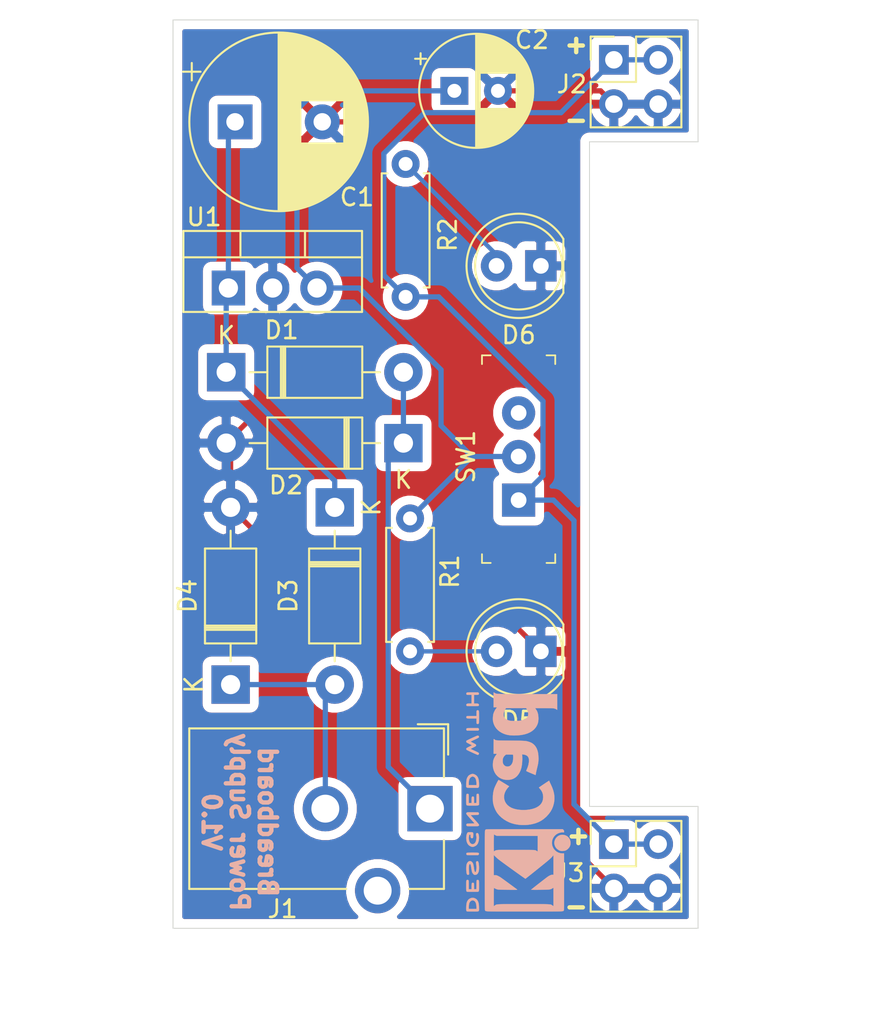
<source format=kicad_pcb>
(kicad_pcb (version 20171130) (host pcbnew 5.1.10-88a1d61d58~88~ubuntu20.04.1)

  (general
    (thickness 1.6)
    (drawings 16)
    (tracks 60)
    (zones 0)
    (modules 16)
    (nets 11)
  )

  (page A4)
  (title_block
    (title "Breadboard power supply")
    (date 2021-07-24)
    (rev V1)
    (company "Tech Explorations")
    (comment 1 "Designed by igor on earth")
  )

  (layers
    (0 F.Cu signal)
    (31 B.Cu signal)
    (32 B.Adhes user)
    (33 F.Adhes user)
    (34 B.Paste user)
    (35 F.Paste user)
    (36 B.SilkS user)
    (37 F.SilkS user)
    (38 B.Mask user)
    (39 F.Mask user)
    (40 Dwgs.User user)
    (41 Cmts.User user)
    (42 Eco1.User user)
    (43 Eco2.User user)
    (44 Edge.Cuts user)
    (45 Margin user)
    (46 B.CrtYd user)
    (47 F.CrtYd user)
    (48 B.Fab user)
    (49 F.Fab user)
  )

  (setup
    (last_trace_width 0.25)
    (user_trace_width 0.3)
    (trace_clearance 0.2)
    (zone_clearance 0.508)
    (zone_45_only no)
    (trace_min 0.2)
    (via_size 0.8)
    (via_drill 0.4)
    (via_min_size 0.4)
    (via_min_drill 0.3)
    (user_via 1 0.6)
    (uvia_size 0.3)
    (uvia_drill 0.1)
    (uvias_allowed no)
    (uvia_min_size 0.2)
    (uvia_min_drill 0.1)
    (edge_width 0.05)
    (segment_width 0.2)
    (pcb_text_width 0.3)
    (pcb_text_size 1.5 1.5)
    (mod_edge_width 0.12)
    (mod_text_size 1 1)
    (mod_text_width 0.15)
    (pad_size 1.524 1.524)
    (pad_drill 0.762)
    (pad_to_mask_clearance 0)
    (aux_axis_origin 0 0)
    (visible_elements FFFFFF7F)
    (pcbplotparams
      (layerselection 0x010fc_ffffffff)
      (usegerberextensions true)
      (usegerberattributes true)
      (usegerberadvancedattributes true)
      (creategerberjobfile true)
      (excludeedgelayer true)
      (linewidth 0.100000)
      (plotframeref false)
      (viasonmask true)
      (mode 1)
      (useauxorigin false)
      (hpglpennumber 1)
      (hpglpenspeed 20)
      (hpglpendiameter 15.000000)
      (psnegative false)
      (psa4output false)
      (plotreference true)
      (plotvalue true)
      (plotinvisibletext false)
      (padsonsilk false)
      (subtractmaskfromsilk false)
      (outputformat 1)
      (mirror false)
      (drillshape 0)
      (scaleselection 1)
      (outputdirectory "Gerber/"))
  )

  (net 0 "")
  (net 1 /Vin)
  (net 2 /Gnd)
  (net 3 /Vout1)
  (net 4 /BJ_pin1)
  (net 5 /BJ_pin2)
  (net 6 "Net-(D5-Pad2)")
  (net 7 "Net-(D6-Pad2)")
  (net 8 "Net-(J1-Pad3)")
  (net 9 /Vout2)
  (net 10 "Net-(SW1-Pad3)")

  (net_class Default "This is the default net class."
    (clearance 0.2)
    (trace_width 0.25)
    (via_dia 0.8)
    (via_drill 0.4)
    (uvia_dia 0.3)
    (uvia_drill 0.1)
    (add_net "Net-(D5-Pad2)")
    (add_net "Net-(D6-Pad2)")
    (add_net "Net-(J1-Pad3)")
    (add_net "Net-(SW1-Pad3)")
  )

  (net_class Power ""
    (clearance 0.3)
    (trace_width 0.3)
    (via_dia 1)
    (via_drill 0.5)
    (uvia_dia 0.3)
    (uvia_drill 0.1)
    (add_net /BJ_pin1)
    (add_net /BJ_pin2)
    (add_net /Gnd)
    (add_net /Vin)
    (add_net /Vout1)
    (add_net /Vout2)
  )

  (module Symbol:KiCad-Logo2_5mm_SilkScreen (layer B.Cu) (tedit 0) (tstamp 60FCE2F1)
    (at 96.139 95.504 90)
    (descr "KiCad Logo")
    (tags "Logo KiCad")
    (attr virtual)
    (fp_text reference REF** (at 0 5.08 -90) (layer B.SilkS) hide
      (effects (font (size 1 1) (thickness 0.15)) (justify mirror))
    )
    (fp_text value KiCad-Logo2_5mm_SilkScreen (at 0 -5.08 -90) (layer B.Fab) hide
      (effects (font (size 1 1) (thickness 0.15)) (justify mirror))
    )
    (fp_poly (pts (xy -2.9464 2.510946) (xy -2.935535 2.397007) (xy -2.903918 2.289384) (xy -2.853015 2.190385)
      (xy -2.784293 2.102316) (xy -2.699219 2.027484) (xy -2.602232 1.969616) (xy -2.495964 1.929995)
      (xy -2.38895 1.911427) (xy -2.2833 1.912566) (xy -2.181125 1.93207) (xy -2.084534 1.968594)
      (xy -1.995638 2.020795) (xy -1.916546 2.087327) (xy -1.849369 2.166848) (xy -1.796217 2.258013)
      (xy -1.759199 2.359477) (xy -1.740427 2.469898) (xy -1.738489 2.519794) (xy -1.738489 2.607733)
      (xy -1.68656 2.607733) (xy -1.650253 2.604889) (xy -1.623355 2.593089) (xy -1.596249 2.569351)
      (xy -1.557867 2.530969) (xy -1.557867 0.339398) (xy -1.557876 0.077261) (xy -1.557908 -0.163241)
      (xy -1.557972 -0.383048) (xy -1.558076 -0.583101) (xy -1.558227 -0.764344) (xy -1.558434 -0.927716)
      (xy -1.558706 -1.07416) (xy -1.55905 -1.204617) (xy -1.559474 -1.320029) (xy -1.559987 -1.421338)
      (xy -1.560597 -1.509484) (xy -1.561312 -1.58541) (xy -1.56214 -1.650057) (xy -1.563089 -1.704367)
      (xy -1.564167 -1.74928) (xy -1.565383 -1.78574) (xy -1.566745 -1.814687) (xy -1.568261 -1.837063)
      (xy -1.569938 -1.853809) (xy -1.571786 -1.865868) (xy -1.573813 -1.87418) (xy -1.576025 -1.879687)
      (xy -1.577108 -1.881537) (xy -1.581271 -1.888549) (xy -1.584805 -1.894996) (xy -1.588635 -1.9009)
      (xy -1.593682 -1.906286) (xy -1.600871 -1.911178) (xy -1.611123 -1.915598) (xy -1.625364 -1.919572)
      (xy -1.644514 -1.923121) (xy -1.669499 -1.92627) (xy -1.70124 -1.929042) (xy -1.740662 -1.931461)
      (xy -1.788686 -1.933551) (xy -1.846237 -1.935335) (xy -1.914237 -1.936837) (xy -1.99361 -1.93808)
      (xy -2.085279 -1.939089) (xy -2.190166 -1.939885) (xy -2.309196 -1.940494) (xy -2.44329 -1.940939)
      (xy -2.593373 -1.941243) (xy -2.760367 -1.94143) (xy -2.945196 -1.941524) (xy -3.148783 -1.941548)
      (xy -3.37205 -1.941525) (xy -3.615922 -1.94148) (xy -3.881321 -1.941437) (xy -3.919704 -1.941432)
      (xy -4.186682 -1.941389) (xy -4.432002 -1.941318) (xy -4.656583 -1.941213) (xy -4.861345 -1.941066)
      (xy -5.047206 -1.940869) (xy -5.215088 -1.940616) (xy -5.365908 -1.9403) (xy -5.500587 -1.939913)
      (xy -5.620044 -1.939447) (xy -5.725199 -1.938897) (xy -5.816971 -1.938253) (xy -5.896279 -1.937511)
      (xy -5.964043 -1.936661) (xy -6.021182 -1.935697) (xy -6.068617 -1.934611) (xy -6.107266 -1.933397)
      (xy -6.138049 -1.932047) (xy -6.161885 -1.930555) (xy -6.179694 -1.928911) (xy -6.192395 -1.927111)
      (xy -6.200908 -1.925145) (xy -6.205266 -1.923477) (xy -6.213728 -1.919906) (xy -6.221497 -1.91727)
      (xy -6.228602 -1.914634) (xy -6.235073 -1.911062) (xy -6.240939 -1.905621) (xy -6.246229 -1.897375)
      (xy -6.250974 -1.88539) (xy -6.255202 -1.868731) (xy -6.258943 -1.846463) (xy -6.262227 -1.817652)
      (xy -6.265083 -1.781363) (xy -6.26754 -1.736661) (xy -6.269629 -1.682611) (xy -6.271378 -1.618279)
      (xy -6.272817 -1.54273) (xy -6.273976 -1.45503) (xy -6.274883 -1.354243) (xy -6.275569 -1.239434)
      (xy -6.276063 -1.10967) (xy -6.276395 -0.964015) (xy -6.276593 -0.801535) (xy -6.276687 -0.621295)
      (xy -6.276708 -0.42236) (xy -6.276685 -0.203796) (xy -6.276646 0.035332) (xy -6.276622 0.29596)
      (xy -6.276622 0.338111) (xy -6.276636 0.601008) (xy -6.276661 0.842268) (xy -6.276671 1.062835)
      (xy -6.276642 1.263648) (xy -6.276548 1.445651) (xy -6.276362 1.609784) (xy -6.276059 1.756989)
      (xy -6.275614 1.888208) (xy -6.275034 1.998133) (xy -5.972197 1.998133) (xy -5.932407 1.940289)
      (xy -5.921236 1.924521) (xy -5.911166 1.910559) (xy -5.902138 1.897216) (xy -5.894097 1.883307)
      (xy -5.886986 1.867644) (xy -5.880747 1.849042) (xy -5.875325 1.826314) (xy -5.870662 1.798273)
      (xy -5.866701 1.763733) (xy -5.863385 1.721508) (xy -5.860659 1.670411) (xy -5.858464 1.609256)
      (xy -5.856745 1.536856) (xy -5.855444 1.452025) (xy -5.854505 1.353578) (xy -5.85387 1.240326)
      (xy -5.853484 1.111084) (xy -5.853288 0.964666) (xy -5.853227 0.799884) (xy -5.853243 0.615553)
      (xy -5.85328 0.410487) (xy -5.853289 0.287867) (xy -5.853265 0.070918) (xy -5.853231 -0.124642)
      (xy -5.853243 -0.299999) (xy -5.853358 -0.456341) (xy -5.85363 -0.594857) (xy -5.854118 -0.716734)
      (xy -5.854876 -0.82316) (xy -5.855962 -0.915322) (xy -5.857431 -0.994409) (xy -5.85934 -1.061608)
      (xy -5.861744 -1.118107) (xy -5.864701 -1.165093) (xy -5.868266 -1.203755) (xy -5.872495 -1.23528)
      (xy -5.877446 -1.260855) (xy -5.883173 -1.28167) (xy -5.889733 -1.298911) (xy -5.897183 -1.313765)
      (xy -5.905579 -1.327422) (xy -5.914976 -1.341069) (xy -5.925432 -1.355893) (xy -5.931523 -1.364783)
      (xy -5.970296 -1.4224) (xy -5.438732 -1.4224) (xy -5.315483 -1.422365) (xy -5.212987 -1.422215)
      (xy -5.12942 -1.421878) (xy -5.062956 -1.421286) (xy -5.011771 -1.420367) (xy -4.974041 -1.419051)
      (xy -4.94794 -1.417269) (xy -4.931644 -1.414951) (xy -4.923328 -1.412026) (xy -4.921168 -1.408424)
      (xy -4.923339 -1.404075) (xy -4.924535 -1.402645) (xy -4.949685 -1.365573) (xy -4.975583 -1.312772)
      (xy -4.999192 -1.25077) (xy -5.007461 -1.224357) (xy -5.012078 -1.206416) (xy -5.015979 -1.185355)
      (xy -5.019248 -1.159089) (xy -5.021966 -1.125532) (xy -5.024215 -1.082599) (xy -5.026077 -1.028204)
      (xy -5.027636 -0.960262) (xy -5.028972 -0.876688) (xy -5.030169 -0.775395) (xy -5.031308 -0.6543)
      (xy -5.031685 -0.6096) (xy -5.032702 -0.484449) (xy -5.03346 -0.380082) (xy -5.033903 -0.294707)
      (xy -5.03397 -0.226533) (xy -5.033605 -0.173765) (xy -5.032748 -0.134614) (xy -5.031341 -0.107285)
      (xy -5.029325 -0.089986) (xy -5.026643 -0.080926) (xy -5.023236 -0.078312) (xy -5.019044 -0.080351)
      (xy -5.014571 -0.084667) (xy -5.004216 -0.097602) (xy -4.982158 -0.126676) (xy -4.949957 -0.169759)
      (xy -4.909174 -0.224718) (xy -4.86137 -0.289423) (xy -4.808105 -0.361742) (xy -4.75094 -0.439544)
      (xy -4.691437 -0.520698) (xy -4.631155 -0.603072) (xy -4.571655 -0.684536) (xy -4.514498 -0.762957)
      (xy -4.461245 -0.836204) (xy -4.413457 -0.902147) (xy -4.372693 -0.958654) (xy -4.340516 -1.003593)
      (xy -4.318485 -1.034834) (xy -4.313917 -1.041466) (xy -4.290996 -1.078369) (xy -4.264188 -1.126359)
      (xy -4.238789 -1.175897) (xy -4.235568 -1.182577) (xy -4.21389 -1.230772) (xy -4.201304 -1.268334)
      (xy -4.195574 -1.30416) (xy -4.194456 -1.3462) (xy -4.19509 -1.4224) (xy -3.040651 -1.4224)
      (xy -3.131815 -1.328669) (xy -3.178612 -1.278775) (xy -3.228899 -1.222295) (xy -3.274944 -1.168026)
      (xy -3.295369 -1.142673) (xy -3.325807 -1.103128) (xy -3.365862 -1.049916) (xy -3.414361 -0.984667)
      (xy -3.470135 -0.909011) (xy -3.532011 -0.824577) (xy -3.598819 -0.732994) (xy -3.669387 -0.635892)
      (xy -3.742545 -0.534901) (xy -3.817121 -0.43165) (xy -3.891944 -0.327768) (xy -3.965843 -0.224885)
      (xy -4.037646 -0.124631) (xy -4.106184 -0.028636) (xy -4.170284 0.061473) (xy -4.228775 0.144064)
      (xy -4.280486 0.217508) (xy -4.324247 0.280176) (xy -4.358885 0.330439) (xy -4.38323 0.366666)
      (xy -4.396111 0.387229) (xy -4.397869 0.391332) (xy -4.38991 0.402658) (xy -4.369115 0.429838)
      (xy -4.336847 0.471171) (xy -4.29447 0.524956) (xy -4.243347 0.589494) (xy -4.184841 0.663082)
      (xy -4.120314 0.744022) (xy -4.051131 0.830612) (xy -3.978653 0.921152) (xy -3.904246 1.01394)
      (xy -3.844517 1.088298) (xy -2.833511 1.088298) (xy -2.827602 1.075341) (xy -2.813272 1.053092)
      (xy -2.812225 1.051609) (xy -2.793438 1.021456) (xy -2.773791 0.984625) (xy -2.769892 0.976489)
      (xy -2.766356 0.96806) (xy -2.76323 0.957941) (xy -2.760486 0.94474) (xy -2.758092 0.927062)
      (xy -2.756019 0.903516) (xy -2.754235 0.872707) (xy -2.752712 0.833243) (xy -2.751419 0.783731)
      (xy -2.750326 0.722777) (xy -2.749403 0.648989) (xy -2.748619 0.560972) (xy -2.747945 0.457335)
      (xy -2.74735 0.336684) (xy -2.746805 0.197626) (xy -2.746279 0.038768) (xy -2.745745 -0.140089)
      (xy -2.745206 -0.325207) (xy -2.744772 -0.489145) (xy -2.744509 -0.633303) (xy -2.744484 -0.759079)
      (xy -2.744765 -0.867871) (xy -2.745419 -0.961077) (xy -2.746514 -1.040097) (xy -2.748118 -1.106328)
      (xy -2.750297 -1.16117) (xy -2.753119 -1.206021) (xy -2.756651 -1.242278) (xy -2.760961 -1.271341)
      (xy -2.766117 -1.294609) (xy -2.772185 -1.313479) (xy -2.779233 -1.329351) (xy -2.787329 -1.343622)
      (xy -2.79654 -1.357691) (xy -2.80504 -1.370158) (xy -2.822176 -1.396452) (xy -2.832322 -1.414037)
      (xy -2.833511 -1.417257) (xy -2.822604 -1.418334) (xy -2.791411 -1.419335) (xy -2.742223 -1.420235)
      (xy -2.677333 -1.42101) (xy -2.59903 -1.421637) (xy -2.509607 -1.422091) (xy -2.411356 -1.422349)
      (xy -2.342445 -1.4224) (xy -2.237452 -1.42218) (xy -2.14061 -1.421548) (xy -2.054107 -1.420549)
      (xy -1.980132 -1.419227) (xy -1.920874 -1.417626) (xy -1.87852 -1.415791) (xy -1.85526 -1.413765)
      (xy -1.851378 -1.412493) (xy -1.859076 -1.397591) (xy -1.867074 -1.38956) (xy -1.880246 -1.372434)
      (xy -1.897485 -1.342183) (xy -1.909407 -1.317622) (xy -1.936045 -1.258711) (xy -1.93912 -0.081845)
      (xy -1.942195 1.095022) (xy -2.387853 1.095022) (xy -2.48567 1.094858) (xy -2.576064 1.094389)
      (xy -2.65663 1.093653) (xy -2.724962 1.092684) (xy -2.778656 1.09152) (xy -2.815305 1.090197)
      (xy -2.832504 1.088751) (xy -2.833511 1.088298) (xy -3.844517 1.088298) (xy -3.82927 1.107278)
      (xy -3.75509 1.199463) (xy -3.683069 1.288796) (xy -3.614569 1.373576) (xy -3.550955 1.452102)
      (xy -3.493588 1.522674) (xy -3.443833 1.583591) (xy -3.403052 1.633153) (xy -3.385888 1.653822)
      (xy -3.299596 1.754484) (xy -3.222997 1.837741) (xy -3.154183 1.905562) (xy -3.091248 1.959911)
      (xy -3.081867 1.967278) (xy -3.042356 1.997883) (xy -4.174116 1.998133) (xy -4.168827 1.950156)
      (xy -4.17213 1.892812) (xy -4.193661 1.824537) (xy -4.233635 1.744788) (xy -4.278943 1.672505)
      (xy -4.295161 1.64986) (xy -4.323214 1.612304) (xy -4.36143 1.561979) (xy -4.408137 1.501027)
      (xy -4.461661 1.431589) (xy -4.520331 1.355806) (xy -4.582475 1.27582) (xy -4.646421 1.193772)
      (xy -4.710495 1.111804) (xy -4.773027 1.032057) (xy -4.832343 0.956673) (xy -4.886771 0.887793)
      (xy -4.934639 0.827558) (xy -4.974275 0.778111) (xy -5.004006 0.741592) (xy -5.022161 0.720142)
      (xy -5.02522 0.716844) (xy -5.028079 0.724851) (xy -5.030293 0.755145) (xy -5.031857 0.807444)
      (xy -5.032767 0.881469) (xy -5.03302 0.976937) (xy -5.032613 1.093566) (xy -5.031704 1.213555)
      (xy -5.030382 1.345667) (xy -5.028857 1.457406) (xy -5.026881 1.550975) (xy -5.024206 1.628581)
      (xy -5.020582 1.692426) (xy -5.015761 1.744717) (xy -5.009494 1.787656) (xy -5.001532 1.823449)
      (xy -4.991627 1.8543) (xy -4.979531 1.882414) (xy -4.964993 1.909995) (xy -4.950311 1.935034)
      (xy -4.912314 1.998133) (xy -5.972197 1.998133) (xy -6.275034 1.998133) (xy -6.275001 2.004383)
      (xy -6.274195 2.106456) (xy -6.27317 2.195367) (xy -6.2719 2.272059) (xy -6.27036 2.337473)
      (xy -6.268524 2.392551) (xy -6.266367 2.438235) (xy -6.263863 2.475466) (xy -6.260987 2.505187)
      (xy -6.257713 2.528338) (xy -6.254015 2.545861) (xy -6.249869 2.558699) (xy -6.245247 2.567792)
      (xy -6.240126 2.574082) (xy -6.234478 2.578512) (xy -6.228279 2.582022) (xy -6.221504 2.585555)
      (xy -6.215508 2.589124) (xy -6.210275 2.5917) (xy -6.202099 2.594028) (xy -6.189886 2.596122)
      (xy -6.172541 2.597993) (xy -6.148969 2.599653) (xy -6.118077 2.601116) (xy -6.078768 2.602392)
      (xy -6.02995 2.603496) (xy -5.970527 2.604439) (xy -5.899404 2.605233) (xy -5.815488 2.605891)
      (xy -5.717683 2.606425) (xy -5.604894 2.606847) (xy -5.476029 2.607171) (xy -5.329991 2.607408)
      (xy -5.165686 2.60757) (xy -4.98202 2.60767) (xy -4.777897 2.60772) (xy -4.566753 2.607733)
      (xy -2.9464 2.607733) (xy -2.9464 2.510946)) (layer B.SilkS) (width 0.01))
    (fp_poly (pts (xy 0.328429 2.050929) (xy 0.48857 2.029755) (xy 0.65251 1.989615) (xy 0.822313 1.930111)
      (xy 1.000043 1.850846) (xy 1.01131 1.845301) (xy 1.069005 1.817275) (xy 1.120552 1.793198)
      (xy 1.162191 1.774751) (xy 1.190162 1.763614) (xy 1.199733 1.761067) (xy 1.21895 1.756059)
      (xy 1.223561 1.751853) (xy 1.218458 1.74142) (xy 1.202418 1.715132) (xy 1.177288 1.675743)
      (xy 1.144914 1.626009) (xy 1.107143 1.568685) (xy 1.065822 1.506524) (xy 1.022798 1.442282)
      (xy 0.979917 1.378715) (xy 0.939026 1.318575) (xy 0.901971 1.26462) (xy 0.8706 1.219603)
      (xy 0.846759 1.186279) (xy 0.832294 1.167403) (xy 0.830309 1.165213) (xy 0.820191 1.169862)
      (xy 0.79785 1.187038) (xy 0.76728 1.21356) (xy 0.751536 1.228036) (xy 0.655047 1.303318)
      (xy 0.548336 1.358759) (xy 0.432832 1.393859) (xy 0.309962 1.40812) (xy 0.240561 1.406949)
      (xy 0.119423 1.389788) (xy 0.010205 1.353906) (xy -0.087418 1.299041) (xy -0.173772 1.22493)
      (xy -0.249185 1.131312) (xy -0.313982 1.017924) (xy -0.351399 0.931333) (xy -0.395252 0.795634)
      (xy -0.427572 0.64815) (xy -0.448443 0.492686) (xy -0.457949 0.333044) (xy -0.456173 0.173027)
      (xy -0.443197 0.016439) (xy -0.419106 -0.132918) (xy -0.383982 -0.27124) (xy -0.337908 -0.394724)
      (xy -0.321627 -0.428978) (xy -0.25338 -0.543064) (xy -0.172921 -0.639557) (xy -0.08143 -0.71767)
      (xy 0.019911 -0.776617) (xy 0.12992 -0.815612) (xy 0.247415 -0.833868) (xy 0.288883 -0.835211)
      (xy 0.410441 -0.82429) (xy 0.530878 -0.791474) (xy 0.648666 -0.737439) (xy 0.762277 -0.662865)
      (xy 0.853685 -0.584539) (xy 0.900215 -0.540008) (xy 1.081483 -0.837271) (xy 1.12658 -0.911433)
      (xy 1.167819 -0.979646) (xy 1.203735 -1.039459) (xy 1.232866 -1.08842) (xy 1.25375 -1.124079)
      (xy 1.264924 -1.143984) (xy 1.266375 -1.147079) (xy 1.258146 -1.156718) (xy 1.232567 -1.173999)
      (xy 1.192873 -1.197283) (xy 1.142297 -1.224934) (xy 1.084074 -1.255315) (xy 1.021437 -1.28679)
      (xy 0.957621 -1.317722) (xy 0.89586 -1.346473) (xy 0.839388 -1.371408) (xy 0.791438 -1.390889)
      (xy 0.767986 -1.399318) (xy 0.634221 -1.437133) (xy 0.496327 -1.462136) (xy 0.348622 -1.47514)
      (xy 0.221833 -1.477468) (xy 0.153878 -1.476373) (xy 0.088277 -1.474275) (xy 0.030847 -1.471434)
      (xy -0.012597 -1.468106) (xy -0.026702 -1.466422) (xy -0.165716 -1.437587) (xy -0.307243 -1.392468)
      (xy -0.444725 -1.33375) (xy -0.571606 -1.26412) (xy -0.649111 -1.211441) (xy -0.776519 -1.103239)
      (xy -0.894822 -0.976671) (xy -1.001828 -0.834866) (xy -1.095348 -0.680951) (xy -1.17319 -0.518053)
      (xy -1.217044 -0.400756) (xy -1.267292 -0.217128) (xy -1.300791 -0.022581) (xy -1.317551 0.178675)
      (xy -1.317584 0.382432) (xy -1.300899 0.584479) (xy -1.267507 0.780608) (xy -1.21742 0.966609)
      (xy -1.213603 0.978197) (xy -1.150719 1.14025) (xy -1.073972 1.288168) (xy -0.980758 1.426135)
      (xy -0.868473 1.558339) (xy -0.824608 1.603601) (xy -0.688466 1.727543) (xy -0.548509 1.830085)
      (xy -0.402589 1.912344) (xy -0.248558 1.975436) (xy -0.084268 2.020477) (xy 0.011289 2.037967)
      (xy 0.170023 2.053534) (xy 0.328429 2.050929)) (layer B.SilkS) (width 0.01))
    (fp_poly (pts (xy 2.673574 1.133448) (xy 2.825492 1.113433) (xy 2.960756 1.079798) (xy 3.080239 1.032275)
      (xy 3.184815 0.970595) (xy 3.262424 0.907035) (xy 3.331265 0.832901) (xy 3.385006 0.753129)
      (xy 3.42791 0.660909) (xy 3.443384 0.617839) (xy 3.456244 0.578858) (xy 3.467446 0.542711)
      (xy 3.47712 0.507566) (xy 3.485396 0.47159) (xy 3.492403 0.43295) (xy 3.498272 0.389815)
      (xy 3.503131 0.340351) (xy 3.50711 0.282727) (xy 3.51034 0.215109) (xy 3.512949 0.135666)
      (xy 3.515067 0.042564) (xy 3.516824 -0.066027) (xy 3.518349 -0.191942) (xy 3.519772 -0.337012)
      (xy 3.521025 -0.479778) (xy 3.522351 -0.635968) (xy 3.523556 -0.771239) (xy 3.524766 -0.887246)
      (xy 3.526106 -0.985645) (xy 3.5277 -1.068093) (xy 3.529675 -1.136246) (xy 3.532156 -1.19176)
      (xy 3.535269 -1.236292) (xy 3.539138 -1.271498) (xy 3.543889 -1.299034) (xy 3.549648 -1.320556)
      (xy 3.556539 -1.337722) (xy 3.564689 -1.352186) (xy 3.574223 -1.365606) (xy 3.585266 -1.379638)
      (xy 3.589566 -1.385071) (xy 3.605386 -1.40791) (xy 3.612422 -1.423463) (xy 3.612444 -1.423922)
      (xy 3.601567 -1.426121) (xy 3.570582 -1.428147) (xy 3.521957 -1.429942) (xy 3.458163 -1.431451)
      (xy 3.381669 -1.432616) (xy 3.294944 -1.43338) (xy 3.200457 -1.433686) (xy 3.18955 -1.433689)
      (xy 2.766657 -1.433689) (xy 2.763395 -1.337622) (xy 2.760133 -1.241556) (xy 2.698044 -1.292543)
      (xy 2.600714 -1.360057) (xy 2.490813 -1.414749) (xy 2.404349 -1.444978) (xy 2.335278 -1.459666)
      (xy 2.251925 -1.469659) (xy 2.162159 -1.474646) (xy 2.073845 -1.474313) (xy 1.994851 -1.468351)
      (xy 1.958622 -1.462638) (xy 1.818603 -1.424776) (xy 1.692178 -1.369932) (xy 1.58026 -1.298924)
      (xy 1.483762 -1.212568) (xy 1.4036 -1.111679) (xy 1.340687 -0.997076) (xy 1.296312 -0.870984)
      (xy 1.283978 -0.814401) (xy 1.276368 -0.752202) (xy 1.272739 -0.677363) (xy 1.272245 -0.643467)
      (xy 1.27231 -0.640282) (xy 2.032248 -0.640282) (xy 2.041541 -0.715333) (xy 2.069728 -0.77916)
      (xy 2.118197 -0.834798) (xy 2.123254 -0.839211) (xy 2.171548 -0.874037) (xy 2.223257 -0.89662)
      (xy 2.283989 -0.90854) (xy 2.359352 -0.911383) (xy 2.377459 -0.910978) (xy 2.431278 -0.908325)
      (xy 2.471308 -0.902909) (xy 2.506324 -0.892745) (xy 2.545103 -0.87585) (xy 2.555745 -0.870672)
      (xy 2.616396 -0.834844) (xy 2.663215 -0.792212) (xy 2.675952 -0.776973) (xy 2.720622 -0.720462)
      (xy 2.720622 -0.524586) (xy 2.720086 -0.445939) (xy 2.718396 -0.387988) (xy 2.715428 -0.348875)
      (xy 2.711057 -0.326741) (xy 2.706972 -0.320274) (xy 2.691047 -0.317111) (xy 2.657264 -0.314488)
      (xy 2.61034 -0.312655) (xy 2.554993 -0.311857) (xy 2.546106 -0.311842) (xy 2.42533 -0.317096)
      (xy 2.32266 -0.333263) (xy 2.236106 -0.360961) (xy 2.163681 -0.400808) (xy 2.108751 -0.447758)
      (xy 2.064204 -0.505645) (xy 2.03948 -0.568693) (xy 2.032248 -0.640282) (xy 1.27231 -0.640282)
      (xy 1.274178 -0.549712) (xy 1.282522 -0.470812) (xy 1.298768 -0.39959) (xy 1.324405 -0.328864)
      (xy 1.348401 -0.276493) (xy 1.40702 -0.181196) (xy 1.485117 -0.09317) (xy 1.580315 -0.014017)
      (xy 1.690238 0.05466) (xy 1.81251 0.111259) (xy 1.944755 0.154179) (xy 2.009422 0.169118)
      (xy 2.145604 0.191223) (xy 2.294049 0.205806) (xy 2.445505 0.212187) (xy 2.572064 0.210555)
      (xy 2.73395 0.203776) (xy 2.72653 0.262755) (xy 2.707238 0.361908) (xy 2.676104 0.442628)
      (xy 2.632269 0.505534) (xy 2.574871 0.551244) (xy 2.503048 0.580378) (xy 2.415941 0.593553)
      (xy 2.312686 0.591389) (xy 2.274711 0.587388) (xy 2.13352 0.56222) (xy 1.996707 0.521186)
      (xy 1.902178 0.483185) (xy 1.857018 0.46381) (xy 1.818585 0.44824) (xy 1.792234 0.438595)
      (xy 1.784546 0.436548) (xy 1.774802 0.445626) (xy 1.758083 0.474595) (xy 1.734232 0.523783)
      (xy 1.703093 0.593516) (xy 1.664507 0.684121) (xy 1.65791 0.699911) (xy 1.627853 0.772228)
      (xy 1.600874 0.837575) (xy 1.578136 0.893094) (xy 1.560806 0.935928) (xy 1.550048 0.963219)
      (xy 1.546941 0.972058) (xy 1.55694 0.976813) (xy 1.583217 0.98209) (xy 1.611489 0.985769)
      (xy 1.641646 0.990526) (xy 1.689433 0.999972) (xy 1.750612 1.01318) (xy 1.820946 1.029224)
      (xy 1.896194 1.04718) (xy 1.924755 1.054203) (xy 2.029816 1.079791) (xy 2.11748 1.099853)
      (xy 2.192068 1.115031) (xy 2.257903 1.125965) (xy 2.319307 1.133296) (xy 2.380602 1.137665)
      (xy 2.44611 1.139713) (xy 2.504128 1.140111) (xy 2.673574 1.133448)) (layer B.SilkS) (width 0.01))
    (fp_poly (pts (xy 6.186507 0.527755) (xy 6.186526 0.293338) (xy 6.186552 0.080397) (xy 6.186625 -0.112168)
      (xy 6.186782 -0.285459) (xy 6.187064 -0.440576) (xy 6.187509 -0.57862) (xy 6.188156 -0.700692)
      (xy 6.189045 -0.807894) (xy 6.190213 -0.901326) (xy 6.191701 -0.98209) (xy 6.193546 -1.051286)
      (xy 6.195789 -1.110015) (xy 6.198469 -1.159379) (xy 6.201623 -1.200478) (xy 6.205292 -1.234413)
      (xy 6.209513 -1.262286) (xy 6.214327 -1.285198) (xy 6.219773 -1.304249) (xy 6.225888 -1.32054)
      (xy 6.232712 -1.335173) (xy 6.240285 -1.349249) (xy 6.248645 -1.363868) (xy 6.253839 -1.372974)
      (xy 6.288104 -1.433689) (xy 5.429955 -1.433689) (xy 5.429955 -1.337733) (xy 5.429224 -1.29437)
      (xy 5.427272 -1.261205) (xy 5.424463 -1.243424) (xy 5.423221 -1.241778) (xy 5.411799 -1.248662)
      (xy 5.389084 -1.266505) (xy 5.366385 -1.285879) (xy 5.3118 -1.326614) (xy 5.242321 -1.367617)
      (xy 5.16527 -1.405123) (xy 5.087965 -1.435364) (xy 5.057113 -1.445012) (xy 4.988616 -1.459578)
      (xy 4.905764 -1.469539) (xy 4.816371 -1.474583) (xy 4.728248 -1.474396) (xy 4.649207 -1.468666)
      (xy 4.611511 -1.462858) (xy 4.473414 -1.424797) (xy 4.346113 -1.367073) (xy 4.230292 -1.290211)
      (xy 4.126637 -1.194739) (xy 4.035833 -1.081179) (xy 3.969031 -0.970381) (xy 3.914164 -0.853625)
      (xy 3.872163 -0.734276) (xy 3.842167 -0.608283) (xy 3.823311 -0.471594) (xy 3.814732 -0.320158)
      (xy 3.814006 -0.242711) (xy 3.8161 -0.185934) (xy 4.645217 -0.185934) (xy 4.645424 -0.279002)
      (xy 4.648337 -0.366692) (xy 4.654 -0.443772) (xy 4.662455 -0.505009) (xy 4.665038 -0.51735)
      (xy 4.69684 -0.624633) (xy 4.738498 -0.711658) (xy 4.790363 -0.778642) (xy 4.852781 -0.825805)
      (xy 4.9261 -0.853365) (xy 5.010669 -0.861541) (xy 5.106835 -0.850551) (xy 5.170311 -0.834829)
      (xy 5.219454 -0.816639) (xy 5.273583 -0.790791) (xy 5.314244 -0.767089) (xy 5.3848 -0.720721)
      (xy 5.3848 0.42947) (xy 5.317392 0.473038) (xy 5.238867 0.51396) (xy 5.154681 0.540611)
      (xy 5.069557 0.552535) (xy 4.988216 0.549278) (xy 4.91538 0.530385) (xy 4.883426 0.514816)
      (xy 4.825501 0.471819) (xy 4.776544 0.415047) (xy 4.73539 0.342425) (xy 4.700874 0.251879)
      (xy 4.671833 0.141334) (xy 4.670552 0.135467) (xy 4.660381 0.073212) (xy 4.652739 -0.004594)
      (xy 4.64767 -0.09272) (xy 4.645217 -0.185934) (xy 3.8161 -0.185934) (xy 3.821857 -0.029895)
      (xy 3.843802 0.165941) (xy 3.879786 0.344668) (xy 3.929759 0.506155) (xy 3.993668 0.650274)
      (xy 4.071462 0.776894) (xy 4.163089 0.885885) (xy 4.268497 0.977117) (xy 4.313662 1.008068)
      (xy 4.414611 1.064215) (xy 4.517901 1.103826) (xy 4.627989 1.127986) (xy 4.74933 1.137781)
      (xy 4.841836 1.136735) (xy 4.97149 1.125769) (xy 5.084084 1.103954) (xy 5.182875 1.070286)
      (xy 5.271121 1.023764) (xy 5.319986 0.989552) (xy 5.349353 0.967638) (xy 5.371043 0.952667)
      (xy 5.379253 0.948267) (xy 5.380868 0.959096) (xy 5.382159 0.989749) (xy 5.383138 1.037474)
      (xy 5.383817 1.099521) (xy 5.38421 1.173138) (xy 5.38433 1.255573) (xy 5.384188 1.344075)
      (xy 5.383797 1.435893) (xy 5.383171 1.528276) (xy 5.38232 1.618472) (xy 5.38126 1.703729)
      (xy 5.380001 1.781297) (xy 5.378556 1.848424) (xy 5.376938 1.902359) (xy 5.375161 1.94035)
      (xy 5.374669 1.947333) (xy 5.367092 2.017749) (xy 5.355531 2.072898) (xy 5.337792 2.120019)
      (xy 5.311682 2.166353) (xy 5.305415 2.175933) (xy 5.280983 2.212622) (xy 6.186311 2.212622)
      (xy 6.186507 0.527755)) (layer B.SilkS) (width 0.01))
    (fp_poly (pts (xy -2.273043 2.973429) (xy -2.176768 2.949191) (xy -2.090184 2.906359) (xy -2.015373 2.846581)
      (xy -1.954418 2.771506) (xy -1.909399 2.68278) (xy -1.883136 2.58647) (xy -1.877286 2.489205)
      (xy -1.89214 2.395346) (xy -1.92584 2.307489) (xy -1.976528 2.22823) (xy -2.042345 2.160164)
      (xy -2.121434 2.105888) (xy -2.211934 2.067998) (xy -2.2632 2.055574) (xy -2.307698 2.048053)
      (xy -2.341999 2.045081) (xy -2.37496 2.046906) (xy -2.415434 2.053775) (xy -2.448531 2.06075)
      (xy -2.541947 2.092259) (xy -2.625619 2.143383) (xy -2.697665 2.212571) (xy -2.7562 2.298272)
      (xy -2.770148 2.325511) (xy -2.786586 2.361878) (xy -2.796894 2.392418) (xy -2.80246 2.42455)
      (xy -2.804669 2.465693) (xy -2.804948 2.511778) (xy -2.800861 2.596135) (xy -2.787446 2.665414)
      (xy -2.762256 2.726039) (xy -2.722846 2.784433) (xy -2.684298 2.828698) (xy -2.612406 2.894516)
      (xy -2.537313 2.939947) (xy -2.454562 2.96715) (xy -2.376928 2.977424) (xy -2.273043 2.973429)) (layer B.SilkS) (width 0.01))
    (fp_poly (pts (xy -6.121371 -2.269066) (xy -6.081889 -2.269467) (xy -5.9662 -2.272259) (xy -5.869311 -2.28055)
      (xy -5.787919 -2.295232) (xy -5.718723 -2.317193) (xy -5.65842 -2.347322) (xy -5.603708 -2.38651)
      (xy -5.584167 -2.403532) (xy -5.55175 -2.443363) (xy -5.52252 -2.497413) (xy -5.499991 -2.557323)
      (xy -5.487679 -2.614739) (xy -5.4864 -2.635956) (xy -5.494417 -2.694769) (xy -5.515899 -2.759013)
      (xy -5.546999 -2.819821) (xy -5.583866 -2.86833) (xy -5.589854 -2.874182) (xy -5.640579 -2.915321)
      (xy -5.696125 -2.947435) (xy -5.759696 -2.971365) (xy -5.834494 -2.987953) (xy -5.923722 -2.998041)
      (xy -6.030582 -3.002469) (xy -6.079528 -3.002845) (xy -6.141762 -3.002545) (xy -6.185528 -3.001292)
      (xy -6.214931 -2.998554) (xy -6.234079 -2.993801) (xy -6.247077 -2.986501) (xy -6.254045 -2.980267)
      (xy -6.260626 -2.972694) (xy -6.265788 -2.962924) (xy -6.269703 -2.94834) (xy -6.272543 -2.926326)
      (xy -6.27448 -2.894264) (xy -6.275684 -2.849536) (xy -6.276328 -2.789526) (xy -6.276583 -2.711617)
      (xy -6.276622 -2.635956) (xy -6.27687 -2.535041) (xy -6.276817 -2.454427) (xy -6.275857 -2.415822)
      (xy -6.129867 -2.415822) (xy -6.129867 -2.856089) (xy -6.036734 -2.856004) (xy -5.980693 -2.854396)
      (xy -5.921999 -2.850256) (xy -5.873028 -2.844464) (xy -5.871538 -2.844226) (xy -5.792392 -2.82509)
      (xy -5.731002 -2.795287) (xy -5.684305 -2.752878) (xy -5.654635 -2.706961) (xy -5.636353 -2.656026)
      (xy -5.637771 -2.6082) (xy -5.658988 -2.556933) (xy -5.700489 -2.503899) (xy -5.757998 -2.4646)
      (xy -5.83275 -2.438331) (xy -5.882708 -2.429035) (xy -5.939416 -2.422507) (xy -5.999519 -2.417782)
      (xy -6.050639 -2.415817) (xy -6.053667 -2.415808) (xy -6.129867 -2.415822) (xy -6.275857 -2.415822)
      (xy -6.27526 -2.391851) (xy -6.270998 -2.345055) (xy -6.26283 -2.311778) (xy -6.249556 -2.289759)
      (xy -6.229974 -2.276739) (xy -6.202883 -2.270457) (xy -6.167082 -2.268653) (xy -6.121371 -2.269066)) (layer B.SilkS) (width 0.01))
    (fp_poly (pts (xy -4.712794 -2.269146) (xy -4.643386 -2.269518) (xy -4.590997 -2.270385) (xy -4.552847 -2.271946)
      (xy -4.526159 -2.274403) (xy -4.508153 -2.277957) (xy -4.496049 -2.28281) (xy -4.487069 -2.289161)
      (xy -4.483818 -2.292084) (xy -4.464043 -2.323142) (xy -4.460482 -2.358828) (xy -4.473491 -2.39051)
      (xy -4.479506 -2.396913) (xy -4.489235 -2.403121) (xy -4.504901 -2.40791) (xy -4.529408 -2.411514)
      (xy -4.565661 -2.414164) (xy -4.616565 -2.416095) (xy -4.685026 -2.417539) (xy -4.747617 -2.418418)
      (xy -4.995334 -2.421467) (xy -4.998719 -2.486378) (xy -5.002105 -2.551289) (xy -4.833958 -2.551289)
      (xy -4.760959 -2.551919) (xy -4.707517 -2.554553) (xy -4.670628 -2.560309) (xy -4.647288 -2.570304)
      (xy -4.634494 -2.585656) (xy -4.629242 -2.607482) (xy -4.628445 -2.627738) (xy -4.630923 -2.652592)
      (xy -4.640277 -2.670906) (xy -4.659383 -2.683637) (xy -4.691118 -2.691741) (xy -4.738359 -2.696176)
      (xy -4.803983 -2.697899) (xy -4.839801 -2.698045) (xy -5.000978 -2.698045) (xy -5.000978 -2.856089)
      (xy -4.752622 -2.856089) (xy -4.671213 -2.856202) (xy -4.609342 -2.856712) (xy -4.563968 -2.85787)
      (xy -4.532054 -2.85993) (xy -4.510559 -2.863146) (xy -4.496443 -2.867772) (xy -4.486668 -2.874059)
      (xy -4.481689 -2.878667) (xy -4.46461 -2.90556) (xy -4.459111 -2.929467) (xy -4.466963 -2.958667)
      (xy -4.481689 -2.980267) (xy -4.489546 -2.987066) (xy -4.499688 -2.992346) (xy -4.514844 -2.996298)
      (xy -4.537741 -2.999113) (xy -4.571109 -3.000982) (xy -4.617675 -3.002098) (xy -4.680167 -3.002651)
      (xy -4.761314 -3.002833) (xy -4.803422 -3.002845) (xy -4.893598 -3.002765) (xy -4.963924 -3.002398)
      (xy -5.017129 -3.001552) (xy -5.05594 -3.000036) (xy -5.083087 -2.997659) (xy -5.101298 -2.994229)
      (xy -5.1133 -2.989554) (xy -5.121822 -2.983444) (xy -5.125156 -2.980267) (xy -5.131755 -2.97267)
      (xy -5.136927 -2.96287) (xy -5.140846 -2.948239) (xy -5.143684 -2.926152) (xy -5.145615 -2.893982)
      (xy -5.146812 -2.849103) (xy -5.147448 -2.788889) (xy -5.147697 -2.710713) (xy -5.147734 -2.637923)
      (xy -5.1477 -2.544707) (xy -5.147465 -2.471431) (xy -5.14683 -2.415458) (xy -5.145594 -2.374151)
      (xy -5.143556 -2.344872) (xy -5.140517 -2.324984) (xy -5.136277 -2.31185) (xy -5.130635 -2.302832)
      (xy -5.123391 -2.295293) (xy -5.121606 -2.293612) (xy -5.112945 -2.286172) (xy -5.102882 -2.280409)
      (xy -5.088625 -2.276112) (xy -5.067383 -2.273064) (xy -5.036364 -2.271051) (xy -4.992777 -2.26986)
      (xy -4.933831 -2.269275) (xy -4.856734 -2.269083) (xy -4.802001 -2.269067) (xy -4.712794 -2.269146)) (layer B.SilkS) (width 0.01))
    (fp_poly (pts (xy -3.691703 -2.270351) (xy -3.616888 -2.275581) (xy -3.547306 -2.28375) (xy -3.487002 -2.29455)
      (xy -3.44002 -2.307673) (xy -3.410406 -2.322813) (xy -3.40586 -2.327269) (xy -3.390054 -2.36185)
      (xy -3.394847 -2.397351) (xy -3.419364 -2.427725) (xy -3.420534 -2.428596) (xy -3.434954 -2.437954)
      (xy -3.450008 -2.442876) (xy -3.471005 -2.443473) (xy -3.503257 -2.439861) (xy -3.552073 -2.432154)
      (xy -3.556 -2.431505) (xy -3.628739 -2.422569) (xy -3.707217 -2.418161) (xy -3.785927 -2.418119)
      (xy -3.859361 -2.422279) (xy -3.922011 -2.430479) (xy -3.96837 -2.442557) (xy -3.971416 -2.443771)
      (xy -4.005048 -2.462615) (xy -4.016864 -2.481685) (xy -4.007614 -2.500439) (xy -3.978047 -2.518337)
      (xy -3.928911 -2.534837) (xy -3.860957 -2.549396) (xy -3.815645 -2.556406) (xy -3.721456 -2.569889)
      (xy -3.646544 -2.582214) (xy -3.587717 -2.594449) (xy -3.541785 -2.607661) (xy -3.505555 -2.622917)
      (xy -3.475838 -2.641285) (xy -3.449442 -2.663831) (xy -3.42823 -2.685971) (xy -3.403065 -2.716819)
      (xy -3.390681 -2.743345) (xy -3.386808 -2.776026) (xy -3.386667 -2.787995) (xy -3.389576 -2.827712)
      (xy -3.401202 -2.857259) (xy -3.421323 -2.883486) (xy -3.462216 -2.923576) (xy -3.507817 -2.954149)
      (xy -3.561513 -2.976203) (xy -3.626692 -2.990735) (xy -3.706744 -2.998741) (xy -3.805057 -3.001218)
      (xy -3.821289 -3.001177) (xy -3.886849 -2.999818) (xy -3.951866 -2.99673) (xy -4.009252 -2.992356)
      (xy -4.051922 -2.98714) (xy -4.055372 -2.986541) (xy -4.097796 -2.976491) (xy -4.13378 -2.963796)
      (xy -4.15415 -2.95219) (xy -4.173107 -2.921572) (xy -4.174427 -2.885918) (xy -4.158085 -2.854144)
      (xy -4.154429 -2.850551) (xy -4.139315 -2.839876) (xy -4.120415 -2.835276) (xy -4.091162 -2.836059)
      (xy -4.055651 -2.840127) (xy -4.01597 -2.843762) (xy -3.960345 -2.846828) (xy -3.895406 -2.849053)
      (xy -3.827785 -2.850164) (xy -3.81 -2.850237) (xy -3.742128 -2.849964) (xy -3.692454 -2.848646)
      (xy -3.65661 -2.845827) (xy -3.630224 -2.84105) (xy -3.608926 -2.833857) (xy -3.596126 -2.827867)
      (xy -3.568 -2.811233) (xy -3.550068 -2.796168) (xy -3.547447 -2.791897) (xy -3.552976 -2.774263)
      (xy -3.57926 -2.757192) (xy -3.624478 -2.741458) (xy -3.686808 -2.727838) (xy -3.705171 -2.724804)
      (xy -3.80109 -2.709738) (xy -3.877641 -2.697146) (xy -3.93778 -2.686111) (xy -3.98446 -2.67572)
      (xy -4.020637 -2.665056) (xy -4.049265 -2.653205) (xy -4.073298 -2.639251) (xy -4.095692 -2.622281)
      (xy -4.119402 -2.601378) (xy -4.12738 -2.594049) (xy -4.155353 -2.566699) (xy -4.17016 -2.545029)
      (xy -4.175952 -2.520232) (xy -4.176889 -2.488983) (xy -4.166575 -2.427705) (xy -4.135752 -2.37564)
      (xy -4.084595 -2.332958) (xy -4.013283 -2.299825) (xy -3.9624 -2.284964) (xy -3.9071 -2.275366)
      (xy -3.840853 -2.269936) (xy -3.767706 -2.268367) (xy -3.691703 -2.270351)) (layer B.SilkS) (width 0.01))
    (fp_poly (pts (xy -2.923822 -2.291645) (xy -2.917242 -2.299218) (xy -2.912079 -2.308987) (xy -2.908164 -2.323571)
      (xy -2.905324 -2.345585) (xy -2.903387 -2.377648) (xy -2.902183 -2.422375) (xy -2.901539 -2.482385)
      (xy -2.901284 -2.560294) (xy -2.901245 -2.635956) (xy -2.901314 -2.729802) (xy -2.901638 -2.803689)
      (xy -2.902386 -2.860232) (xy -2.903732 -2.902049) (xy -2.905846 -2.931757) (xy -2.9089 -2.951973)
      (xy -2.913066 -2.965314) (xy -2.918516 -2.974398) (xy -2.923822 -2.980267) (xy -2.956826 -2.999947)
      (xy -2.991991 -2.998181) (xy -3.023455 -2.976717) (xy -3.030684 -2.968337) (xy -3.036334 -2.958614)
      (xy -3.040599 -2.944861) (xy -3.043673 -2.924389) (xy -3.045752 -2.894512) (xy -3.04703 -2.852541)
      (xy -3.047701 -2.795789) (xy -3.047959 -2.721567) (xy -3.048 -2.637537) (xy -3.048 -2.324485)
      (xy -3.020291 -2.296776) (xy -2.986137 -2.273463) (xy -2.953006 -2.272623) (xy -2.923822 -2.291645)) (layer B.SilkS) (width 0.01))
    (fp_poly (pts (xy -1.950081 -2.274599) (xy -1.881565 -2.286095) (xy -1.828943 -2.303967) (xy -1.794708 -2.327499)
      (xy -1.785379 -2.340924) (xy -1.775893 -2.372148) (xy -1.782277 -2.400395) (xy -1.80243 -2.427182)
      (xy -1.833745 -2.439713) (xy -1.879183 -2.438696) (xy -1.914326 -2.431906) (xy -1.992419 -2.418971)
      (xy -2.072226 -2.417742) (xy -2.161555 -2.428241) (xy -2.186229 -2.43269) (xy -2.269291 -2.456108)
      (xy -2.334273 -2.490945) (xy -2.380461 -2.536604) (xy -2.407145 -2.592494) (xy -2.412663 -2.621388)
      (xy -2.409051 -2.680012) (xy -2.385729 -2.731879) (xy -2.344824 -2.775978) (xy -2.288459 -2.811299)
      (xy -2.21876 -2.836829) (xy -2.137852 -2.851559) (xy -2.04786 -2.854478) (xy -1.95091 -2.844575)
      (xy -1.945436 -2.843641) (xy -1.906875 -2.836459) (xy -1.885494 -2.829521) (xy -1.876227 -2.819227)
      (xy -1.874006 -2.801976) (xy -1.873956 -2.792841) (xy -1.873956 -2.754489) (xy -1.942431 -2.754489)
      (xy -2.0029 -2.750347) (xy -2.044165 -2.737147) (xy -2.068175 -2.71373) (xy -2.076877 -2.678936)
      (xy -2.076983 -2.674394) (xy -2.071892 -2.644654) (xy -2.054433 -2.623419) (xy -2.021939 -2.609366)
      (xy -1.971743 -2.601173) (xy -1.923123 -2.598161) (xy -1.852456 -2.596433) (xy -1.801198 -2.59907)
      (xy -1.766239 -2.6088) (xy -1.74447 -2.628353) (xy -1.73278 -2.660456) (xy -1.72806 -2.707838)
      (xy -1.7272 -2.770071) (xy -1.728609 -2.839535) (xy -1.732848 -2.886786) (xy -1.739936 -2.912012)
      (xy -1.741311 -2.913988) (xy -1.780228 -2.945508) (xy -1.837286 -2.97047) (xy -1.908869 -2.98834)
      (xy -1.991358 -2.998586) (xy -2.081139 -3.000673) (xy -2.174592 -2.994068) (xy -2.229556 -2.985956)
      (xy -2.315766 -2.961554) (xy -2.395892 -2.921662) (xy -2.462977 -2.869887) (xy -2.473173 -2.859539)
      (xy -2.506302 -2.816035) (xy -2.536194 -2.762118) (xy -2.559357 -2.705592) (xy -2.572298 -2.654259)
      (xy -2.573858 -2.634544) (xy -2.567218 -2.593419) (xy -2.549568 -2.542252) (xy -2.524297 -2.488394)
      (xy -2.494789 -2.439195) (xy -2.468719 -2.406334) (xy -2.407765 -2.357452) (xy -2.328969 -2.318545)
      (xy -2.235157 -2.290494) (xy -2.12915 -2.274179) (xy -2.032 -2.270192) (xy -1.950081 -2.274599)) (layer B.SilkS) (width 0.01))
    (fp_poly (pts (xy -1.300114 -2.273448) (xy -1.276548 -2.287273) (xy -1.245735 -2.309881) (xy -1.206078 -2.342338)
      (xy -1.15598 -2.385708) (xy -1.093843 -2.441058) (xy -1.018072 -2.509451) (xy -0.931334 -2.588084)
      (xy -0.750711 -2.751878) (xy -0.745067 -2.532029) (xy -0.743029 -2.456351) (xy -0.741063 -2.399994)
      (xy -0.738734 -2.359706) (xy -0.735606 -2.332235) (xy -0.731245 -2.314329) (xy -0.725216 -2.302737)
      (xy -0.717084 -2.294208) (xy -0.712772 -2.290623) (xy -0.678241 -2.27167) (xy -0.645383 -2.274441)
      (xy -0.619318 -2.290633) (xy -0.592667 -2.312199) (xy -0.589352 -2.627151) (xy -0.588435 -2.719779)
      (xy -0.587968 -2.792544) (xy -0.588113 -2.848161) (xy -0.589032 -2.889342) (xy -0.590887 -2.918803)
      (xy -0.593839 -2.939255) (xy -0.59805 -2.953413) (xy -0.603682 -2.963991) (xy -0.609927 -2.972474)
      (xy -0.623439 -2.988207) (xy -0.636883 -2.998636) (xy -0.652124 -3.002639) (xy -0.671026 -2.999094)
      (xy -0.695455 -2.986879) (xy -0.727273 -2.964871) (xy -0.768348 -2.931949) (xy -0.820542 -2.886991)
      (xy -0.885722 -2.828875) (xy -0.959556 -2.762099) (xy -1.224845 -2.521458) (xy -1.230489 -2.740589)
      (xy -1.232531 -2.816128) (xy -1.234502 -2.872354) (xy -1.236839 -2.912524) (xy -1.239981 -2.939896)
      (xy -1.244364 -2.957728) (xy -1.250424 -2.969279) (xy -1.2586 -2.977807) (xy -1.262784 -2.981282)
      (xy -1.299765 -3.000372) (xy -1.334708 -2.997493) (xy -1.365136 -2.9731) (xy -1.372097 -2.963286)
      (xy -1.377523 -2.951826) (xy -1.381603 -2.935968) (xy -1.384529 -2.912963) (xy -1.386492 -2.880062)
      (xy -1.387683 -2.834516) (xy -1.388292 -2.773573) (xy -1.388511 -2.694486) (xy -1.388534 -2.635956)
      (xy -1.38846 -2.544407) (xy -1.388113 -2.472687) (xy -1.387301 -2.418045) (xy -1.385833 -2.377732)
      (xy -1.383519 -2.348998) (xy -1.380167 -2.329093) (xy -1.375588 -2.315268) (xy -1.369589 -2.304772)
      (xy -1.365136 -2.298811) (xy -1.35385 -2.284691) (xy -1.343301 -2.274029) (xy -1.331893 -2.267892)
      (xy -1.31803 -2.267343) (xy -1.300114 -2.273448)) (layer B.SilkS) (width 0.01))
    (fp_poly (pts (xy 0.230343 -2.26926) (xy 0.306701 -2.270174) (xy 0.365217 -2.272311) (xy 0.408255 -2.276175)
      (xy 0.438183 -2.282267) (xy 0.457368 -2.29109) (xy 0.468176 -2.303146) (xy 0.472973 -2.318939)
      (xy 0.474127 -2.33897) (xy 0.474133 -2.341335) (xy 0.473131 -2.363992) (xy 0.468396 -2.381503)
      (xy 0.457333 -2.394574) (xy 0.437348 -2.403913) (xy 0.405846 -2.410227) (xy 0.360232 -2.414222)
      (xy 0.297913 -2.416606) (xy 0.216293 -2.418086) (xy 0.191277 -2.418414) (xy -0.0508 -2.421467)
      (xy -0.054186 -2.486378) (xy -0.057571 -2.551289) (xy 0.110576 -2.551289) (xy 0.176266 -2.551531)
      (xy 0.223172 -2.552556) (xy 0.255083 -2.554811) (xy 0.275791 -2.558742) (xy 0.289084 -2.564798)
      (xy 0.298755 -2.573424) (xy 0.298817 -2.573493) (xy 0.316356 -2.607112) (xy 0.315722 -2.643448)
      (xy 0.297314 -2.674423) (xy 0.293671 -2.677607) (xy 0.280741 -2.685812) (xy 0.263024 -2.691521)
      (xy 0.23657 -2.695162) (xy 0.197432 -2.697167) (xy 0.141662 -2.697964) (xy 0.105994 -2.698045)
      (xy -0.056445 -2.698045) (xy -0.056445 -2.856089) (xy 0.190161 -2.856089) (xy 0.27158 -2.856231)
      (xy 0.33341 -2.856814) (xy 0.378637 -2.858068) (xy 0.410248 -2.860227) (xy 0.431231 -2.863523)
      (xy 0.444573 -2.868189) (xy 0.453261 -2.874457) (xy 0.45545 -2.876733) (xy 0.471614 -2.90828)
      (xy 0.472797 -2.944168) (xy 0.459536 -2.975285) (xy 0.449043 -2.985271) (xy 0.438129 -2.990769)
      (xy 0.421217 -2.995022) (xy 0.395633 -2.99818) (xy 0.358701 -3.000392) (xy 0.307746 -3.001806)
      (xy 0.240094 -3.002572) (xy 0.153069 -3.002838) (xy 0.133394 -3.002845) (xy 0.044911 -3.002787)
      (xy -0.023773 -3.002467) (xy -0.075436 -3.001667) (xy -0.112855 -3.000167) (xy -0.13881 -2.997749)
      (xy -0.156078 -2.994194) (xy -0.167438 -2.989282) (xy -0.175668 -2.982795) (xy -0.180183 -2.978138)
      (xy -0.186979 -2.969889) (xy -0.192288 -2.959669) (xy -0.196294 -2.9448) (xy -0.199179 -2.922602)
      (xy -0.201126 -2.890393) (xy -0.202319 -2.845496) (xy -0.202939 -2.785228) (xy -0.203171 -2.706911)
      (xy -0.2032 -2.640994) (xy -0.203129 -2.548628) (xy -0.202792 -2.476117) (xy -0.202002 -2.420737)
      (xy -0.200574 -2.379765) (xy -0.198321 -2.350478) (xy -0.195057 -2.330153) (xy -0.190596 -2.316066)
      (xy -0.184752 -2.305495) (xy -0.179803 -2.298811) (xy -0.156406 -2.269067) (xy 0.133774 -2.269067)
      (xy 0.230343 -2.26926)) (layer B.SilkS) (width 0.01))
    (fp_poly (pts (xy 1.018309 -2.269275) (xy 1.147288 -2.273636) (xy 1.256991 -2.286861) (xy 1.349226 -2.309741)
      (xy 1.425802 -2.34307) (xy 1.488527 -2.387638) (xy 1.539212 -2.444236) (xy 1.579663 -2.513658)
      (xy 1.580459 -2.515351) (xy 1.604601 -2.577483) (xy 1.613203 -2.632509) (xy 1.606231 -2.687887)
      (xy 1.583654 -2.751073) (xy 1.579372 -2.760689) (xy 1.550172 -2.816966) (xy 1.517356 -2.860451)
      (xy 1.475002 -2.897417) (xy 1.41719 -2.934135) (xy 1.413831 -2.936052) (xy 1.363504 -2.960227)
      (xy 1.306621 -2.978282) (xy 1.239527 -2.990839) (xy 1.158565 -2.998522) (xy 1.060082 -3.001953)
      (xy 1.025286 -3.002251) (xy 0.859594 -3.002845) (xy 0.836197 -2.9731) (xy 0.829257 -2.963319)
      (xy 0.823842 -2.951897) (xy 0.819765 -2.936095) (xy 0.816837 -2.913175) (xy 0.814867 -2.880396)
      (xy 0.814225 -2.856089) (xy 0.970844 -2.856089) (xy 1.064726 -2.856089) (xy 1.119664 -2.854483)
      (xy 1.17606 -2.850255) (xy 1.222345 -2.844292) (xy 1.225139 -2.84379) (xy 1.307348 -2.821736)
      (xy 1.371114 -2.7886) (xy 1.418452 -2.742847) (xy 1.451382 -2.682939) (xy 1.457108 -2.667061)
      (xy 1.462721 -2.642333) (xy 1.460291 -2.617902) (xy 1.448467 -2.5854) (xy 1.44134 -2.569434)
      (xy 1.418 -2.527006) (xy 1.38988 -2.49724) (xy 1.35894 -2.476511) (xy 1.296966 -2.449537)
      (xy 1.217651 -2.429998) (xy 1.125253 -2.418746) (xy 1.058333 -2.41627) (xy 0.970844 -2.415822)
      (xy 0.970844 -2.856089) (xy 0.814225 -2.856089) (xy 0.813668 -2.835021) (xy 0.81305 -2.774311)
      (xy 0.812825 -2.695526) (xy 0.8128 -2.63392) (xy 0.8128 -2.324485) (xy 0.840509 -2.296776)
      (xy 0.852806 -2.285544) (xy 0.866103 -2.277853) (xy 0.884672 -2.27304) (xy 0.912786 -2.270446)
      (xy 0.954717 -2.26941) (xy 1.014737 -2.26927) (xy 1.018309 -2.269275)) (layer B.SilkS) (width 0.01))
    (fp_poly (pts (xy 3.744665 -2.271034) (xy 3.764255 -2.278035) (xy 3.76501 -2.278377) (xy 3.791613 -2.298678)
      (xy 3.80627 -2.319561) (xy 3.809138 -2.329352) (xy 3.808996 -2.342361) (xy 3.804961 -2.360895)
      (xy 3.796146 -2.387257) (xy 3.781669 -2.423752) (xy 3.760645 -2.472687) (xy 3.732188 -2.536365)
      (xy 3.695415 -2.617093) (xy 3.675175 -2.661216) (xy 3.638625 -2.739985) (xy 3.604315 -2.812423)
      (xy 3.573552 -2.87588) (xy 3.547648 -2.927708) (xy 3.52791 -2.965259) (xy 3.51565 -2.985884)
      (xy 3.513224 -2.988733) (xy 3.482183 -3.001302) (xy 3.447121 -2.999619) (xy 3.419 -2.984332)
      (xy 3.417854 -2.983089) (xy 3.406668 -2.966154) (xy 3.387904 -2.93317) (xy 3.363875 -2.88838)
      (xy 3.336897 -2.836032) (xy 3.327201 -2.816742) (xy 3.254014 -2.67015) (xy 3.17424 -2.829393)
      (xy 3.145767 -2.884415) (xy 3.11935 -2.932132) (xy 3.097148 -2.968893) (xy 3.081319 -2.991044)
      (xy 3.075954 -2.995741) (xy 3.034257 -3.002102) (xy 2.999849 -2.988733) (xy 2.989728 -2.974446)
      (xy 2.972214 -2.942692) (xy 2.948735 -2.896597) (xy 2.92072 -2.839285) (xy 2.889599 -2.77388)
      (xy 2.856799 -2.703507) (xy 2.82375 -2.631291) (xy 2.791881 -2.560355) (xy 2.762619 -2.493825)
      (xy 2.737395 -2.434826) (xy 2.717636 -2.386481) (xy 2.704772 -2.351915) (xy 2.700231 -2.334253)
      (xy 2.700277 -2.333613) (xy 2.711326 -2.311388) (xy 2.73341 -2.288753) (xy 2.73471 -2.287768)
      (xy 2.761853 -2.272425) (xy 2.786958 -2.272574) (xy 2.796368 -2.275466) (xy 2.807834 -2.281718)
      (xy 2.82001 -2.294014) (xy 2.834357 -2.314908) (xy 2.852336 -2.346949) (xy 2.875407 -2.392688)
      (xy 2.90503 -2.454677) (xy 2.931745 -2.511898) (xy 2.96248 -2.578226) (xy 2.990021 -2.637874)
      (xy 3.012938 -2.687725) (xy 3.029798 -2.724664) (xy 3.039173 -2.745573) (xy 3.04054 -2.748845)
      (xy 3.046689 -2.743497) (xy 3.060822 -2.721109) (xy 3.081057 -2.684946) (xy 3.105515 -2.638277)
      (xy 3.115248 -2.619022) (xy 3.148217 -2.554004) (xy 3.173643 -2.506654) (xy 3.193612 -2.474219)
      (xy 3.21021 -2.453946) (xy 3.225524 -2.443082) (xy 3.24164 -2.438875) (xy 3.252143 -2.4384)
      (xy 3.27067 -2.440042) (xy 3.286904 -2.446831) (xy 3.303035 -2.461566) (xy 3.321251 -2.487044)
      (xy 3.343739 -2.526061) (xy 3.372689 -2.581414) (xy 3.388662 -2.612903) (xy 3.41457 -2.663087)
      (xy 3.437167 -2.704704) (xy 3.454458 -2.734242) (xy 3.46445 -2.748189) (xy 3.465809 -2.74877)
      (xy 3.472261 -2.737793) (xy 3.486708 -2.70929) (xy 3.507703 -2.666244) (xy 3.533797 -2.611638)
      (xy 3.563546 -2.548454) (xy 3.57818 -2.517071) (xy 3.61625 -2.436078) (xy 3.646905 -2.373756)
      (xy 3.671737 -2.328071) (xy 3.692337 -2.296989) (xy 3.710298 -2.278478) (xy 3.72721 -2.270504)
      (xy 3.744665 -2.271034)) (layer B.SilkS) (width 0.01))
    (fp_poly (pts (xy 4.188614 -2.275877) (xy 4.212327 -2.290647) (xy 4.238978 -2.312227) (xy 4.238978 -2.633773)
      (xy 4.238893 -2.72783) (xy 4.238529 -2.801932) (xy 4.237724 -2.858704) (xy 4.236313 -2.900768)
      (xy 4.234133 -2.930748) (xy 4.231021 -2.951267) (xy 4.226814 -2.964949) (xy 4.221348 -2.974416)
      (xy 4.217472 -2.979082) (xy 4.186034 -2.999575) (xy 4.150233 -2.998739) (xy 4.118873 -2.981264)
      (xy 4.092222 -2.959684) (xy 4.092222 -2.312227) (xy 4.118873 -2.290647) (xy 4.144594 -2.274949)
      (xy 4.1656 -2.269067) (xy 4.188614 -2.275877)) (layer B.SilkS) (width 0.01))
    (fp_poly (pts (xy 4.963065 -2.269163) (xy 5.041772 -2.269542) (xy 5.102863 -2.270333) (xy 5.148817 -2.27167)
      (xy 5.182114 -2.273683) (xy 5.205236 -2.276506) (xy 5.220662 -2.280269) (xy 5.230871 -2.285105)
      (xy 5.235813 -2.288822) (xy 5.261457 -2.321358) (xy 5.264559 -2.355138) (xy 5.248711 -2.385826)
      (xy 5.238348 -2.398089) (xy 5.227196 -2.40645) (xy 5.211035 -2.411657) (xy 5.185642 -2.414457)
      (xy 5.146798 -2.415596) (xy 5.09028 -2.415821) (xy 5.07918 -2.415822) (xy 4.933244 -2.415822)
      (xy 4.933244 -2.686756) (xy 4.933148 -2.772154) (xy 4.932711 -2.837864) (xy 4.931712 -2.886774)
      (xy 4.929928 -2.921773) (xy 4.927137 -2.945749) (xy 4.923117 -2.961593) (xy 4.917645 -2.972191)
      (xy 4.910666 -2.980267) (xy 4.877734 -3.000112) (xy 4.843354 -2.998548) (xy 4.812176 -2.975906)
      (xy 4.809886 -2.9731) (xy 4.802429 -2.962492) (xy 4.796747 -2.950081) (xy 4.792601 -2.93285)
      (xy 4.78975 -2.907784) (xy 4.787954 -2.871867) (xy 4.786972 -2.822083) (xy 4.786564 -2.755417)
      (xy 4.786489 -2.679589) (xy 4.786489 -2.415822) (xy 4.647127 -2.415822) (xy 4.587322 -2.415418)
      (xy 4.545918 -2.41384) (xy 4.518748 -2.410547) (xy 4.501646 -2.404992) (xy 4.490443 -2.396631)
      (xy 4.489083 -2.395178) (xy 4.472725 -2.361939) (xy 4.474172 -2.324362) (xy 4.492978 -2.291645)
      (xy 4.50025 -2.285298) (xy 4.509627 -2.280266) (xy 4.523609 -2.276396) (xy 4.544696 -2.273537)
      (xy 4.575389 -2.271535) (xy 4.618189 -2.270239) (xy 4.675595 -2.269498) (xy 4.75011 -2.269158)
      (xy 4.844233 -2.269068) (xy 4.86426 -2.269067) (xy 4.963065 -2.269163)) (layer B.SilkS) (width 0.01))
    (fp_poly (pts (xy 6.228823 -2.274533) (xy 6.260202 -2.296776) (xy 6.287911 -2.324485) (xy 6.287911 -2.63392)
      (xy 6.287838 -2.725799) (xy 6.287495 -2.79784) (xy 6.286692 -2.85278) (xy 6.285241 -2.89336)
      (xy 6.282952 -2.922317) (xy 6.279636 -2.942391) (xy 6.275105 -2.956321) (xy 6.269169 -2.966845)
      (xy 6.264514 -2.9731) (xy 6.233783 -2.997673) (xy 6.198496 -3.000341) (xy 6.166245 -2.985271)
      (xy 6.155588 -2.976374) (xy 6.148464 -2.964557) (xy 6.144167 -2.945526) (xy 6.141991 -2.914992)
      (xy 6.141228 -2.868662) (xy 6.141155 -2.832871) (xy 6.141155 -2.698045) (xy 5.644444 -2.698045)
      (xy 5.644444 -2.8207) (xy 5.643931 -2.876787) (xy 5.641876 -2.915333) (xy 5.637508 -2.941361)
      (xy 5.630056 -2.959897) (xy 5.621047 -2.9731) (xy 5.590144 -2.997604) (xy 5.555196 -3.000506)
      (xy 5.521738 -2.983089) (xy 5.512604 -2.973959) (xy 5.506152 -2.961855) (xy 5.501897 -2.943001)
      (xy 5.499352 -2.91362) (xy 5.498029 -2.869937) (xy 5.497443 -2.808175) (xy 5.497375 -2.794)
      (xy 5.496891 -2.677631) (xy 5.496641 -2.581727) (xy 5.496723 -2.504177) (xy 5.497231 -2.442869)
      (xy 5.498262 -2.39569) (xy 5.499913 -2.36053) (xy 5.502279 -2.335276) (xy 5.505457 -2.317817)
      (xy 5.509544 -2.306041) (xy 5.514634 -2.297835) (xy 5.520266 -2.291645) (xy 5.552128 -2.271844)
      (xy 5.585357 -2.274533) (xy 5.616735 -2.296776) (xy 5.629433 -2.311126) (xy 5.637526 -2.326978)
      (xy 5.642042 -2.349554) (xy 5.644006 -2.384078) (xy 5.644444 -2.435776) (xy 5.644444 -2.551289)
      (xy 6.141155 -2.551289) (xy 6.141155 -2.432756) (xy 6.141662 -2.378148) (xy 6.143698 -2.341275)
      (xy 6.148035 -2.317307) (xy 6.155447 -2.301415) (xy 6.163733 -2.291645) (xy 6.195594 -2.271844)
      (xy 6.228823 -2.274533)) (layer B.SilkS) (width 0.01))
  )

  (module Capacitor_THT:CP_Radial_D10.0mm_P5.00mm (layer F.Cu) (tedit 5AE50EF1) (tstamp 60FC5A1A)
    (at 79.883 56.515)
    (descr "CP, Radial series, Radial, pin pitch=5.00mm, , diameter=10mm, Electrolytic Capacitor")
    (tags "CP Radial series Radial pin pitch 5.00mm  diameter 10mm Electrolytic Capacitor")
    (path /60F9AFD1)
    (fp_text reference C1 (at 6.985 4.318) (layer F.SilkS)
      (effects (font (size 1 1) (thickness 0.15)))
    )
    (fp_text value 470μF (at 2.5 6.25) (layer F.Fab)
      (effects (font (size 1 1) (thickness 0.15)))
    )
    (fp_line (start -2.479646 -3.375) (end -2.479646 -2.375) (layer F.SilkS) (width 0.12))
    (fp_line (start -2.979646 -2.875) (end -1.979646 -2.875) (layer F.SilkS) (width 0.12))
    (fp_line (start 7.581 -0.599) (end 7.581 0.599) (layer F.SilkS) (width 0.12))
    (fp_line (start 7.541 -0.862) (end 7.541 0.862) (layer F.SilkS) (width 0.12))
    (fp_line (start 7.501 -1.062) (end 7.501 1.062) (layer F.SilkS) (width 0.12))
    (fp_line (start 7.461 -1.23) (end 7.461 1.23) (layer F.SilkS) (width 0.12))
    (fp_line (start 7.421 -1.378) (end 7.421 1.378) (layer F.SilkS) (width 0.12))
    (fp_line (start 7.381 -1.51) (end 7.381 1.51) (layer F.SilkS) (width 0.12))
    (fp_line (start 7.341 -1.63) (end 7.341 1.63) (layer F.SilkS) (width 0.12))
    (fp_line (start 7.301 -1.742) (end 7.301 1.742) (layer F.SilkS) (width 0.12))
    (fp_line (start 7.261 -1.846) (end 7.261 1.846) (layer F.SilkS) (width 0.12))
    (fp_line (start 7.221 -1.944) (end 7.221 1.944) (layer F.SilkS) (width 0.12))
    (fp_line (start 7.181 -2.037) (end 7.181 2.037) (layer F.SilkS) (width 0.12))
    (fp_line (start 7.141 -2.125) (end 7.141 2.125) (layer F.SilkS) (width 0.12))
    (fp_line (start 7.101 -2.209) (end 7.101 2.209) (layer F.SilkS) (width 0.12))
    (fp_line (start 7.061 -2.289) (end 7.061 2.289) (layer F.SilkS) (width 0.12))
    (fp_line (start 7.021 -2.365) (end 7.021 2.365) (layer F.SilkS) (width 0.12))
    (fp_line (start 6.981 -2.439) (end 6.981 2.439) (layer F.SilkS) (width 0.12))
    (fp_line (start 6.941 -2.51) (end 6.941 2.51) (layer F.SilkS) (width 0.12))
    (fp_line (start 6.901 -2.579) (end 6.901 2.579) (layer F.SilkS) (width 0.12))
    (fp_line (start 6.861 -2.645) (end 6.861 2.645) (layer F.SilkS) (width 0.12))
    (fp_line (start 6.821 -2.709) (end 6.821 2.709) (layer F.SilkS) (width 0.12))
    (fp_line (start 6.781 -2.77) (end 6.781 2.77) (layer F.SilkS) (width 0.12))
    (fp_line (start 6.741 -2.83) (end 6.741 2.83) (layer F.SilkS) (width 0.12))
    (fp_line (start 6.701 -2.889) (end 6.701 2.889) (layer F.SilkS) (width 0.12))
    (fp_line (start 6.661 -2.945) (end 6.661 2.945) (layer F.SilkS) (width 0.12))
    (fp_line (start 6.621 -3) (end 6.621 3) (layer F.SilkS) (width 0.12))
    (fp_line (start 6.581 -3.054) (end 6.581 3.054) (layer F.SilkS) (width 0.12))
    (fp_line (start 6.541 -3.106) (end 6.541 3.106) (layer F.SilkS) (width 0.12))
    (fp_line (start 6.501 -3.156) (end 6.501 3.156) (layer F.SilkS) (width 0.12))
    (fp_line (start 6.461 -3.206) (end 6.461 3.206) (layer F.SilkS) (width 0.12))
    (fp_line (start 6.421 -3.254) (end 6.421 3.254) (layer F.SilkS) (width 0.12))
    (fp_line (start 6.381 -3.301) (end 6.381 3.301) (layer F.SilkS) (width 0.12))
    (fp_line (start 6.341 -3.347) (end 6.341 3.347) (layer F.SilkS) (width 0.12))
    (fp_line (start 6.301 -3.392) (end 6.301 3.392) (layer F.SilkS) (width 0.12))
    (fp_line (start 6.261 -3.436) (end 6.261 3.436) (layer F.SilkS) (width 0.12))
    (fp_line (start 6.221 1.241) (end 6.221 3.478) (layer F.SilkS) (width 0.12))
    (fp_line (start 6.221 -3.478) (end 6.221 -1.241) (layer F.SilkS) (width 0.12))
    (fp_line (start 6.181 1.241) (end 6.181 3.52) (layer F.SilkS) (width 0.12))
    (fp_line (start 6.181 -3.52) (end 6.181 -1.241) (layer F.SilkS) (width 0.12))
    (fp_line (start 6.141 1.241) (end 6.141 3.561) (layer F.SilkS) (width 0.12))
    (fp_line (start 6.141 -3.561) (end 6.141 -1.241) (layer F.SilkS) (width 0.12))
    (fp_line (start 6.101 1.241) (end 6.101 3.601) (layer F.SilkS) (width 0.12))
    (fp_line (start 6.101 -3.601) (end 6.101 -1.241) (layer F.SilkS) (width 0.12))
    (fp_line (start 6.061 1.241) (end 6.061 3.64) (layer F.SilkS) (width 0.12))
    (fp_line (start 6.061 -3.64) (end 6.061 -1.241) (layer F.SilkS) (width 0.12))
    (fp_line (start 6.021 1.241) (end 6.021 3.679) (layer F.SilkS) (width 0.12))
    (fp_line (start 6.021 -3.679) (end 6.021 -1.241) (layer F.SilkS) (width 0.12))
    (fp_line (start 5.981 1.241) (end 5.981 3.716) (layer F.SilkS) (width 0.12))
    (fp_line (start 5.981 -3.716) (end 5.981 -1.241) (layer F.SilkS) (width 0.12))
    (fp_line (start 5.941 1.241) (end 5.941 3.753) (layer F.SilkS) (width 0.12))
    (fp_line (start 5.941 -3.753) (end 5.941 -1.241) (layer F.SilkS) (width 0.12))
    (fp_line (start 5.901 1.241) (end 5.901 3.789) (layer F.SilkS) (width 0.12))
    (fp_line (start 5.901 -3.789) (end 5.901 -1.241) (layer F.SilkS) (width 0.12))
    (fp_line (start 5.861 1.241) (end 5.861 3.824) (layer F.SilkS) (width 0.12))
    (fp_line (start 5.861 -3.824) (end 5.861 -1.241) (layer F.SilkS) (width 0.12))
    (fp_line (start 5.821 1.241) (end 5.821 3.858) (layer F.SilkS) (width 0.12))
    (fp_line (start 5.821 -3.858) (end 5.821 -1.241) (layer F.SilkS) (width 0.12))
    (fp_line (start 5.781 1.241) (end 5.781 3.892) (layer F.SilkS) (width 0.12))
    (fp_line (start 5.781 -3.892) (end 5.781 -1.241) (layer F.SilkS) (width 0.12))
    (fp_line (start 5.741 1.241) (end 5.741 3.925) (layer F.SilkS) (width 0.12))
    (fp_line (start 5.741 -3.925) (end 5.741 -1.241) (layer F.SilkS) (width 0.12))
    (fp_line (start 5.701 1.241) (end 5.701 3.957) (layer F.SilkS) (width 0.12))
    (fp_line (start 5.701 -3.957) (end 5.701 -1.241) (layer F.SilkS) (width 0.12))
    (fp_line (start 5.661 1.241) (end 5.661 3.989) (layer F.SilkS) (width 0.12))
    (fp_line (start 5.661 -3.989) (end 5.661 -1.241) (layer F.SilkS) (width 0.12))
    (fp_line (start 5.621 1.241) (end 5.621 4.02) (layer F.SilkS) (width 0.12))
    (fp_line (start 5.621 -4.02) (end 5.621 -1.241) (layer F.SilkS) (width 0.12))
    (fp_line (start 5.581 1.241) (end 5.581 4.05) (layer F.SilkS) (width 0.12))
    (fp_line (start 5.581 -4.05) (end 5.581 -1.241) (layer F.SilkS) (width 0.12))
    (fp_line (start 5.541 1.241) (end 5.541 4.08) (layer F.SilkS) (width 0.12))
    (fp_line (start 5.541 -4.08) (end 5.541 -1.241) (layer F.SilkS) (width 0.12))
    (fp_line (start 5.501 1.241) (end 5.501 4.11) (layer F.SilkS) (width 0.12))
    (fp_line (start 5.501 -4.11) (end 5.501 -1.241) (layer F.SilkS) (width 0.12))
    (fp_line (start 5.461 1.241) (end 5.461 4.138) (layer F.SilkS) (width 0.12))
    (fp_line (start 5.461 -4.138) (end 5.461 -1.241) (layer F.SilkS) (width 0.12))
    (fp_line (start 5.421 1.241) (end 5.421 4.166) (layer F.SilkS) (width 0.12))
    (fp_line (start 5.421 -4.166) (end 5.421 -1.241) (layer F.SilkS) (width 0.12))
    (fp_line (start 5.381 1.241) (end 5.381 4.194) (layer F.SilkS) (width 0.12))
    (fp_line (start 5.381 -4.194) (end 5.381 -1.241) (layer F.SilkS) (width 0.12))
    (fp_line (start 5.341 1.241) (end 5.341 4.221) (layer F.SilkS) (width 0.12))
    (fp_line (start 5.341 -4.221) (end 5.341 -1.241) (layer F.SilkS) (width 0.12))
    (fp_line (start 5.301 1.241) (end 5.301 4.247) (layer F.SilkS) (width 0.12))
    (fp_line (start 5.301 -4.247) (end 5.301 -1.241) (layer F.SilkS) (width 0.12))
    (fp_line (start 5.261 1.241) (end 5.261 4.273) (layer F.SilkS) (width 0.12))
    (fp_line (start 5.261 -4.273) (end 5.261 -1.241) (layer F.SilkS) (width 0.12))
    (fp_line (start 5.221 1.241) (end 5.221 4.298) (layer F.SilkS) (width 0.12))
    (fp_line (start 5.221 -4.298) (end 5.221 -1.241) (layer F.SilkS) (width 0.12))
    (fp_line (start 5.181 1.241) (end 5.181 4.323) (layer F.SilkS) (width 0.12))
    (fp_line (start 5.181 -4.323) (end 5.181 -1.241) (layer F.SilkS) (width 0.12))
    (fp_line (start 5.141 1.241) (end 5.141 4.347) (layer F.SilkS) (width 0.12))
    (fp_line (start 5.141 -4.347) (end 5.141 -1.241) (layer F.SilkS) (width 0.12))
    (fp_line (start 5.101 1.241) (end 5.101 4.371) (layer F.SilkS) (width 0.12))
    (fp_line (start 5.101 -4.371) (end 5.101 -1.241) (layer F.SilkS) (width 0.12))
    (fp_line (start 5.061 1.241) (end 5.061 4.395) (layer F.SilkS) (width 0.12))
    (fp_line (start 5.061 -4.395) (end 5.061 -1.241) (layer F.SilkS) (width 0.12))
    (fp_line (start 5.021 1.241) (end 5.021 4.417) (layer F.SilkS) (width 0.12))
    (fp_line (start 5.021 -4.417) (end 5.021 -1.241) (layer F.SilkS) (width 0.12))
    (fp_line (start 4.981 1.241) (end 4.981 4.44) (layer F.SilkS) (width 0.12))
    (fp_line (start 4.981 -4.44) (end 4.981 -1.241) (layer F.SilkS) (width 0.12))
    (fp_line (start 4.941 1.241) (end 4.941 4.462) (layer F.SilkS) (width 0.12))
    (fp_line (start 4.941 -4.462) (end 4.941 -1.241) (layer F.SilkS) (width 0.12))
    (fp_line (start 4.901 1.241) (end 4.901 4.483) (layer F.SilkS) (width 0.12))
    (fp_line (start 4.901 -4.483) (end 4.901 -1.241) (layer F.SilkS) (width 0.12))
    (fp_line (start 4.861 1.241) (end 4.861 4.504) (layer F.SilkS) (width 0.12))
    (fp_line (start 4.861 -4.504) (end 4.861 -1.241) (layer F.SilkS) (width 0.12))
    (fp_line (start 4.821 1.241) (end 4.821 4.525) (layer F.SilkS) (width 0.12))
    (fp_line (start 4.821 -4.525) (end 4.821 -1.241) (layer F.SilkS) (width 0.12))
    (fp_line (start 4.781 1.241) (end 4.781 4.545) (layer F.SilkS) (width 0.12))
    (fp_line (start 4.781 -4.545) (end 4.781 -1.241) (layer F.SilkS) (width 0.12))
    (fp_line (start 4.741 1.241) (end 4.741 4.564) (layer F.SilkS) (width 0.12))
    (fp_line (start 4.741 -4.564) (end 4.741 -1.241) (layer F.SilkS) (width 0.12))
    (fp_line (start 4.701 1.241) (end 4.701 4.584) (layer F.SilkS) (width 0.12))
    (fp_line (start 4.701 -4.584) (end 4.701 -1.241) (layer F.SilkS) (width 0.12))
    (fp_line (start 4.661 1.241) (end 4.661 4.603) (layer F.SilkS) (width 0.12))
    (fp_line (start 4.661 -4.603) (end 4.661 -1.241) (layer F.SilkS) (width 0.12))
    (fp_line (start 4.621 1.241) (end 4.621 4.621) (layer F.SilkS) (width 0.12))
    (fp_line (start 4.621 -4.621) (end 4.621 -1.241) (layer F.SilkS) (width 0.12))
    (fp_line (start 4.581 1.241) (end 4.581 4.639) (layer F.SilkS) (width 0.12))
    (fp_line (start 4.581 -4.639) (end 4.581 -1.241) (layer F.SilkS) (width 0.12))
    (fp_line (start 4.541 1.241) (end 4.541 4.657) (layer F.SilkS) (width 0.12))
    (fp_line (start 4.541 -4.657) (end 4.541 -1.241) (layer F.SilkS) (width 0.12))
    (fp_line (start 4.501 1.241) (end 4.501 4.674) (layer F.SilkS) (width 0.12))
    (fp_line (start 4.501 -4.674) (end 4.501 -1.241) (layer F.SilkS) (width 0.12))
    (fp_line (start 4.461 1.241) (end 4.461 4.69) (layer F.SilkS) (width 0.12))
    (fp_line (start 4.461 -4.69) (end 4.461 -1.241) (layer F.SilkS) (width 0.12))
    (fp_line (start 4.421 1.241) (end 4.421 4.707) (layer F.SilkS) (width 0.12))
    (fp_line (start 4.421 -4.707) (end 4.421 -1.241) (layer F.SilkS) (width 0.12))
    (fp_line (start 4.381 1.241) (end 4.381 4.723) (layer F.SilkS) (width 0.12))
    (fp_line (start 4.381 -4.723) (end 4.381 -1.241) (layer F.SilkS) (width 0.12))
    (fp_line (start 4.341 1.241) (end 4.341 4.738) (layer F.SilkS) (width 0.12))
    (fp_line (start 4.341 -4.738) (end 4.341 -1.241) (layer F.SilkS) (width 0.12))
    (fp_line (start 4.301 1.241) (end 4.301 4.754) (layer F.SilkS) (width 0.12))
    (fp_line (start 4.301 -4.754) (end 4.301 -1.241) (layer F.SilkS) (width 0.12))
    (fp_line (start 4.261 1.241) (end 4.261 4.768) (layer F.SilkS) (width 0.12))
    (fp_line (start 4.261 -4.768) (end 4.261 -1.241) (layer F.SilkS) (width 0.12))
    (fp_line (start 4.221 1.241) (end 4.221 4.783) (layer F.SilkS) (width 0.12))
    (fp_line (start 4.221 -4.783) (end 4.221 -1.241) (layer F.SilkS) (width 0.12))
    (fp_line (start 4.181 1.241) (end 4.181 4.797) (layer F.SilkS) (width 0.12))
    (fp_line (start 4.181 -4.797) (end 4.181 -1.241) (layer F.SilkS) (width 0.12))
    (fp_line (start 4.141 1.241) (end 4.141 4.811) (layer F.SilkS) (width 0.12))
    (fp_line (start 4.141 -4.811) (end 4.141 -1.241) (layer F.SilkS) (width 0.12))
    (fp_line (start 4.101 1.241) (end 4.101 4.824) (layer F.SilkS) (width 0.12))
    (fp_line (start 4.101 -4.824) (end 4.101 -1.241) (layer F.SilkS) (width 0.12))
    (fp_line (start 4.061 1.241) (end 4.061 4.837) (layer F.SilkS) (width 0.12))
    (fp_line (start 4.061 -4.837) (end 4.061 -1.241) (layer F.SilkS) (width 0.12))
    (fp_line (start 4.021 1.241) (end 4.021 4.85) (layer F.SilkS) (width 0.12))
    (fp_line (start 4.021 -4.85) (end 4.021 -1.241) (layer F.SilkS) (width 0.12))
    (fp_line (start 3.981 1.241) (end 3.981 4.862) (layer F.SilkS) (width 0.12))
    (fp_line (start 3.981 -4.862) (end 3.981 -1.241) (layer F.SilkS) (width 0.12))
    (fp_line (start 3.941 1.241) (end 3.941 4.874) (layer F.SilkS) (width 0.12))
    (fp_line (start 3.941 -4.874) (end 3.941 -1.241) (layer F.SilkS) (width 0.12))
    (fp_line (start 3.901 1.241) (end 3.901 4.885) (layer F.SilkS) (width 0.12))
    (fp_line (start 3.901 -4.885) (end 3.901 -1.241) (layer F.SilkS) (width 0.12))
    (fp_line (start 3.861 1.241) (end 3.861 4.897) (layer F.SilkS) (width 0.12))
    (fp_line (start 3.861 -4.897) (end 3.861 -1.241) (layer F.SilkS) (width 0.12))
    (fp_line (start 3.821 1.241) (end 3.821 4.907) (layer F.SilkS) (width 0.12))
    (fp_line (start 3.821 -4.907) (end 3.821 -1.241) (layer F.SilkS) (width 0.12))
    (fp_line (start 3.781 1.241) (end 3.781 4.918) (layer F.SilkS) (width 0.12))
    (fp_line (start 3.781 -4.918) (end 3.781 -1.241) (layer F.SilkS) (width 0.12))
    (fp_line (start 3.741 -4.928) (end 3.741 4.928) (layer F.SilkS) (width 0.12))
    (fp_line (start 3.701 -4.938) (end 3.701 4.938) (layer F.SilkS) (width 0.12))
    (fp_line (start 3.661 -4.947) (end 3.661 4.947) (layer F.SilkS) (width 0.12))
    (fp_line (start 3.621 -4.956) (end 3.621 4.956) (layer F.SilkS) (width 0.12))
    (fp_line (start 3.581 -4.965) (end 3.581 4.965) (layer F.SilkS) (width 0.12))
    (fp_line (start 3.541 -4.974) (end 3.541 4.974) (layer F.SilkS) (width 0.12))
    (fp_line (start 3.501 -4.982) (end 3.501 4.982) (layer F.SilkS) (width 0.12))
    (fp_line (start 3.461 -4.99) (end 3.461 4.99) (layer F.SilkS) (width 0.12))
    (fp_line (start 3.421 -4.997) (end 3.421 4.997) (layer F.SilkS) (width 0.12))
    (fp_line (start 3.381 -5.004) (end 3.381 5.004) (layer F.SilkS) (width 0.12))
    (fp_line (start 3.341 -5.011) (end 3.341 5.011) (layer F.SilkS) (width 0.12))
    (fp_line (start 3.301 -5.018) (end 3.301 5.018) (layer F.SilkS) (width 0.12))
    (fp_line (start 3.261 -5.024) (end 3.261 5.024) (layer F.SilkS) (width 0.12))
    (fp_line (start 3.221 -5.03) (end 3.221 5.03) (layer F.SilkS) (width 0.12))
    (fp_line (start 3.18 -5.035) (end 3.18 5.035) (layer F.SilkS) (width 0.12))
    (fp_line (start 3.14 -5.04) (end 3.14 5.04) (layer F.SilkS) (width 0.12))
    (fp_line (start 3.1 -5.045) (end 3.1 5.045) (layer F.SilkS) (width 0.12))
    (fp_line (start 3.06 -5.05) (end 3.06 5.05) (layer F.SilkS) (width 0.12))
    (fp_line (start 3.02 -5.054) (end 3.02 5.054) (layer F.SilkS) (width 0.12))
    (fp_line (start 2.98 -5.058) (end 2.98 5.058) (layer F.SilkS) (width 0.12))
    (fp_line (start 2.94 -5.062) (end 2.94 5.062) (layer F.SilkS) (width 0.12))
    (fp_line (start 2.9 -5.065) (end 2.9 5.065) (layer F.SilkS) (width 0.12))
    (fp_line (start 2.86 -5.068) (end 2.86 5.068) (layer F.SilkS) (width 0.12))
    (fp_line (start 2.82 -5.07) (end 2.82 5.07) (layer F.SilkS) (width 0.12))
    (fp_line (start 2.78 -5.073) (end 2.78 5.073) (layer F.SilkS) (width 0.12))
    (fp_line (start 2.74 -5.075) (end 2.74 5.075) (layer F.SilkS) (width 0.12))
    (fp_line (start 2.7 -5.077) (end 2.7 5.077) (layer F.SilkS) (width 0.12))
    (fp_line (start 2.66 -5.078) (end 2.66 5.078) (layer F.SilkS) (width 0.12))
    (fp_line (start 2.62 -5.079) (end 2.62 5.079) (layer F.SilkS) (width 0.12))
    (fp_line (start 2.58 -5.08) (end 2.58 5.08) (layer F.SilkS) (width 0.12))
    (fp_line (start 2.54 -5.08) (end 2.54 5.08) (layer F.SilkS) (width 0.12))
    (fp_line (start 2.5 -5.08) (end 2.5 5.08) (layer F.SilkS) (width 0.12))
    (fp_line (start -1.288861 -2.6875) (end -1.288861 -1.6875) (layer F.Fab) (width 0.1))
    (fp_line (start -1.788861 -2.1875) (end -0.788861 -2.1875) (layer F.Fab) (width 0.1))
    (fp_circle (center 2.5 0) (end 7.75 0) (layer F.CrtYd) (width 0.05))
    (fp_circle (center 2.5 0) (end 7.62 0) (layer F.SilkS) (width 0.12))
    (fp_circle (center 2.5 0) (end 7.5 0) (layer F.Fab) (width 0.1))
    (fp_text user %R (at 2.5 0) (layer F.Fab)
      (effects (font (size 1 1) (thickness 0.15)))
    )
    (pad 1 thru_hole rect (at 0 0) (size 2 2) (drill 1) (layers *.Cu *.Mask)
      (net 1 /Vin))
    (pad 2 thru_hole circle (at 5 0) (size 2 2) (drill 1) (layers *.Cu *.Mask)
      (net 2 /Gnd))
    (model ${KISYS3DMOD}/Capacitor_THT.3dshapes/CP_Radial_D10.0mm_P5.00mm.wrl
      (at (xyz 0 0 0))
      (scale (xyz 1 1 1))
      (rotate (xyz 0 0 0))
    )
  )

  (module Capacitor_THT:CP_Radial_D6.3mm_P2.50mm (layer F.Cu) (tedit 5AE50EF0) (tstamp 60FC8362)
    (at 92.456 54.737)
    (descr "CP, Radial series, Radial, pin pitch=2.50mm, , diameter=6.3mm, Electrolytic Capacitor")
    (tags "CP Radial series Radial pin pitch 2.50mm  diameter 6.3mm Electrolytic Capacitor")
    (path /60F998AE)
    (fp_text reference C2 (at 4.445 -2.921) (layer F.SilkS)
      (effects (font (size 1 1) (thickness 0.15)))
    )
    (fp_text value 47μF (at 1.25 4.4) (layer F.Fab)
      (effects (font (size 1 1) (thickness 0.15)))
    )
    (fp_line (start -1.935241 -2.154) (end -1.935241 -1.524) (layer F.SilkS) (width 0.12))
    (fp_line (start -2.250241 -1.839) (end -1.620241 -1.839) (layer F.SilkS) (width 0.12))
    (fp_line (start 4.491 -0.402) (end 4.491 0.402) (layer F.SilkS) (width 0.12))
    (fp_line (start 4.451 -0.633) (end 4.451 0.633) (layer F.SilkS) (width 0.12))
    (fp_line (start 4.411 -0.802) (end 4.411 0.802) (layer F.SilkS) (width 0.12))
    (fp_line (start 4.371 -0.94) (end 4.371 0.94) (layer F.SilkS) (width 0.12))
    (fp_line (start 4.331 -1.059) (end 4.331 1.059) (layer F.SilkS) (width 0.12))
    (fp_line (start 4.291 -1.165) (end 4.291 1.165) (layer F.SilkS) (width 0.12))
    (fp_line (start 4.251 -1.262) (end 4.251 1.262) (layer F.SilkS) (width 0.12))
    (fp_line (start 4.211 -1.35) (end 4.211 1.35) (layer F.SilkS) (width 0.12))
    (fp_line (start 4.171 -1.432) (end 4.171 1.432) (layer F.SilkS) (width 0.12))
    (fp_line (start 4.131 -1.509) (end 4.131 1.509) (layer F.SilkS) (width 0.12))
    (fp_line (start 4.091 -1.581) (end 4.091 1.581) (layer F.SilkS) (width 0.12))
    (fp_line (start 4.051 -1.65) (end 4.051 1.65) (layer F.SilkS) (width 0.12))
    (fp_line (start 4.011 -1.714) (end 4.011 1.714) (layer F.SilkS) (width 0.12))
    (fp_line (start 3.971 -1.776) (end 3.971 1.776) (layer F.SilkS) (width 0.12))
    (fp_line (start 3.931 -1.834) (end 3.931 1.834) (layer F.SilkS) (width 0.12))
    (fp_line (start 3.891 -1.89) (end 3.891 1.89) (layer F.SilkS) (width 0.12))
    (fp_line (start 3.851 -1.944) (end 3.851 1.944) (layer F.SilkS) (width 0.12))
    (fp_line (start 3.811 -1.995) (end 3.811 1.995) (layer F.SilkS) (width 0.12))
    (fp_line (start 3.771 -2.044) (end 3.771 2.044) (layer F.SilkS) (width 0.12))
    (fp_line (start 3.731 -2.092) (end 3.731 2.092) (layer F.SilkS) (width 0.12))
    (fp_line (start 3.691 -2.137) (end 3.691 2.137) (layer F.SilkS) (width 0.12))
    (fp_line (start 3.651 -2.182) (end 3.651 2.182) (layer F.SilkS) (width 0.12))
    (fp_line (start 3.611 -2.224) (end 3.611 2.224) (layer F.SilkS) (width 0.12))
    (fp_line (start 3.571 -2.265) (end 3.571 2.265) (layer F.SilkS) (width 0.12))
    (fp_line (start 3.531 1.04) (end 3.531 2.305) (layer F.SilkS) (width 0.12))
    (fp_line (start 3.531 -2.305) (end 3.531 -1.04) (layer F.SilkS) (width 0.12))
    (fp_line (start 3.491 1.04) (end 3.491 2.343) (layer F.SilkS) (width 0.12))
    (fp_line (start 3.491 -2.343) (end 3.491 -1.04) (layer F.SilkS) (width 0.12))
    (fp_line (start 3.451 1.04) (end 3.451 2.38) (layer F.SilkS) (width 0.12))
    (fp_line (start 3.451 -2.38) (end 3.451 -1.04) (layer F.SilkS) (width 0.12))
    (fp_line (start 3.411 1.04) (end 3.411 2.416) (layer F.SilkS) (width 0.12))
    (fp_line (start 3.411 -2.416) (end 3.411 -1.04) (layer F.SilkS) (width 0.12))
    (fp_line (start 3.371 1.04) (end 3.371 2.45) (layer F.SilkS) (width 0.12))
    (fp_line (start 3.371 -2.45) (end 3.371 -1.04) (layer F.SilkS) (width 0.12))
    (fp_line (start 3.331 1.04) (end 3.331 2.484) (layer F.SilkS) (width 0.12))
    (fp_line (start 3.331 -2.484) (end 3.331 -1.04) (layer F.SilkS) (width 0.12))
    (fp_line (start 3.291 1.04) (end 3.291 2.516) (layer F.SilkS) (width 0.12))
    (fp_line (start 3.291 -2.516) (end 3.291 -1.04) (layer F.SilkS) (width 0.12))
    (fp_line (start 3.251 1.04) (end 3.251 2.548) (layer F.SilkS) (width 0.12))
    (fp_line (start 3.251 -2.548) (end 3.251 -1.04) (layer F.SilkS) (width 0.12))
    (fp_line (start 3.211 1.04) (end 3.211 2.578) (layer F.SilkS) (width 0.12))
    (fp_line (start 3.211 -2.578) (end 3.211 -1.04) (layer F.SilkS) (width 0.12))
    (fp_line (start 3.171 1.04) (end 3.171 2.607) (layer F.SilkS) (width 0.12))
    (fp_line (start 3.171 -2.607) (end 3.171 -1.04) (layer F.SilkS) (width 0.12))
    (fp_line (start 3.131 1.04) (end 3.131 2.636) (layer F.SilkS) (width 0.12))
    (fp_line (start 3.131 -2.636) (end 3.131 -1.04) (layer F.SilkS) (width 0.12))
    (fp_line (start 3.091 1.04) (end 3.091 2.664) (layer F.SilkS) (width 0.12))
    (fp_line (start 3.091 -2.664) (end 3.091 -1.04) (layer F.SilkS) (width 0.12))
    (fp_line (start 3.051 1.04) (end 3.051 2.69) (layer F.SilkS) (width 0.12))
    (fp_line (start 3.051 -2.69) (end 3.051 -1.04) (layer F.SilkS) (width 0.12))
    (fp_line (start 3.011 1.04) (end 3.011 2.716) (layer F.SilkS) (width 0.12))
    (fp_line (start 3.011 -2.716) (end 3.011 -1.04) (layer F.SilkS) (width 0.12))
    (fp_line (start 2.971 1.04) (end 2.971 2.742) (layer F.SilkS) (width 0.12))
    (fp_line (start 2.971 -2.742) (end 2.971 -1.04) (layer F.SilkS) (width 0.12))
    (fp_line (start 2.931 1.04) (end 2.931 2.766) (layer F.SilkS) (width 0.12))
    (fp_line (start 2.931 -2.766) (end 2.931 -1.04) (layer F.SilkS) (width 0.12))
    (fp_line (start 2.891 1.04) (end 2.891 2.79) (layer F.SilkS) (width 0.12))
    (fp_line (start 2.891 -2.79) (end 2.891 -1.04) (layer F.SilkS) (width 0.12))
    (fp_line (start 2.851 1.04) (end 2.851 2.812) (layer F.SilkS) (width 0.12))
    (fp_line (start 2.851 -2.812) (end 2.851 -1.04) (layer F.SilkS) (width 0.12))
    (fp_line (start 2.811 1.04) (end 2.811 2.834) (layer F.SilkS) (width 0.12))
    (fp_line (start 2.811 -2.834) (end 2.811 -1.04) (layer F.SilkS) (width 0.12))
    (fp_line (start 2.771 1.04) (end 2.771 2.856) (layer F.SilkS) (width 0.12))
    (fp_line (start 2.771 -2.856) (end 2.771 -1.04) (layer F.SilkS) (width 0.12))
    (fp_line (start 2.731 1.04) (end 2.731 2.876) (layer F.SilkS) (width 0.12))
    (fp_line (start 2.731 -2.876) (end 2.731 -1.04) (layer F.SilkS) (width 0.12))
    (fp_line (start 2.691 1.04) (end 2.691 2.896) (layer F.SilkS) (width 0.12))
    (fp_line (start 2.691 -2.896) (end 2.691 -1.04) (layer F.SilkS) (width 0.12))
    (fp_line (start 2.651 1.04) (end 2.651 2.916) (layer F.SilkS) (width 0.12))
    (fp_line (start 2.651 -2.916) (end 2.651 -1.04) (layer F.SilkS) (width 0.12))
    (fp_line (start 2.611 1.04) (end 2.611 2.934) (layer F.SilkS) (width 0.12))
    (fp_line (start 2.611 -2.934) (end 2.611 -1.04) (layer F.SilkS) (width 0.12))
    (fp_line (start 2.571 1.04) (end 2.571 2.952) (layer F.SilkS) (width 0.12))
    (fp_line (start 2.571 -2.952) (end 2.571 -1.04) (layer F.SilkS) (width 0.12))
    (fp_line (start 2.531 1.04) (end 2.531 2.97) (layer F.SilkS) (width 0.12))
    (fp_line (start 2.531 -2.97) (end 2.531 -1.04) (layer F.SilkS) (width 0.12))
    (fp_line (start 2.491 1.04) (end 2.491 2.986) (layer F.SilkS) (width 0.12))
    (fp_line (start 2.491 -2.986) (end 2.491 -1.04) (layer F.SilkS) (width 0.12))
    (fp_line (start 2.451 1.04) (end 2.451 3.002) (layer F.SilkS) (width 0.12))
    (fp_line (start 2.451 -3.002) (end 2.451 -1.04) (layer F.SilkS) (width 0.12))
    (fp_line (start 2.411 1.04) (end 2.411 3.018) (layer F.SilkS) (width 0.12))
    (fp_line (start 2.411 -3.018) (end 2.411 -1.04) (layer F.SilkS) (width 0.12))
    (fp_line (start 2.371 1.04) (end 2.371 3.033) (layer F.SilkS) (width 0.12))
    (fp_line (start 2.371 -3.033) (end 2.371 -1.04) (layer F.SilkS) (width 0.12))
    (fp_line (start 2.331 1.04) (end 2.331 3.047) (layer F.SilkS) (width 0.12))
    (fp_line (start 2.331 -3.047) (end 2.331 -1.04) (layer F.SilkS) (width 0.12))
    (fp_line (start 2.291 1.04) (end 2.291 3.061) (layer F.SilkS) (width 0.12))
    (fp_line (start 2.291 -3.061) (end 2.291 -1.04) (layer F.SilkS) (width 0.12))
    (fp_line (start 2.251 1.04) (end 2.251 3.074) (layer F.SilkS) (width 0.12))
    (fp_line (start 2.251 -3.074) (end 2.251 -1.04) (layer F.SilkS) (width 0.12))
    (fp_line (start 2.211 1.04) (end 2.211 3.086) (layer F.SilkS) (width 0.12))
    (fp_line (start 2.211 -3.086) (end 2.211 -1.04) (layer F.SilkS) (width 0.12))
    (fp_line (start 2.171 1.04) (end 2.171 3.098) (layer F.SilkS) (width 0.12))
    (fp_line (start 2.171 -3.098) (end 2.171 -1.04) (layer F.SilkS) (width 0.12))
    (fp_line (start 2.131 1.04) (end 2.131 3.11) (layer F.SilkS) (width 0.12))
    (fp_line (start 2.131 -3.11) (end 2.131 -1.04) (layer F.SilkS) (width 0.12))
    (fp_line (start 2.091 1.04) (end 2.091 3.121) (layer F.SilkS) (width 0.12))
    (fp_line (start 2.091 -3.121) (end 2.091 -1.04) (layer F.SilkS) (width 0.12))
    (fp_line (start 2.051 1.04) (end 2.051 3.131) (layer F.SilkS) (width 0.12))
    (fp_line (start 2.051 -3.131) (end 2.051 -1.04) (layer F.SilkS) (width 0.12))
    (fp_line (start 2.011 1.04) (end 2.011 3.141) (layer F.SilkS) (width 0.12))
    (fp_line (start 2.011 -3.141) (end 2.011 -1.04) (layer F.SilkS) (width 0.12))
    (fp_line (start 1.971 1.04) (end 1.971 3.15) (layer F.SilkS) (width 0.12))
    (fp_line (start 1.971 -3.15) (end 1.971 -1.04) (layer F.SilkS) (width 0.12))
    (fp_line (start 1.93 1.04) (end 1.93 3.159) (layer F.SilkS) (width 0.12))
    (fp_line (start 1.93 -3.159) (end 1.93 -1.04) (layer F.SilkS) (width 0.12))
    (fp_line (start 1.89 1.04) (end 1.89 3.167) (layer F.SilkS) (width 0.12))
    (fp_line (start 1.89 -3.167) (end 1.89 -1.04) (layer F.SilkS) (width 0.12))
    (fp_line (start 1.85 1.04) (end 1.85 3.175) (layer F.SilkS) (width 0.12))
    (fp_line (start 1.85 -3.175) (end 1.85 -1.04) (layer F.SilkS) (width 0.12))
    (fp_line (start 1.81 1.04) (end 1.81 3.182) (layer F.SilkS) (width 0.12))
    (fp_line (start 1.81 -3.182) (end 1.81 -1.04) (layer F.SilkS) (width 0.12))
    (fp_line (start 1.77 1.04) (end 1.77 3.189) (layer F.SilkS) (width 0.12))
    (fp_line (start 1.77 -3.189) (end 1.77 -1.04) (layer F.SilkS) (width 0.12))
    (fp_line (start 1.73 1.04) (end 1.73 3.195) (layer F.SilkS) (width 0.12))
    (fp_line (start 1.73 -3.195) (end 1.73 -1.04) (layer F.SilkS) (width 0.12))
    (fp_line (start 1.69 1.04) (end 1.69 3.201) (layer F.SilkS) (width 0.12))
    (fp_line (start 1.69 -3.201) (end 1.69 -1.04) (layer F.SilkS) (width 0.12))
    (fp_line (start 1.65 1.04) (end 1.65 3.206) (layer F.SilkS) (width 0.12))
    (fp_line (start 1.65 -3.206) (end 1.65 -1.04) (layer F.SilkS) (width 0.12))
    (fp_line (start 1.61 1.04) (end 1.61 3.211) (layer F.SilkS) (width 0.12))
    (fp_line (start 1.61 -3.211) (end 1.61 -1.04) (layer F.SilkS) (width 0.12))
    (fp_line (start 1.57 1.04) (end 1.57 3.215) (layer F.SilkS) (width 0.12))
    (fp_line (start 1.57 -3.215) (end 1.57 -1.04) (layer F.SilkS) (width 0.12))
    (fp_line (start 1.53 1.04) (end 1.53 3.218) (layer F.SilkS) (width 0.12))
    (fp_line (start 1.53 -3.218) (end 1.53 -1.04) (layer F.SilkS) (width 0.12))
    (fp_line (start 1.49 1.04) (end 1.49 3.222) (layer F.SilkS) (width 0.12))
    (fp_line (start 1.49 -3.222) (end 1.49 -1.04) (layer F.SilkS) (width 0.12))
    (fp_line (start 1.45 -3.224) (end 1.45 3.224) (layer F.SilkS) (width 0.12))
    (fp_line (start 1.41 -3.227) (end 1.41 3.227) (layer F.SilkS) (width 0.12))
    (fp_line (start 1.37 -3.228) (end 1.37 3.228) (layer F.SilkS) (width 0.12))
    (fp_line (start 1.33 -3.23) (end 1.33 3.23) (layer F.SilkS) (width 0.12))
    (fp_line (start 1.29 -3.23) (end 1.29 3.23) (layer F.SilkS) (width 0.12))
    (fp_line (start 1.25 -3.23) (end 1.25 3.23) (layer F.SilkS) (width 0.12))
    (fp_line (start -1.128972 -1.6885) (end -1.128972 -1.0585) (layer F.Fab) (width 0.1))
    (fp_line (start -1.443972 -1.3735) (end -0.813972 -1.3735) (layer F.Fab) (width 0.1))
    (fp_circle (center 1.25 0) (end 4.65 0) (layer F.CrtYd) (width 0.05))
    (fp_circle (center 1.25 0) (end 4.52 0) (layer F.SilkS) (width 0.12))
    (fp_circle (center 1.25 0) (end 4.4 0) (layer F.Fab) (width 0.1))
    (fp_text user %R (at 1.25 0) (layer F.Fab)
      (effects (font (size 1 1) (thickness 0.15)))
    )
    (pad 1 thru_hole rect (at 0 0) (size 1.6 1.6) (drill 0.8) (layers *.Cu *.Mask)
      (net 3 /Vout1))
    (pad 2 thru_hole circle (at 2.5 0) (size 1.6 1.6) (drill 0.8) (layers *.Cu *.Mask)
      (net 2 /Gnd))
    (model ${KISYS3DMOD}/Capacitor_THT.3dshapes/CP_Radial_D6.3mm_P2.50mm.wrl
      (at (xyz 0 0 0))
      (scale (xyz 1 1 1))
      (rotate (xyz 0 0 0))
    )
  )

  (module Diode_THT:D_DO-41_SOD81_P10.16mm_Horizontal (layer F.Cu) (tedit 5AE50CD5) (tstamp 60FC86B1)
    (at 79.375 70.866)
    (descr "Diode, DO-41_SOD81 series, Axial, Horizontal, pin pitch=10.16mm, , length*diameter=5.2*2.7mm^2, , http://www.diodes.com/_files/packages/DO-41%20(Plastic).pdf")
    (tags "Diode DO-41_SOD81 series Axial Horizontal pin pitch 10.16mm  length 5.2mm diameter 2.7mm")
    (path /60F9E621)
    (fp_text reference D1 (at 3.175 -2.413) (layer F.SilkS)
      (effects (font (size 1 1) (thickness 0.15)))
    )
    (fp_text value 1N4007 (at 5.08 2.47) (layer F.Fab)
      (effects (font (size 1 1) (thickness 0.15)))
    )
    (fp_line (start 11.51 -1.6) (end -1.35 -1.6) (layer F.CrtYd) (width 0.05))
    (fp_line (start 11.51 1.6) (end 11.51 -1.6) (layer F.CrtYd) (width 0.05))
    (fp_line (start -1.35 1.6) (end 11.51 1.6) (layer F.CrtYd) (width 0.05))
    (fp_line (start -1.35 -1.6) (end -1.35 1.6) (layer F.CrtYd) (width 0.05))
    (fp_line (start 3.14 -1.47) (end 3.14 1.47) (layer F.SilkS) (width 0.12))
    (fp_line (start 3.38 -1.47) (end 3.38 1.47) (layer F.SilkS) (width 0.12))
    (fp_line (start 3.26 -1.47) (end 3.26 1.47) (layer F.SilkS) (width 0.12))
    (fp_line (start 8.82 0) (end 7.8 0) (layer F.SilkS) (width 0.12))
    (fp_line (start 1.34 0) (end 2.36 0) (layer F.SilkS) (width 0.12))
    (fp_line (start 7.8 -1.47) (end 2.36 -1.47) (layer F.SilkS) (width 0.12))
    (fp_line (start 7.8 1.47) (end 7.8 -1.47) (layer F.SilkS) (width 0.12))
    (fp_line (start 2.36 1.47) (end 7.8 1.47) (layer F.SilkS) (width 0.12))
    (fp_line (start 2.36 -1.47) (end 2.36 1.47) (layer F.SilkS) (width 0.12))
    (fp_line (start 3.16 -1.35) (end 3.16 1.35) (layer F.Fab) (width 0.1))
    (fp_line (start 3.36 -1.35) (end 3.36 1.35) (layer F.Fab) (width 0.1))
    (fp_line (start 3.26 -1.35) (end 3.26 1.35) (layer F.Fab) (width 0.1))
    (fp_line (start 10.16 0) (end 7.68 0) (layer F.Fab) (width 0.1))
    (fp_line (start 0 0) (end 2.48 0) (layer F.Fab) (width 0.1))
    (fp_line (start 7.68 -1.35) (end 2.48 -1.35) (layer F.Fab) (width 0.1))
    (fp_line (start 7.68 1.35) (end 7.68 -1.35) (layer F.Fab) (width 0.1))
    (fp_line (start 2.48 1.35) (end 7.68 1.35) (layer F.Fab) (width 0.1))
    (fp_line (start 2.48 -1.35) (end 2.48 1.35) (layer F.Fab) (width 0.1))
    (fp_text user %R (at 5.47 0) (layer F.Fab)
      (effects (font (size 1 1) (thickness 0.15)))
    )
    (fp_text user K (at 0 -2.1) (layer F.Fab)
      (effects (font (size 1 1) (thickness 0.15)))
    )
    (fp_text user K (at 0 -2.1) (layer F.SilkS)
      (effects (font (size 1 1) (thickness 0.15)))
    )
    (pad 1 thru_hole rect (at 0 0) (size 2.2 2.2) (drill 1.1) (layers *.Cu *.Mask)
      (net 1 /Vin))
    (pad 2 thru_hole oval (at 10.16 0) (size 2.2 2.2) (drill 1.1) (layers *.Cu *.Mask)
      (net 4 /BJ_pin1))
    (model ${KISYS3DMOD}/Diode_THT.3dshapes/D_DO-41_SOD81_P10.16mm_Horizontal.wrl
      (at (xyz 0 0 0))
      (scale (xyz 1 1 1))
      (rotate (xyz 0 0 0))
    )
  )

  (module Diode_THT:D_DO-41_SOD81_P10.16mm_Horizontal (layer F.Cu) (tedit 5AE50CD5) (tstamp 60FC5AEC)
    (at 89.535 74.93 180)
    (descr "Diode, DO-41_SOD81 series, Axial, Horizontal, pin pitch=10.16mm, , length*diameter=5.2*2.7mm^2, , http://www.diodes.com/_files/packages/DO-41%20(Plastic).pdf")
    (tags "Diode DO-41_SOD81 series Axial Horizontal pin pitch 10.16mm  length 5.2mm diameter 2.7mm")
    (path /60F9E2A0)
    (fp_text reference D2 (at 6.731 -2.413) (layer F.SilkS)
      (effects (font (size 1 1) (thickness 0.15)))
    )
    (fp_text value 1N4007 (at 5.08 2.47) (layer F.Fab)
      (effects (font (size 1 1) (thickness 0.15)))
    )
    (fp_text user K (at 0 -2.1) (layer F.SilkS)
      (effects (font (size 1 1) (thickness 0.15)))
    )
    (fp_text user K (at 0 -2.1) (layer F.Fab)
      (effects (font (size 1 1) (thickness 0.15)))
    )
    (fp_text user %R (at 5.47 0) (layer F.Fab)
      (effects (font (size 1 1) (thickness 0.15)))
    )
    (fp_line (start 2.48 -1.35) (end 2.48 1.35) (layer F.Fab) (width 0.1))
    (fp_line (start 2.48 1.35) (end 7.68 1.35) (layer F.Fab) (width 0.1))
    (fp_line (start 7.68 1.35) (end 7.68 -1.35) (layer F.Fab) (width 0.1))
    (fp_line (start 7.68 -1.35) (end 2.48 -1.35) (layer F.Fab) (width 0.1))
    (fp_line (start 0 0) (end 2.48 0) (layer F.Fab) (width 0.1))
    (fp_line (start 10.16 0) (end 7.68 0) (layer F.Fab) (width 0.1))
    (fp_line (start 3.26 -1.35) (end 3.26 1.35) (layer F.Fab) (width 0.1))
    (fp_line (start 3.36 -1.35) (end 3.36 1.35) (layer F.Fab) (width 0.1))
    (fp_line (start 3.16 -1.35) (end 3.16 1.35) (layer F.Fab) (width 0.1))
    (fp_line (start 2.36 -1.47) (end 2.36 1.47) (layer F.SilkS) (width 0.12))
    (fp_line (start 2.36 1.47) (end 7.8 1.47) (layer F.SilkS) (width 0.12))
    (fp_line (start 7.8 1.47) (end 7.8 -1.47) (layer F.SilkS) (width 0.12))
    (fp_line (start 7.8 -1.47) (end 2.36 -1.47) (layer F.SilkS) (width 0.12))
    (fp_line (start 1.34 0) (end 2.36 0) (layer F.SilkS) (width 0.12))
    (fp_line (start 8.82 0) (end 7.8 0) (layer F.SilkS) (width 0.12))
    (fp_line (start 3.26 -1.47) (end 3.26 1.47) (layer F.SilkS) (width 0.12))
    (fp_line (start 3.38 -1.47) (end 3.38 1.47) (layer F.SilkS) (width 0.12))
    (fp_line (start 3.14 -1.47) (end 3.14 1.47) (layer F.SilkS) (width 0.12))
    (fp_line (start -1.35 -1.6) (end -1.35 1.6) (layer F.CrtYd) (width 0.05))
    (fp_line (start -1.35 1.6) (end 11.51 1.6) (layer F.CrtYd) (width 0.05))
    (fp_line (start 11.51 1.6) (end 11.51 -1.6) (layer F.CrtYd) (width 0.05))
    (fp_line (start 11.51 -1.6) (end -1.35 -1.6) (layer F.CrtYd) (width 0.05))
    (pad 2 thru_hole oval (at 10.16 0 180) (size 2.2 2.2) (drill 1.1) (layers *.Cu *.Mask)
      (net 2 /Gnd))
    (pad 1 thru_hole rect (at 0 0 180) (size 2.2 2.2) (drill 1.1) (layers *.Cu *.Mask)
      (net 4 /BJ_pin1))
    (model ${KISYS3DMOD}/Diode_THT.3dshapes/D_DO-41_SOD81_P10.16mm_Horizontal.wrl
      (at (xyz 0 0 0))
      (scale (xyz 1 1 1))
      (rotate (xyz 0 0 0))
    )
  )

  (module Diode_THT:D_DO-41_SOD81_P10.16mm_Horizontal (layer F.Cu) (tedit 5AE50CD5) (tstamp 60FC5B0B)
    (at 85.598 78.613 270)
    (descr "Diode, DO-41_SOD81 series, Axial, Horizontal, pin pitch=10.16mm, , length*diameter=5.2*2.7mm^2, , http://www.diodes.com/_files/packages/DO-41%20(Plastic).pdf")
    (tags "Diode DO-41_SOD81 series Axial Horizontal pin pitch 10.16mm  length 5.2mm diameter 2.7mm")
    (path /60F9BF1C)
    (fp_text reference D3 (at 5.08 2.667 90) (layer F.SilkS)
      (effects (font (size 1 1) (thickness 0.15)))
    )
    (fp_text value 1N4007 (at 5.08 2.47 90) (layer F.Fab)
      (effects (font (size 1 1) (thickness 0.15)))
    )
    (fp_line (start 11.51 -1.6) (end -1.35 -1.6) (layer F.CrtYd) (width 0.05))
    (fp_line (start 11.51 1.6) (end 11.51 -1.6) (layer F.CrtYd) (width 0.05))
    (fp_line (start -1.35 1.6) (end 11.51 1.6) (layer F.CrtYd) (width 0.05))
    (fp_line (start -1.35 -1.6) (end -1.35 1.6) (layer F.CrtYd) (width 0.05))
    (fp_line (start 3.14 -1.47) (end 3.14 1.47) (layer F.SilkS) (width 0.12))
    (fp_line (start 3.38 -1.47) (end 3.38 1.47) (layer F.SilkS) (width 0.12))
    (fp_line (start 3.26 -1.47) (end 3.26 1.47) (layer F.SilkS) (width 0.12))
    (fp_line (start 8.82 0) (end 7.8 0) (layer F.SilkS) (width 0.12))
    (fp_line (start 1.34 0) (end 2.36 0) (layer F.SilkS) (width 0.12))
    (fp_line (start 7.8 -1.47) (end 2.36 -1.47) (layer F.SilkS) (width 0.12))
    (fp_line (start 7.8 1.47) (end 7.8 -1.47) (layer F.SilkS) (width 0.12))
    (fp_line (start 2.36 1.47) (end 7.8 1.47) (layer F.SilkS) (width 0.12))
    (fp_line (start 2.36 -1.47) (end 2.36 1.47) (layer F.SilkS) (width 0.12))
    (fp_line (start 3.16 -1.35) (end 3.16 1.35) (layer F.Fab) (width 0.1))
    (fp_line (start 3.36 -1.35) (end 3.36 1.35) (layer F.Fab) (width 0.1))
    (fp_line (start 3.26 -1.35) (end 3.26 1.35) (layer F.Fab) (width 0.1))
    (fp_line (start 10.16 0) (end 7.68 0) (layer F.Fab) (width 0.1))
    (fp_line (start 0 0) (end 2.48 0) (layer F.Fab) (width 0.1))
    (fp_line (start 7.68 -1.35) (end 2.48 -1.35) (layer F.Fab) (width 0.1))
    (fp_line (start 7.68 1.35) (end 7.68 -1.35) (layer F.Fab) (width 0.1))
    (fp_line (start 2.48 1.35) (end 7.68 1.35) (layer F.Fab) (width 0.1))
    (fp_line (start 2.48 -1.35) (end 2.48 1.35) (layer F.Fab) (width 0.1))
    (fp_text user %R (at 5.47 0 90) (layer F.Fab)
      (effects (font (size 1 1) (thickness 0.15)))
    )
    (fp_text user K (at 0 -2.1 90) (layer F.Fab)
      (effects (font (size 1 1) (thickness 0.15)))
    )
    (fp_text user K (at 0 -2.1 90) (layer F.SilkS)
      (effects (font (size 1 1) (thickness 0.15)))
    )
    (pad 1 thru_hole rect (at 0 0 270) (size 2.2 2.2) (drill 1.1) (layers *.Cu *.Mask)
      (net 1 /Vin))
    (pad 2 thru_hole oval (at 10.16 0 270) (size 2.2 2.2) (drill 1.1) (layers *.Cu *.Mask)
      (net 5 /BJ_pin2))
    (model ${KISYS3DMOD}/Diode_THT.3dshapes/D_DO-41_SOD81_P10.16mm_Horizontal.wrl
      (at (xyz 0 0 0))
      (scale (xyz 1 1 1))
      (rotate (xyz 0 0 0))
    )
  )

  (module Diode_THT:D_DO-41_SOD81_P10.16mm_Horizontal (layer F.Cu) (tedit 5AE50CD5) (tstamp 60FC5B2A)
    (at 79.629 88.773 90)
    (descr "Diode, DO-41_SOD81 series, Axial, Horizontal, pin pitch=10.16mm, , length*diameter=5.2*2.7mm^2, , http://www.diodes.com/_files/packages/DO-41%20(Plastic).pdf")
    (tags "Diode DO-41_SOD81 series Axial Horizontal pin pitch 10.16mm  length 5.2mm diameter 2.7mm")
    (path /60F9E753)
    (fp_text reference D4 (at 5.08 -2.47 90) (layer F.SilkS)
      (effects (font (size 1 1) (thickness 0.15)))
    )
    (fp_text value 1N4007 (at 5.08 2.47 90) (layer F.Fab)
      (effects (font (size 1 1) (thickness 0.15)))
    )
    (fp_text user K (at 0 -2.1 90) (layer F.SilkS)
      (effects (font (size 1 1) (thickness 0.15)))
    )
    (fp_text user K (at 0 -2.1 90) (layer F.Fab)
      (effects (font (size 1 1) (thickness 0.15)))
    )
    (fp_text user %R (at 5.47 0 90) (layer F.Fab)
      (effects (font (size 1 1) (thickness 0.15)))
    )
    (fp_line (start 2.48 -1.35) (end 2.48 1.35) (layer F.Fab) (width 0.1))
    (fp_line (start 2.48 1.35) (end 7.68 1.35) (layer F.Fab) (width 0.1))
    (fp_line (start 7.68 1.35) (end 7.68 -1.35) (layer F.Fab) (width 0.1))
    (fp_line (start 7.68 -1.35) (end 2.48 -1.35) (layer F.Fab) (width 0.1))
    (fp_line (start 0 0) (end 2.48 0) (layer F.Fab) (width 0.1))
    (fp_line (start 10.16 0) (end 7.68 0) (layer F.Fab) (width 0.1))
    (fp_line (start 3.26 -1.35) (end 3.26 1.35) (layer F.Fab) (width 0.1))
    (fp_line (start 3.36 -1.35) (end 3.36 1.35) (layer F.Fab) (width 0.1))
    (fp_line (start 3.16 -1.35) (end 3.16 1.35) (layer F.Fab) (width 0.1))
    (fp_line (start 2.36 -1.47) (end 2.36 1.47) (layer F.SilkS) (width 0.12))
    (fp_line (start 2.36 1.47) (end 7.8 1.47) (layer F.SilkS) (width 0.12))
    (fp_line (start 7.8 1.47) (end 7.8 -1.47) (layer F.SilkS) (width 0.12))
    (fp_line (start 7.8 -1.47) (end 2.36 -1.47) (layer F.SilkS) (width 0.12))
    (fp_line (start 1.34 0) (end 2.36 0) (layer F.SilkS) (width 0.12))
    (fp_line (start 8.82 0) (end 7.8 0) (layer F.SilkS) (width 0.12))
    (fp_line (start 3.26 -1.47) (end 3.26 1.47) (layer F.SilkS) (width 0.12))
    (fp_line (start 3.38 -1.47) (end 3.38 1.47) (layer F.SilkS) (width 0.12))
    (fp_line (start 3.14 -1.47) (end 3.14 1.47) (layer F.SilkS) (width 0.12))
    (fp_line (start -1.35 -1.6) (end -1.35 1.6) (layer F.CrtYd) (width 0.05))
    (fp_line (start -1.35 1.6) (end 11.51 1.6) (layer F.CrtYd) (width 0.05))
    (fp_line (start 11.51 1.6) (end 11.51 -1.6) (layer F.CrtYd) (width 0.05))
    (fp_line (start 11.51 -1.6) (end -1.35 -1.6) (layer F.CrtYd) (width 0.05))
    (pad 2 thru_hole oval (at 10.16 0 90) (size 2.2 2.2) (drill 1.1) (layers *.Cu *.Mask)
      (net 2 /Gnd))
    (pad 1 thru_hole rect (at 0 0 90) (size 2.2 2.2) (drill 1.1) (layers *.Cu *.Mask)
      (net 5 /BJ_pin2))
    (model ${KISYS3DMOD}/Diode_THT.3dshapes/D_DO-41_SOD81_P10.16mm_Horizontal.wrl
      (at (xyz 0 0 0))
      (scale (xyz 1 1 1))
      (rotate (xyz 0 0 0))
    )
  )

  (module LED_THT:LED_D5.0mm locked (layer F.Cu) (tedit 5995936A) (tstamp 60FC5B3C)
    (at 97.414 86.868 180)
    (descr "LED, diameter 5.0mm, 2 pins, http://cdn-reichelt.de/documents/datenblatt/A500/LL-504BC2E-009.pdf")
    (tags "LED diameter 5.0mm 2 pins")
    (path /60FA1713)
    (fp_text reference D5 (at 1.27 -3.96) (layer F.SilkS)
      (effects (font (size 1 1) (thickness 0.15)))
    )
    (fp_text value LED (at 1.27 3.96) (layer F.Fab)
      (effects (font (size 1 1) (thickness 0.15)))
    )
    (fp_line (start 4.5 -3.25) (end -1.95 -3.25) (layer F.CrtYd) (width 0.05))
    (fp_line (start 4.5 3.25) (end 4.5 -3.25) (layer F.CrtYd) (width 0.05))
    (fp_line (start -1.95 3.25) (end 4.5 3.25) (layer F.CrtYd) (width 0.05))
    (fp_line (start -1.95 -3.25) (end -1.95 3.25) (layer F.CrtYd) (width 0.05))
    (fp_line (start -1.29 -1.545) (end -1.29 1.545) (layer F.SilkS) (width 0.12))
    (fp_line (start -1.23 -1.469694) (end -1.23 1.469694) (layer F.Fab) (width 0.1))
    (fp_circle (center 1.27 0) (end 3.77 0) (layer F.SilkS) (width 0.12))
    (fp_circle (center 1.27 0) (end 3.77 0) (layer F.Fab) (width 0.1))
    (fp_arc (start 1.27 0) (end -1.23 -1.469694) (angle 299.1) (layer F.Fab) (width 0.1))
    (fp_arc (start 1.27 0) (end -1.29 -1.54483) (angle 148.9) (layer F.SilkS) (width 0.12))
    (fp_arc (start 1.27 0) (end -1.29 1.54483) (angle -148.9) (layer F.SilkS) (width 0.12))
    (fp_text user %R (at 1.25 0) (layer F.Fab)
      (effects (font (size 0.8 0.8) (thickness 0.2)))
    )
    (pad 1 thru_hole rect (at 0 0 180) (size 1.8 1.8) (drill 0.9) (layers *.Cu *.Mask)
      (net 2 /Gnd))
    (pad 2 thru_hole circle (at 2.54 0 180) (size 1.8 1.8) (drill 0.9) (layers *.Cu *.Mask)
      (net 6 "Net-(D5-Pad2)"))
    (model ${KISYS3DMOD}/LED_THT.3dshapes/LED_D5.0mm.wrl
      (at (xyz 0 0 0))
      (scale (xyz 1 1 1))
      (rotate (xyz 0 0 0))
    )
  )

  (module LED_THT:LED_D5.0mm locked (layer F.Cu) (tedit 5995936A) (tstamp 60FC5B4E)
    (at 97.414 64.77 180)
    (descr "LED, diameter 5.0mm, 2 pins, http://cdn-reichelt.de/documents/datenblatt/A500/LL-504BC2E-009.pdf")
    (tags "LED diameter 5.0mm 2 pins")
    (path /60FA1EB4)
    (fp_text reference D6 (at 1.27 -3.96) (layer F.SilkS)
      (effects (font (size 1 1) (thickness 0.15)))
    )
    (fp_text value LED (at 1.27 3.96) (layer F.Fab)
      (effects (font (size 1 1) (thickness 0.15)))
    )
    (fp_text user %R (at 1.25 0) (layer F.Fab)
      (effects (font (size 0.8 0.8) (thickness 0.2)))
    )
    (fp_arc (start 1.27 0) (end -1.29 1.54483) (angle -148.9) (layer F.SilkS) (width 0.12))
    (fp_arc (start 1.27 0) (end -1.29 -1.54483) (angle 148.9) (layer F.SilkS) (width 0.12))
    (fp_arc (start 1.27 0) (end -1.23 -1.469694) (angle 299.1) (layer F.Fab) (width 0.1))
    (fp_circle (center 1.27 0) (end 3.77 0) (layer F.Fab) (width 0.1))
    (fp_circle (center 1.27 0) (end 3.77 0) (layer F.SilkS) (width 0.12))
    (fp_line (start -1.23 -1.469694) (end -1.23 1.469694) (layer F.Fab) (width 0.1))
    (fp_line (start -1.29 -1.545) (end -1.29 1.545) (layer F.SilkS) (width 0.12))
    (fp_line (start -1.95 -3.25) (end -1.95 3.25) (layer F.CrtYd) (width 0.05))
    (fp_line (start -1.95 3.25) (end 4.5 3.25) (layer F.CrtYd) (width 0.05))
    (fp_line (start 4.5 3.25) (end 4.5 -3.25) (layer F.CrtYd) (width 0.05))
    (fp_line (start 4.5 -3.25) (end -1.95 -3.25) (layer F.CrtYd) (width 0.05))
    (pad 2 thru_hole circle (at 2.54 0 180) (size 1.8 1.8) (drill 0.9) (layers *.Cu *.Mask)
      (net 7 "Net-(D6-Pad2)"))
    (pad 1 thru_hole rect (at 0 0 180) (size 1.8 1.8) (drill 0.9) (layers *.Cu *.Mask)
      (net 2 /Gnd))
    (model ${KISYS3DMOD}/LED_THT.3dshapes/LED_D5.0mm.wrl
      (at (xyz 0 0 0))
      (scale (xyz 1 1 1))
      (rotate (xyz 0 0 0))
    )
  )

  (module Connector_BarrelJack:BarrelJack_CUI_PJ-102AH_Horizontal (layer F.Cu) (tedit 5A1DBF38) (tstamp 60FC5B70)
    (at 91.059 95.885 270)
    (descr "Thin-pin DC Barrel Jack, https://cdn-shop.adafruit.com/datasheets/21mmdcjackDatasheet.pdf")
    (tags "Power Jack")
    (path /60FA4D9B)
    (fp_text reference J1 (at 5.75 8.45) (layer F.SilkS)
      (effects (font (size 1 1) (thickness 0.15)))
    )
    (fp_text value Barrel_Jack_Switch (at -5.5 6.2) (layer F.Fab)
      (effects (font (size 1 1) (thickness 0.15)))
    )
    (fp_line (start -4.5 10.2) (end 4.5 10.2) (layer F.Fab) (width 0.1))
    (fp_line (start -3.5 -0.7) (end 4.5 -0.7) (layer F.Fab) (width 0.1))
    (fp_line (start -4.5 0.3) (end -3.5 -0.7) (layer F.Fab) (width 0.1))
    (fp_line (start -4.5 13.7) (end -4.5 0.3) (layer F.Fab) (width 0.1))
    (fp_line (start 4.5 13.7) (end -4.5 13.7) (layer F.Fab) (width 0.1))
    (fp_line (start 4.5 -0.7) (end 4.5 13.7) (layer F.Fab) (width 0.1))
    (fp_line (start -4.84 -1.04) (end -3.1 -1.04) (layer F.SilkS) (width 0.12))
    (fp_line (start -4.84 0.7) (end -4.84 -1.04) (layer F.SilkS) (width 0.12))
    (fp_line (start 4.6 -0.8) (end 4.6 1.2) (layer F.SilkS) (width 0.12))
    (fp_line (start 1.8 -0.8) (end 4.6 -0.8) (layer F.SilkS) (width 0.12))
    (fp_line (start -4.6 -0.8) (end -1.8 -0.8) (layer F.SilkS) (width 0.12))
    (fp_line (start -4.6 13.8) (end -4.6 -0.8) (layer F.SilkS) (width 0.12))
    (fp_line (start 4.6 13.8) (end -4.6 13.8) (layer F.SilkS) (width 0.12))
    (fp_line (start 4.6 4.8) (end 4.6 13.8) (layer F.SilkS) (width 0.12))
    (fp_line (start -1.8 -1.8) (end 1.8 -1.8) (layer F.CrtYd) (width 0.05))
    (fp_line (start -1.8 -1.2) (end -1.8 -1.8) (layer F.CrtYd) (width 0.05))
    (fp_line (start -5 -1.2) (end -1.8 -1.2) (layer F.CrtYd) (width 0.05))
    (fp_line (start -5 14.2) (end -5 -1.2) (layer F.CrtYd) (width 0.05))
    (fp_line (start 5 14.2) (end -5 14.2) (layer F.CrtYd) (width 0.05))
    (fp_line (start 5 4.8) (end 5 14.2) (layer F.CrtYd) (width 0.05))
    (fp_line (start 6.5 4.8) (end 5 4.8) (layer F.CrtYd) (width 0.05))
    (fp_line (start 6.5 1.2) (end 6.5 4.8) (layer F.CrtYd) (width 0.05))
    (fp_line (start 5 1.2) (end 6.5 1.2) (layer F.CrtYd) (width 0.05))
    (fp_line (start 5 -1.2) (end 5 1.2) (layer F.CrtYd) (width 0.05))
    (fp_line (start 1.8 -1.2) (end 5 -1.2) (layer F.CrtYd) (width 0.05))
    (fp_line (start 1.8 -1.8) (end 1.8 -1.2) (layer F.CrtYd) (width 0.05))
    (fp_text user %R (at 0 6.5 90) (layer F.Fab)
      (effects (font (size 1 1) (thickness 0.15)))
    )
    (pad 1 thru_hole rect (at 0 0 270) (size 2.6 2.6) (drill 1.6) (layers *.Cu *.Mask)
      (net 4 /BJ_pin1))
    (pad 2 thru_hole circle (at 0 6 270) (size 2.6 2.6) (drill 1.6) (layers *.Cu *.Mask)
      (net 5 /BJ_pin2))
    (pad 3 thru_hole circle (at 4.7 3 270) (size 2.6 2.6) (drill 1.6) (layers *.Cu *.Mask)
      (net 8 "Net-(J1-Pad3)"))
    (model ${KISYS3DMOD}/Connector_BarrelJack.3dshapes/BarrelJack_CUI_PJ-102AH_Horizontal.wrl
      (at (xyz 0 0 0))
      (scale (xyz 1 1 1))
      (rotate (xyz 0 0 0))
    )
  )

  (module Connector_PinHeader_2.54mm:PinHeader_2x02_P2.54mm_Vertical locked (layer F.Cu) (tedit 59FED5CC) (tstamp 60FC70FD)
    (at 101.6 52.959)
    (descr "Through hole straight pin header, 2x02, 2.54mm pitch, double rows")
    (tags "Through hole pin header THT 2x02 2.54mm double row")
    (path /60FA3CC9)
    (fp_text reference J2 (at -2.413 1.397) (layer F.SilkS)
      (effects (font (size 1 1) (thickness 0.15)))
    )
    (fp_text value Conn_02x02_Odd_Even (at 1.27 4.87) (layer F.Fab)
      (effects (font (size 1 1) (thickness 0.15)))
    )
    (fp_line (start 4.35 -1.8) (end -1.8 -1.8) (layer F.CrtYd) (width 0.05))
    (fp_line (start 4.35 4.35) (end 4.35 -1.8) (layer F.CrtYd) (width 0.05))
    (fp_line (start -1.8 4.35) (end 4.35 4.35) (layer F.CrtYd) (width 0.05))
    (fp_line (start -1.8 -1.8) (end -1.8 4.35) (layer F.CrtYd) (width 0.05))
    (fp_line (start -1.33 -1.33) (end 0 -1.33) (layer F.SilkS) (width 0.12))
    (fp_line (start -1.33 0) (end -1.33 -1.33) (layer F.SilkS) (width 0.12))
    (fp_line (start 1.27 -1.33) (end 3.87 -1.33) (layer F.SilkS) (width 0.12))
    (fp_line (start 1.27 1.27) (end 1.27 -1.33) (layer F.SilkS) (width 0.12))
    (fp_line (start -1.33 1.27) (end 1.27 1.27) (layer F.SilkS) (width 0.12))
    (fp_line (start 3.87 -1.33) (end 3.87 3.87) (layer F.SilkS) (width 0.12))
    (fp_line (start -1.33 1.27) (end -1.33 3.87) (layer F.SilkS) (width 0.12))
    (fp_line (start -1.33 3.87) (end 3.87 3.87) (layer F.SilkS) (width 0.12))
    (fp_line (start -1.27 0) (end 0 -1.27) (layer F.Fab) (width 0.1))
    (fp_line (start -1.27 3.81) (end -1.27 0) (layer F.Fab) (width 0.1))
    (fp_line (start 3.81 3.81) (end -1.27 3.81) (layer F.Fab) (width 0.1))
    (fp_line (start 3.81 -1.27) (end 3.81 3.81) (layer F.Fab) (width 0.1))
    (fp_line (start 0 -1.27) (end 3.81 -1.27) (layer F.Fab) (width 0.1))
    (fp_text user %R (at 1.27 1.27 90) (layer F.Fab)
      (effects (font (size 1 1) (thickness 0.15)))
    )
    (pad 1 thru_hole rect (at 0 0) (size 1.7 1.7) (drill 1) (layers *.Cu *.Mask)
      (net 9 /Vout2))
    (pad 2 thru_hole oval (at 2.54 0) (size 1.7 1.7) (drill 1) (layers *.Cu *.Mask)
      (net 9 /Vout2))
    (pad 3 thru_hole oval (at 0 2.54) (size 1.7 1.7) (drill 1) (layers *.Cu *.Mask)
      (net 2 /Gnd))
    (pad 4 thru_hole oval (at 2.54 2.54) (size 1.7 1.7) (drill 1) (layers *.Cu *.Mask)
      (net 2 /Gnd))
    (model ${KISYS3DMOD}/Connector_PinHeader_2.54mm.3dshapes/PinHeader_2x02_P2.54mm_Vertical.wrl
      (at (xyz 0 0 0))
      (scale (xyz 1 1 1))
      (rotate (xyz 0 0 0))
    )
  )

  (module Connector_PinHeader_2.54mm:PinHeader_2x02_P2.54mm_Vertical locked (layer F.Cu) (tedit 59FED5CC) (tstamp 60FC7064)
    (at 101.6 97.917)
    (descr "Through hole straight pin header, 2x02, 2.54mm pitch, double rows")
    (tags "Through hole pin header THT 2x02 2.54mm double row")
    (path /60FA461A)
    (fp_text reference J3 (at -2.54 1.651) (layer F.SilkS)
      (effects (font (size 1 1) (thickness 0.15)))
    )
    (fp_text value Conn_02x02_Odd_Even (at 1.27 4.87) (layer F.Fab)
      (effects (font (size 1 1) (thickness 0.15)))
    )
    (fp_text user %R (at 1.27 1.27 90) (layer F.Fab)
      (effects (font (size 1 1) (thickness 0.15)))
    )
    (fp_line (start 0 -1.27) (end 3.81 -1.27) (layer F.Fab) (width 0.1))
    (fp_line (start 3.81 -1.27) (end 3.81 3.81) (layer F.Fab) (width 0.1))
    (fp_line (start 3.81 3.81) (end -1.27 3.81) (layer F.Fab) (width 0.1))
    (fp_line (start -1.27 3.81) (end -1.27 0) (layer F.Fab) (width 0.1))
    (fp_line (start -1.27 0) (end 0 -1.27) (layer F.Fab) (width 0.1))
    (fp_line (start -1.33 3.87) (end 3.87 3.87) (layer F.SilkS) (width 0.12))
    (fp_line (start -1.33 1.27) (end -1.33 3.87) (layer F.SilkS) (width 0.12))
    (fp_line (start 3.87 -1.33) (end 3.87 3.87) (layer F.SilkS) (width 0.12))
    (fp_line (start -1.33 1.27) (end 1.27 1.27) (layer F.SilkS) (width 0.12))
    (fp_line (start 1.27 1.27) (end 1.27 -1.33) (layer F.SilkS) (width 0.12))
    (fp_line (start 1.27 -1.33) (end 3.87 -1.33) (layer F.SilkS) (width 0.12))
    (fp_line (start -1.33 0) (end -1.33 -1.33) (layer F.SilkS) (width 0.12))
    (fp_line (start -1.33 -1.33) (end 0 -1.33) (layer F.SilkS) (width 0.12))
    (fp_line (start -1.8 -1.8) (end -1.8 4.35) (layer F.CrtYd) (width 0.05))
    (fp_line (start -1.8 4.35) (end 4.35 4.35) (layer F.CrtYd) (width 0.05))
    (fp_line (start 4.35 4.35) (end 4.35 -1.8) (layer F.CrtYd) (width 0.05))
    (fp_line (start 4.35 -1.8) (end -1.8 -1.8) (layer F.CrtYd) (width 0.05))
    (pad 4 thru_hole oval (at 2.54 2.54) (size 1.7 1.7) (drill 1) (layers *.Cu *.Mask)
      (net 2 /Gnd))
    (pad 3 thru_hole oval (at 0 2.54) (size 1.7 1.7) (drill 1) (layers *.Cu *.Mask)
      (net 2 /Gnd))
    (pad 2 thru_hole oval (at 2.54 0) (size 1.7 1.7) (drill 1) (layers *.Cu *.Mask)
      (net 9 /Vout2))
    (pad 1 thru_hole rect (at 0 0) (size 1.7 1.7) (drill 1) (layers *.Cu *.Mask)
      (net 9 /Vout2))
    (model ${KISYS3DMOD}/Connector_PinHeader_2.54mm.3dshapes/PinHeader_2x02_P2.54mm_Vertical.wrl
      (at (xyz 0 0 0))
      (scale (xyz 1 1 1))
      (rotate (xyz 0 0 0))
    )
  )

  (module Resistor_THT:R_Axial_DIN0207_L6.3mm_D2.5mm_P7.62mm_Horizontal locked (layer F.Cu) (tedit 5AE5139B) (tstamp 60FC5BBB)
    (at 89.916 79.248 270)
    (descr "Resistor, Axial_DIN0207 series, Axial, Horizontal, pin pitch=7.62mm, 0.25W = 1/4W, length*diameter=6.3*2.5mm^2, http://cdn-reichelt.de/documents/datenblatt/B400/1_4W%23YAG.pdf")
    (tags "Resistor Axial_DIN0207 series Axial Horizontal pin pitch 7.62mm 0.25W = 1/4W length 6.3mm diameter 2.5mm")
    (path /60FA2249)
    (fp_text reference R1 (at 3.048 -2.286 90) (layer F.SilkS)
      (effects (font (size 1 1) (thickness 0.15)))
    )
    (fp_text value 560Ω (at 0.127 -2.413 90) (layer F.Fab)
      (effects (font (size 1 1) (thickness 0.15)))
    )
    (fp_text user %R (at 3.81 0 90) (layer F.Fab)
      (effects (font (size 1 1) (thickness 0.15)))
    )
    (fp_line (start 0.66 -1.25) (end 0.66 1.25) (layer F.Fab) (width 0.1))
    (fp_line (start 0.66 1.25) (end 6.96 1.25) (layer F.Fab) (width 0.1))
    (fp_line (start 6.96 1.25) (end 6.96 -1.25) (layer F.Fab) (width 0.1))
    (fp_line (start 6.96 -1.25) (end 0.66 -1.25) (layer F.Fab) (width 0.1))
    (fp_line (start 0 0) (end 0.66 0) (layer F.Fab) (width 0.1))
    (fp_line (start 7.62 0) (end 6.96 0) (layer F.Fab) (width 0.1))
    (fp_line (start 0.54 -1.04) (end 0.54 -1.37) (layer F.SilkS) (width 0.12))
    (fp_line (start 0.54 -1.37) (end 7.08 -1.37) (layer F.SilkS) (width 0.12))
    (fp_line (start 7.08 -1.37) (end 7.08 -1.04) (layer F.SilkS) (width 0.12))
    (fp_line (start 0.54 1.04) (end 0.54 1.37) (layer F.SilkS) (width 0.12))
    (fp_line (start 0.54 1.37) (end 7.08 1.37) (layer F.SilkS) (width 0.12))
    (fp_line (start 7.08 1.37) (end 7.08 1.04) (layer F.SilkS) (width 0.12))
    (fp_line (start -1.05 -1.5) (end -1.05 1.5) (layer F.CrtYd) (width 0.05))
    (fp_line (start -1.05 1.5) (end 8.67 1.5) (layer F.CrtYd) (width 0.05))
    (fp_line (start 8.67 1.5) (end 8.67 -1.5) (layer F.CrtYd) (width 0.05))
    (fp_line (start 8.67 -1.5) (end -1.05 -1.5) (layer F.CrtYd) (width 0.05))
    (pad 2 thru_hole oval (at 7.62 0 270) (size 1.6 1.6) (drill 0.8) (layers *.Cu *.Mask)
      (net 6 "Net-(D5-Pad2)"))
    (pad 1 thru_hole circle (at 0 0 270) (size 1.6 1.6) (drill 0.8) (layers *.Cu *.Mask)
      (net 3 /Vout1))
    (model ${KISYS3DMOD}/Resistor_THT.3dshapes/R_Axial_DIN0207_L6.3mm_D2.5mm_P7.62mm_Horizontal.wrl
      (at (xyz 0 0 0))
      (scale (xyz 1 1 1))
      (rotate (xyz 0 0 0))
    )
  )

  (module Resistor_THT:R_Axial_DIN0207_L6.3mm_D2.5mm_P7.62mm_Horizontal locked (layer F.Cu) (tedit 5AE5139B) (tstamp 60FC5BD2)
    (at 89.662 66.548 90)
    (descr "Resistor, Axial_DIN0207 series, Axial, Horizontal, pin pitch=7.62mm, 0.25W = 1/4W, length*diameter=6.3*2.5mm^2, http://cdn-reichelt.de/documents/datenblatt/B400/1_4W%23YAG.pdf")
    (tags "Resistor Axial_DIN0207 series Axial Horizontal pin pitch 7.62mm 0.25W = 1/4W length 6.3mm diameter 2.5mm")
    (path /60F9B693)
    (fp_text reference R2 (at 3.556 2.413 90) (layer F.SilkS)
      (effects (font (size 1 1) (thickness 0.15)))
    )
    (fp_text value 560Ω (at 0.635 2.37 90) (layer F.Fab)
      (effects (font (size 1 1) (thickness 0.15)))
    )
    (fp_line (start 8.67 -1.5) (end -1.05 -1.5) (layer F.CrtYd) (width 0.05))
    (fp_line (start 8.67 1.5) (end 8.67 -1.5) (layer F.CrtYd) (width 0.05))
    (fp_line (start -1.05 1.5) (end 8.67 1.5) (layer F.CrtYd) (width 0.05))
    (fp_line (start -1.05 -1.5) (end -1.05 1.5) (layer F.CrtYd) (width 0.05))
    (fp_line (start 7.08 1.37) (end 7.08 1.04) (layer F.SilkS) (width 0.12))
    (fp_line (start 0.54 1.37) (end 7.08 1.37) (layer F.SilkS) (width 0.12))
    (fp_line (start 0.54 1.04) (end 0.54 1.37) (layer F.SilkS) (width 0.12))
    (fp_line (start 7.08 -1.37) (end 7.08 -1.04) (layer F.SilkS) (width 0.12))
    (fp_line (start 0.54 -1.37) (end 7.08 -1.37) (layer F.SilkS) (width 0.12))
    (fp_line (start 0.54 -1.04) (end 0.54 -1.37) (layer F.SilkS) (width 0.12))
    (fp_line (start 7.62 0) (end 6.96 0) (layer F.Fab) (width 0.1))
    (fp_line (start 0 0) (end 0.66 0) (layer F.Fab) (width 0.1))
    (fp_line (start 6.96 -1.25) (end 0.66 -1.25) (layer F.Fab) (width 0.1))
    (fp_line (start 6.96 1.25) (end 6.96 -1.25) (layer F.Fab) (width 0.1))
    (fp_line (start 0.66 1.25) (end 6.96 1.25) (layer F.Fab) (width 0.1))
    (fp_line (start 0.66 -1.25) (end 0.66 1.25) (layer F.Fab) (width 0.1))
    (fp_text user %R (at 3.81 0 90) (layer F.Fab)
      (effects (font (size 1 1) (thickness 0.15)))
    )
    (pad 1 thru_hole circle (at 0 0 90) (size 1.6 1.6) (drill 0.8) (layers *.Cu *.Mask)
      (net 9 /Vout2))
    (pad 2 thru_hole oval (at 7.62 0 90) (size 1.6 1.6) (drill 0.8) (layers *.Cu *.Mask)
      (net 7 "Net-(D6-Pad2)"))
    (model ${KISYS3DMOD}/Resistor_THT.3dshapes/R_Axial_DIN0207_L6.3mm_D2.5mm_P7.62mm_Horizontal.wrl
      (at (xyz 0 0 0))
      (scale (xyz 1 1 1))
      (rotate (xyz 0 0 0))
    )
  )

  (module digikey-footprints:Switch_Slide_11.6x4mm_EG1218 locked (layer F.Cu) (tedit 5A1EC915) (tstamp 60FC72B7)
    (at 96.139 78.199 90)
    (descr http://spec_sheets.e-switch.com/specs/P040040.pdf)
    (path /60FA2A51)
    (fp_text reference SW1 (at 2.49 -3.02 90) (layer F.SilkS)
      (effects (font (size 1 1) (thickness 0.15)))
    )
    (fp_text value SW_DPDT_x2 (at 2.11 3.14 90) (layer F.Fab)
      (effects (font (size 1 1) (thickness 0.15)))
    )
    (fp_line (start -3.42 -2) (end 8.18 -2) (layer F.Fab) (width 0.1))
    (fp_line (start -3.42 2) (end -3.42 -2) (layer F.Fab) (width 0.1))
    (fp_line (start 8.18 2) (end 8.18 -2) (layer F.Fab) (width 0.1))
    (fp_line (start -3.42 2) (end 8.18 2) (layer F.Fab) (width 0.1))
    (fp_line (start 8.3 -2.1) (end 7.8 -2.1) (layer F.SilkS) (width 0.1))
    (fp_line (start 8.3 -2.1) (end 8.3 -1.6) (layer F.SilkS) (width 0.1))
    (fp_line (start -3.6 -2.1) (end -3.6 -1.6) (layer F.SilkS) (width 0.1))
    (fp_line (start -3.6 -2.1) (end -3.1 -2.1) (layer F.SilkS) (width 0.1))
    (fp_line (start -3.6 2.1) (end -3.6 1.6) (layer F.SilkS) (width 0.1))
    (fp_line (start -3.6 2.1) (end -3.1 2.1) (layer F.SilkS) (width 0.1))
    (fp_line (start 8.3 2.1) (end 8.3 1.6) (layer F.SilkS) (width 0.1))
    (fp_line (start 8.3 2.1) (end 7.8 2.1) (layer F.SilkS) (width 0.1))
    (fp_line (start -3.67 -2.25) (end 8.43 -2.25) (layer F.CrtYd) (width 0.05))
    (fp_line (start 8.43 2.25) (end 8.43 -2.25) (layer F.CrtYd) (width 0.05))
    (fp_line (start -3.67 2.25) (end 8.43 2.25) (layer F.CrtYd) (width 0.05))
    (fp_line (start -3.67 2.25) (end -3.67 -2.25) (layer F.CrtYd) (width 0.05))
    (fp_text user %R (at 2.5 0 90) (layer F.Fab)
      (effects (font (size 1 1) (thickness 0.15)))
    )
    (pad 1 thru_hole rect (at 0 0 90) (size 1.9 1.9) (drill 0.9) (layers *.Cu *.Mask)
      (net 9 /Vout2))
    (pad 2 thru_hole circle (at 2.5 0 90) (size 1.9 1.9) (drill 0.9) (layers *.Cu *.Mask)
      (net 3 /Vout1))
    (pad 3 thru_hole circle (at 5 0 90) (size 1.9 1.9) (drill 0.9) (layers *.Cu *.Mask)
      (net 10 "Net-(SW1-Pad3)"))
  )

  (module Package_TO_SOT_THT:TO-220-3_Vertical locked (layer F.Cu) (tedit 5AC8BA0D) (tstamp 60FC5C04)
    (at 79.502 66.04)
    (descr "TO-220-3, Vertical, RM 2.54mm, see https://www.vishay.com/docs/66542/to-220-1.pdf")
    (tags "TO-220-3 Vertical RM 2.54mm")
    (path /60F9C7E6)
    (fp_text reference U1 (at -1.397 -4.064) (layer F.SilkS)
      (effects (font (size 1 1) (thickness 0.15)))
    )
    (fp_text value LM7805_TO220 (at 2.54 2.5) (layer F.Fab)
      (effects (font (size 1 1) (thickness 0.15)))
    )
    (fp_line (start 7.79 -3.4) (end -2.71 -3.4) (layer F.CrtYd) (width 0.05))
    (fp_line (start 7.79 1.51) (end 7.79 -3.4) (layer F.CrtYd) (width 0.05))
    (fp_line (start -2.71 1.51) (end 7.79 1.51) (layer F.CrtYd) (width 0.05))
    (fp_line (start -2.71 -3.4) (end -2.71 1.51) (layer F.CrtYd) (width 0.05))
    (fp_line (start 4.391 -3.27) (end 4.391 -1.76) (layer F.SilkS) (width 0.12))
    (fp_line (start 0.69 -3.27) (end 0.69 -1.76) (layer F.SilkS) (width 0.12))
    (fp_line (start -2.58 -1.76) (end 7.66 -1.76) (layer F.SilkS) (width 0.12))
    (fp_line (start 7.66 -3.27) (end 7.66 1.371) (layer F.SilkS) (width 0.12))
    (fp_line (start -2.58 -3.27) (end -2.58 1.371) (layer F.SilkS) (width 0.12))
    (fp_line (start -2.58 1.371) (end 7.66 1.371) (layer F.SilkS) (width 0.12))
    (fp_line (start -2.58 -3.27) (end 7.66 -3.27) (layer F.SilkS) (width 0.12))
    (fp_line (start 4.39 -3.15) (end 4.39 -1.88) (layer F.Fab) (width 0.1))
    (fp_line (start 0.69 -3.15) (end 0.69 -1.88) (layer F.Fab) (width 0.1))
    (fp_line (start -2.46 -1.88) (end 7.54 -1.88) (layer F.Fab) (width 0.1))
    (fp_line (start 7.54 -3.15) (end -2.46 -3.15) (layer F.Fab) (width 0.1))
    (fp_line (start 7.54 1.25) (end 7.54 -3.15) (layer F.Fab) (width 0.1))
    (fp_line (start -2.46 1.25) (end 7.54 1.25) (layer F.Fab) (width 0.1))
    (fp_line (start -2.46 -3.15) (end -2.46 1.25) (layer F.Fab) (width 0.1))
    (fp_text user %R (at 2.54 -4.27) (layer F.Fab)
      (effects (font (size 1 1) (thickness 0.15)))
    )
    (pad 1 thru_hole rect (at 0 0) (size 1.905 2) (drill 1.1) (layers *.Cu *.Mask)
      (net 1 /Vin))
    (pad 2 thru_hole oval (at 2.54 0) (size 1.905 2) (drill 1.1) (layers *.Cu *.Mask)
      (net 2 /Gnd))
    (pad 3 thru_hole oval (at 5.08 0) (size 1.905 2) (drill 1.1) (layers *.Cu *.Mask)
      (net 3 /Vout1))
    (model ${KISYS3DMOD}/Package_TO_SOT_THT.3dshapes/TO-220-3_Vertical.wrl
      (at (xyz 0 0 0))
      (scale (xyz 1 1 1))
      (rotate (xyz 0 0 0))
    )
  )

  (dimension 30.099 (width 0.15) (layer Dwgs.User)
    (gr_text "30,099 mm" (at 91.3765 108.869) (layer Dwgs.User)
      (effects (font (size 1 1) (thickness 0.15)))
    )
    (feature1 (pts (xy 106.426 102.743) (xy 106.426 108.155421)))
    (feature2 (pts (xy 76.327 102.743) (xy 76.327 108.155421)))
    (crossbar (pts (xy 76.327 107.569) (xy 106.426 107.569)))
    (arrow1a (pts (xy 106.426 107.569) (xy 105.299496 108.155421)))
    (arrow1b (pts (xy 106.426 107.569) (xy 105.299496 106.982579)))
    (arrow2a (pts (xy 76.327 107.569) (xy 77.453504 108.155421)))
    (arrow2b (pts (xy 76.327 107.569) (xy 77.453504 106.982579)))
  )
  (dimension 52.07 (width 0.15) (layer Dwgs.User)
    (gr_text "52,070 mm" (at 70.074 76.708 90) (layer Dwgs.User)
      (effects (font (size 1 1) (thickness 0.15)))
    )
    (feature1 (pts (xy 76.327 50.673) (xy 70.787579 50.673)))
    (feature2 (pts (xy 76.327 102.743) (xy 70.787579 102.743)))
    (crossbar (pts (xy 71.374 102.743) (xy 71.374 50.673)))
    (arrow1a (pts (xy 71.374 50.673) (xy 71.960421 51.799504)))
    (arrow1b (pts (xy 71.374 50.673) (xy 70.787579 51.799504)))
    (arrow2a (pts (xy 71.374 102.743) (xy 71.960421 101.616496)))
    (arrow2b (pts (xy 71.374 102.743) (xy 70.787579 101.616496)))
  )
  (gr_text - (at 99.441 56.388) (layer F.SilkS) (tstamp 60FCE66C)
    (effects (font (size 1 1) (thickness 0.25)))
  )
  (gr_text + (at 99.441 52.07) (layer F.SilkS) (tstamp 60FCE667)
    (effects (font (size 1 1) (thickness 0.25)))
  )
  (gr_text - (at 99.441 101.473) (layer F.SilkS)
    (effects (font (size 1 1) (thickness 0.25)))
  )
  (gr_text + (at 99.568 97.409) (layer F.SilkS)
    (effects (font (size 1 1) (thickness 0.25)))
  )
  (gr_text "Breadboard\nPower Supply\nV1.0" (at 80.137 96.647 270) (layer B.SilkS)
    (effects (font (size 1 1) (thickness 0.25)) (justify mirror))
  )
  (dimension 47.498 (width 0.15) (layer Dwgs.User)
    (gr_text "47,498 mm" (at 116.362 76.708 270) (layer Dwgs.User)
      (effects (font (size 1 1) (thickness 0.15)))
    )
    (feature1 (pts (xy 104.14 100.457) (xy 115.648421 100.457)))
    (feature2 (pts (xy 104.14 52.959) (xy 115.648421 52.959)))
    (crossbar (pts (xy 115.062 52.959) (xy 115.062 100.457)))
    (arrow1a (pts (xy 115.062 100.457) (xy 114.475579 99.330496)))
    (arrow1b (pts (xy 115.062 100.457) (xy 115.648421 99.330496)))
    (arrow2a (pts (xy 115.062 52.959) (xy 114.475579 54.085504)))
    (arrow2b (pts (xy 115.062 52.959) (xy 115.648421 54.085504)))
  )
  (gr_line (start 76.327 50.673) (end 76.327 102.743) (layer Edge.Cuts) (width 0.05) (tstamp 60FC6B0E))
  (gr_line (start 76.327 102.743) (end 106.426 102.743) (layer Edge.Cuts) (width 0.05) (tstamp 60FC6AA9))
  (gr_line (start 106.426 50.673) (end 76.327 50.673) (layer Edge.Cuts) (width 0.05) (tstamp 60FC69E2))
  (gr_line (start 100.203 95.758) (end 100.203 57.658) (layer Edge.Cuts) (width 0.05) (tstamp 60FC697F))
  (gr_line (start 106.426 57.658) (end 100.203 57.658) (layer Edge.Cuts) (width 0.05) (tstamp 60FC6963))
  (gr_line (start 106.426 50.673) (end 106.426 57.658) (layer Edge.Cuts) (width 0.05) (tstamp 60FC6962))
  (gr_line (start 106.426 95.758) (end 100.203 95.758) (layer Edge.Cuts) (width 0.05))
  (gr_line (start 106.426 102.743) (end 106.426 95.758) (layer Edge.Cuts) (width 0.05))

  (segment (start 85.598 77.089) (end 79.375 70.866) (width 0.3) (layer B.Cu) (net 1))
  (segment (start 85.598 78.613) (end 85.598 77.089) (width 0.3) (layer B.Cu) (net 1))
  (segment (start 79.375 66.167) (end 79.502 66.04) (width 0.3) (layer B.Cu) (net 1))
  (segment (start 79.375 70.866) (end 79.375 66.167) (width 0.3) (layer B.Cu) (net 1))
  (segment (start 79.502 56.896) (end 79.883 56.515) (width 0.3) (layer B.Cu) (net 1))
  (segment (start 79.502 66.04) (end 79.502 56.896) (width 0.3) (layer B.Cu) (net 1))
  (segment (start 104.14 100.457) (end 101.6 100.457) (width 0.3) (layer F.Cu) (net 2))
  (segment (start 97.414 96.271) (end 101.6 100.457) (width 0.3) (layer F.Cu) (net 2))
  (segment (start 97.414 86.868) (end 97.414 96.271) (width 0.3) (layer F.Cu) (net 2))
  (segment (start 97.414 86.868) (end 94.112 83.566) (width 0.3) (layer F.Cu) (net 2))
  (segment (start 84.582 83.566) (end 79.629 78.613) (width 0.3) (layer F.Cu) (net 2))
  (segment (start 94.112 83.566) (end 84.582 83.566) (width 0.3) (layer F.Cu) (net 2))
  (segment (start 79.629 75.184) (end 79.375 74.93) (width 0.3) (layer F.Cu) (net 2))
  (segment (start 79.629 78.613) (end 79.629 75.184) (width 0.3) (layer F.Cu) (net 2))
  (segment (start 82.042 72.263) (end 82.042 66.04) (width 0.3) (layer F.Cu) (net 2))
  (segment (start 79.375 74.93) (end 82.042 72.263) (width 0.3) (layer F.Cu) (net 2))
  (segment (start 82.042 59.356) (end 84.883 56.515) (width 0.3) (layer F.Cu) (net 2))
  (segment (start 82.042 66.04) (end 82.042 59.356) (width 0.3) (layer F.Cu) (net 2))
  (segment (start 93.178 56.515) (end 94.956 54.737) (width 0.3) (layer F.Cu) (net 2))
  (segment (start 84.883 56.515) (end 93.178 56.515) (width 0.3) (layer F.Cu) (net 2))
  (segment (start 100.838 54.737) (end 101.6 55.499) (width 0.3) (layer F.Cu) (net 2))
  (segment (start 94.956 54.737) (end 100.838 54.737) (width 0.3) (layer F.Cu) (net 2))
  (segment (start 104.14 55.499) (end 101.6 55.499) (width 0.3) (layer F.Cu) (net 2))
  (segment (start 97.414 57.195) (end 94.956 54.737) (width 0.3) (layer F.Cu) (net 2))
  (segment (start 97.414 64.77) (end 97.414 57.195) (width 0.3) (layer F.Cu) (net 2))
  (segment (start 93.465 75.699) (end 96.139 75.699) (width 0.3) (layer B.Cu) (net 3))
  (segment (start 89.916 79.248) (end 93.465 75.699) (width 0.3) (layer B.Cu) (net 3))
  (segment (start 87.003002 66.04) (end 91.694 70.730998) (width 0.3) (layer B.Cu) (net 3))
  (segment (start 84.582 66.04) (end 87.003002 66.04) (width 0.3) (layer B.Cu) (net 3))
  (segment (start 91.694 73.928) (end 93.465 75.699) (width 0.3) (layer B.Cu) (net 3))
  (segment (start 91.694 70.730998) (end 91.694 73.928) (width 0.3) (layer B.Cu) (net 3))
  (segment (start 83.432999 64.890999) (end 84.582 66.04) (width 0.3) (layer B.Cu) (net 3))
  (segment (start 84.514998 54.737) (end 83.432999 55.818999) (width 0.3) (layer B.Cu) (net 3))
  (segment (start 83.432999 55.818999) (end 83.432999 64.890999) (width 0.3) (layer B.Cu) (net 3))
  (segment (start 92.456 54.737) (end 84.514998 54.737) (width 0.3) (layer B.Cu) (net 3))
  (segment (start 89.535 74.93) (end 89.535 70.866) (width 0.3) (layer B.Cu) (net 4))
  (segment (start 88.665999 93.491999) (end 91.059 95.885) (width 0.3) (layer B.Cu) (net 4))
  (segment (start 88.665999 75.799001) (end 88.665999 93.491999) (width 0.3) (layer B.Cu) (net 4))
  (segment (start 89.535 74.93) (end 88.665999 75.799001) (width 0.3) (layer B.Cu) (net 4))
  (segment (start 85.059 89.312) (end 85.598 88.773) (width 0.3) (layer B.Cu) (net 5))
  (segment (start 85.059 95.885) (end 85.059 89.312) (width 0.3) (layer B.Cu) (net 5))
  (segment (start 79.629 88.773) (end 85.598 88.773) (width 0.3) (layer B.Cu) (net 5))
  (segment (start 89.916 86.868) (end 94.874 86.868) (width 0.25) (layer B.Cu) (net 6))
  (segment (start 94.874 64.14) (end 94.874 64.77) (width 0.25) (layer B.Cu) (net 7))
  (segment (start 89.662 58.928) (end 94.874 64.14) (width 0.25) (layer B.Cu) (net 7))
  (segment (start 101.6 97.917) (end 104.14 97.917) (width 0.3) (layer B.Cu) (net 9))
  (segment (start 101.6 52.959) (end 104.14 52.959) (width 0.3) (layer B.Cu) (net 9))
  (segment (start 90.752997 55.987001) (end 98.571999 55.987001) (width 0.3) (layer B.Cu) (net 9))
  (segment (start 98.571999 55.987001) (end 101.6 52.959) (width 0.3) (layer B.Cu) (net 9))
  (segment (start 88.411999 58.327999) (end 90.752997 55.987001) (width 0.3) (layer B.Cu) (net 9))
  (segment (start 88.411999 65.297999) (end 88.411999 58.327999) (width 0.3) (layer B.Cu) (net 9))
  (segment (start 89.662 66.548) (end 88.411999 65.297999) (width 0.3) (layer B.Cu) (net 9))
  (segment (start 96.139 78.199) (end 98.138 78.199) (width 0.3) (layer B.Cu) (net 9))
  (segment (start 98.138 78.199) (end 99.314 79.375) (width 0.3) (layer B.Cu) (net 9))
  (segment (start 99.314 95.631) (end 101.6 97.917) (width 0.3) (layer B.Cu) (net 9))
  (segment (start 99.314 79.375) (end 99.314 95.631) (width 0.3) (layer B.Cu) (net 9))
  (segment (start 91.560002 66.548) (end 89.662 66.548) (width 0.3) (layer B.Cu) (net 9))
  (segment (start 97.539001 72.526999) (end 91.560002 66.548) (width 0.3) (layer B.Cu) (net 9))
  (segment (start 97.539001 76.798999) (end 97.539001 72.526999) (width 0.3) (layer B.Cu) (net 9))
  (segment (start 96.139 78.199) (end 97.539001 76.798999) (width 0.3) (layer B.Cu) (net 9))

  (zone (net 2) (net_name /Gnd) (layer F.Cu) (tstamp 60FCE8AA) (hatch edge 0.508)
    (connect_pads (clearance 0.508))
    (min_thickness 0.254)
    (fill yes (arc_segments 32) (thermal_gap 0.508) (thermal_bridge_width 0.508))
    (polygon
      (pts
        (xy 108.077 103.886) (xy 75.565 103.886) (xy 75.565 49.657) (xy 108.077 49.657)
      )
    )
    (filled_polygon
      (pts
        (xy 105.766001 56.998) (xy 100.235419 56.998) (xy 100.203 56.994807) (xy 100.170581 56.998) (xy 100.073617 57.00755)
        (xy 99.949207 57.04529) (xy 99.83455 57.106575) (xy 99.734052 57.189052) (xy 99.651575 57.28955) (xy 99.59029 57.404207)
        (xy 99.55255 57.528617) (xy 99.539807 57.658) (xy 99.543001 57.690429) (xy 99.543 95.725581) (xy 99.539807 95.758)
        (xy 99.55255 95.887383) (xy 99.59029 96.011793) (xy 99.651575 96.12645) (xy 99.734052 96.226948) (xy 99.83455 96.309425)
        (xy 99.949207 96.37071) (xy 100.073617 96.40845) (xy 100.203 96.421193) (xy 100.235419 96.418) (xy 105.766001 96.418)
        (xy 105.766 102.083) (xy 89.297504 102.083) (xy 89.562013 101.818491) (xy 89.773775 101.501566) (xy 89.919639 101.149419)
        (xy 89.986379 100.81389) (xy 100.158524 100.81389) (xy 100.203175 100.961099) (xy 100.328359 101.22392) (xy 100.502412 101.457269)
        (xy 100.718645 101.652178) (xy 100.968748 101.801157) (xy 101.243109 101.898481) (xy 101.473 101.777814) (xy 101.473 100.584)
        (xy 101.727 100.584) (xy 101.727 101.777814) (xy 101.956891 101.898481) (xy 102.231252 101.801157) (xy 102.481355 101.652178)
        (xy 102.697588 101.457269) (xy 102.87 101.22612) (xy 103.042412 101.457269) (xy 103.258645 101.652178) (xy 103.508748 101.801157)
        (xy 103.783109 101.898481) (xy 104.013 101.777814) (xy 104.013 100.584) (xy 104.267 100.584) (xy 104.267 101.777814)
        (xy 104.496891 101.898481) (xy 104.771252 101.801157) (xy 105.021355 101.652178) (xy 105.237588 101.457269) (xy 105.411641 101.22392)
        (xy 105.536825 100.961099) (xy 105.581476 100.81389) (xy 105.460155 100.584) (xy 104.267 100.584) (xy 104.013 100.584)
        (xy 101.727 100.584) (xy 101.473 100.584) (xy 100.279845 100.584) (xy 100.158524 100.81389) (xy 89.986379 100.81389)
        (xy 89.994 100.775581) (xy 89.994 100.394419) (xy 89.919639 100.020581) (xy 89.773775 99.668434) (xy 89.562013 99.351509)
        (xy 89.292491 99.081987) (xy 88.975566 98.870225) (xy 88.623419 98.724361) (xy 88.249581 98.65) (xy 87.868419 98.65)
        (xy 87.494581 98.724361) (xy 87.142434 98.870225) (xy 86.825509 99.081987) (xy 86.555987 99.351509) (xy 86.344225 99.668434)
        (xy 86.198361 100.020581) (xy 86.124 100.394419) (xy 86.124 100.775581) (xy 86.198361 101.149419) (xy 86.344225 101.501566)
        (xy 86.555987 101.818491) (xy 86.820496 102.083) (xy 76.987 102.083) (xy 76.987 95.694419) (xy 83.124 95.694419)
        (xy 83.124 96.075581) (xy 83.198361 96.449419) (xy 83.344225 96.801566) (xy 83.555987 97.118491) (xy 83.825509 97.388013)
        (xy 84.142434 97.599775) (xy 84.494581 97.745639) (xy 84.868419 97.82) (xy 85.249581 97.82) (xy 85.623419 97.745639)
        (xy 85.975566 97.599775) (xy 86.292491 97.388013) (xy 86.562013 97.118491) (xy 86.773775 96.801566) (xy 86.919639 96.449419)
        (xy 86.994 96.075581) (xy 86.994 95.694419) (xy 86.919639 95.320581) (xy 86.773775 94.968434) (xy 86.562013 94.651509)
        (xy 86.495504 94.585) (xy 89.120928 94.585) (xy 89.120928 97.185) (xy 89.133188 97.309482) (xy 89.169498 97.42918)
        (xy 89.228463 97.539494) (xy 89.307815 97.636185) (xy 89.404506 97.715537) (xy 89.51482 97.774502) (xy 89.634518 97.810812)
        (xy 89.759 97.823072) (xy 92.359 97.823072) (xy 92.483482 97.810812) (xy 92.60318 97.774502) (xy 92.713494 97.715537)
        (xy 92.810185 97.636185) (xy 92.889537 97.539494) (xy 92.948502 97.42918) (xy 92.984812 97.309482) (xy 92.997072 97.185)
        (xy 92.997072 97.067) (xy 100.111928 97.067) (xy 100.111928 98.767) (xy 100.124188 98.891482) (xy 100.160498 99.01118)
        (xy 100.219463 99.121494) (xy 100.298815 99.218185) (xy 100.395506 99.297537) (xy 100.50582 99.356502) (xy 100.586466 99.380966)
        (xy 100.502412 99.456731) (xy 100.328359 99.69008) (xy 100.203175 99.952901) (xy 100.158524 100.10011) (xy 100.279845 100.33)
        (xy 101.473 100.33) (xy 101.473 100.31) (xy 101.727 100.31) (xy 101.727 100.33) (xy 104.013 100.33)
        (xy 104.013 100.31) (xy 104.267 100.31) (xy 104.267 100.33) (xy 105.460155 100.33) (xy 105.581476 100.10011)
        (xy 105.536825 99.952901) (xy 105.411641 99.69008) (xy 105.237588 99.456731) (xy 105.021355 99.261822) (xy 104.904466 99.192195)
        (xy 105.086632 99.070475) (xy 105.293475 98.863632) (xy 105.45599 98.620411) (xy 105.567932 98.350158) (xy 105.625 98.06326)
        (xy 105.625 97.77074) (xy 105.567932 97.483842) (xy 105.45599 97.213589) (xy 105.293475 96.970368) (xy 105.086632 96.763525)
        (xy 104.843411 96.60101) (xy 104.573158 96.489068) (xy 104.28626 96.432) (xy 103.99374 96.432) (xy 103.706842 96.489068)
        (xy 103.436589 96.60101) (xy 103.193368 96.763525) (xy 103.061513 96.89538) (xy 103.039502 96.82282) (xy 102.980537 96.712506)
        (xy 102.901185 96.615815) (xy 102.804494 96.536463) (xy 102.69418 96.477498) (xy 102.574482 96.441188) (xy 102.45 96.428928)
        (xy 100.75 96.428928) (xy 100.625518 96.441188) (xy 100.50582 96.477498) (xy 100.395506 96.536463) (xy 100.298815 96.615815)
        (xy 100.219463 96.712506) (xy 100.160498 96.82282) (xy 100.124188 96.942518) (xy 100.111928 97.067) (xy 92.997072 97.067)
        (xy 92.997072 94.585) (xy 92.984812 94.460518) (xy 92.948502 94.34082) (xy 92.889537 94.230506) (xy 92.810185 94.133815)
        (xy 92.713494 94.054463) (xy 92.60318 93.995498) (xy 92.483482 93.959188) (xy 92.359 93.946928) (xy 89.759 93.946928)
        (xy 89.634518 93.959188) (xy 89.51482 93.995498) (xy 89.404506 94.054463) (xy 89.307815 94.133815) (xy 89.228463 94.230506)
        (xy 89.169498 94.34082) (xy 89.133188 94.460518) (xy 89.120928 94.585) (xy 86.495504 94.585) (xy 86.292491 94.381987)
        (xy 85.975566 94.170225) (xy 85.623419 94.024361) (xy 85.249581 93.95) (xy 84.868419 93.95) (xy 84.494581 94.024361)
        (xy 84.142434 94.170225) (xy 83.825509 94.381987) (xy 83.555987 94.651509) (xy 83.344225 94.968434) (xy 83.198361 95.320581)
        (xy 83.124 95.694419) (xy 76.987 95.694419) (xy 76.987 87.673) (xy 77.890928 87.673) (xy 77.890928 89.873)
        (xy 77.903188 89.997482) (xy 77.939498 90.11718) (xy 77.998463 90.227494) (xy 78.077815 90.324185) (xy 78.174506 90.403537)
        (xy 78.28482 90.462502) (xy 78.404518 90.498812) (xy 78.529 90.511072) (xy 80.729 90.511072) (xy 80.853482 90.498812)
        (xy 80.97318 90.462502) (xy 81.083494 90.403537) (xy 81.180185 90.324185) (xy 81.259537 90.227494) (xy 81.318502 90.11718)
        (xy 81.354812 89.997482) (xy 81.367072 89.873) (xy 81.367072 88.602117) (xy 83.863 88.602117) (xy 83.863 88.943883)
        (xy 83.929675 89.279081) (xy 84.060463 89.594831) (xy 84.250337 89.878998) (xy 84.492002 90.120663) (xy 84.776169 90.310537)
        (xy 85.091919 90.441325) (xy 85.427117 90.508) (xy 85.768883 90.508) (xy 86.104081 90.441325) (xy 86.419831 90.310537)
        (xy 86.703998 90.120663) (xy 86.945663 89.878998) (xy 87.135537 89.594831) (xy 87.266325 89.279081) (xy 87.333 88.943883)
        (xy 87.333 88.602117) (xy 87.266325 88.266919) (xy 87.135537 87.951169) (xy 86.945663 87.667002) (xy 86.703998 87.425337)
        (xy 86.419831 87.235463) (xy 86.104081 87.104675) (xy 85.768883 87.038) (xy 85.427117 87.038) (xy 85.091919 87.104675)
        (xy 84.776169 87.235463) (xy 84.492002 87.425337) (xy 84.250337 87.667002) (xy 84.060463 87.951169) (xy 83.929675 88.266919)
        (xy 83.863 88.602117) (xy 81.367072 88.602117) (xy 81.367072 87.673) (xy 81.354812 87.548518) (xy 81.318502 87.42882)
        (xy 81.259537 87.318506) (xy 81.180185 87.221815) (xy 81.083494 87.142463) (xy 80.97318 87.083498) (xy 80.853482 87.047188)
        (xy 80.729 87.034928) (xy 78.529 87.034928) (xy 78.404518 87.047188) (xy 78.28482 87.083498) (xy 78.174506 87.142463)
        (xy 78.077815 87.221815) (xy 77.998463 87.318506) (xy 77.939498 87.42882) (xy 77.903188 87.548518) (xy 77.890928 87.673)
        (xy 76.987 87.673) (xy 76.987 86.726665) (xy 88.481 86.726665) (xy 88.481 87.009335) (xy 88.536147 87.286574)
        (xy 88.64432 87.547727) (xy 88.801363 87.782759) (xy 89.001241 87.982637) (xy 89.236273 88.13968) (xy 89.497426 88.247853)
        (xy 89.774665 88.303) (xy 90.057335 88.303) (xy 90.334574 88.247853) (xy 90.595727 88.13968) (xy 90.830759 87.982637)
        (xy 91.030637 87.782759) (xy 91.18768 87.547727) (xy 91.295853 87.286574) (xy 91.351 87.009335) (xy 91.351 86.726665)
        (xy 91.349041 86.716816) (xy 93.339 86.716816) (xy 93.339 87.019184) (xy 93.397989 87.315743) (xy 93.513701 87.595095)
        (xy 93.681688 87.846505) (xy 93.895495 88.060312) (xy 94.146905 88.228299) (xy 94.426257 88.344011) (xy 94.722816 88.403)
        (xy 95.025184 88.403) (xy 95.321743 88.344011) (xy 95.601095 88.228299) (xy 95.852505 88.060312) (xy 95.918944 87.993873)
        (xy 95.924498 88.01218) (xy 95.983463 88.122494) (xy 96.062815 88.219185) (xy 96.159506 88.298537) (xy 96.26982 88.357502)
        (xy 96.389518 88.393812) (xy 96.514 88.406072) (xy 97.12825 88.403) (xy 97.287 88.24425) (xy 97.287 86.995)
        (xy 97.541 86.995) (xy 97.541 88.24425) (xy 97.69975 88.403) (xy 98.314 88.406072) (xy 98.438482 88.393812)
        (xy 98.55818 88.357502) (xy 98.668494 88.298537) (xy 98.765185 88.219185) (xy 98.844537 88.122494) (xy 98.903502 88.01218)
        (xy 98.939812 87.892482) (xy 98.952072 87.768) (xy 98.949 87.15375) (xy 98.79025 86.995) (xy 97.541 86.995)
        (xy 97.287 86.995) (xy 97.267 86.995) (xy 97.267 86.741) (xy 97.287 86.741) (xy 97.287 85.49175)
        (xy 97.541 85.49175) (xy 97.541 86.741) (xy 98.79025 86.741) (xy 98.949 86.58225) (xy 98.952072 85.968)
        (xy 98.939812 85.843518) (xy 98.903502 85.72382) (xy 98.844537 85.613506) (xy 98.765185 85.516815) (xy 98.668494 85.437463)
        (xy 98.55818 85.378498) (xy 98.438482 85.342188) (xy 98.314 85.329928) (xy 97.69975 85.333) (xy 97.541 85.49175)
        (xy 97.287 85.49175) (xy 97.12825 85.333) (xy 96.514 85.329928) (xy 96.389518 85.342188) (xy 96.26982 85.378498)
        (xy 96.159506 85.437463) (xy 96.062815 85.516815) (xy 95.983463 85.613506) (xy 95.924498 85.72382) (xy 95.918944 85.742127)
        (xy 95.852505 85.675688) (xy 95.601095 85.507701) (xy 95.321743 85.391989) (xy 95.025184 85.333) (xy 94.722816 85.333)
        (xy 94.426257 85.391989) (xy 94.146905 85.507701) (xy 93.895495 85.675688) (xy 93.681688 85.889495) (xy 93.513701 86.140905)
        (xy 93.397989 86.420257) (xy 93.339 86.716816) (xy 91.349041 86.716816) (xy 91.295853 86.449426) (xy 91.18768 86.188273)
        (xy 91.030637 85.953241) (xy 90.830759 85.753363) (xy 90.595727 85.59632) (xy 90.334574 85.488147) (xy 90.057335 85.433)
        (xy 89.774665 85.433) (xy 89.497426 85.488147) (xy 89.236273 85.59632) (xy 89.001241 85.753363) (xy 88.801363 85.953241)
        (xy 88.64432 86.188273) (xy 88.536147 86.449426) (xy 88.481 86.726665) (xy 76.987 86.726665) (xy 76.987 79.009123)
        (xy 77.939821 79.009123) (xy 78.049558 79.331054) (xy 78.219992 79.625391) (xy 78.444573 79.880822) (xy 78.714671 80.087531)
        (xy 79.019906 80.237575) (xy 79.232878 80.302175) (xy 79.502 80.184125) (xy 79.502 78.74) (xy 79.756 78.74)
        (xy 79.756 80.184125) (xy 80.025122 80.302175) (xy 80.238094 80.237575) (xy 80.543329 80.087531) (xy 80.813427 79.880822)
        (xy 81.038008 79.625391) (xy 81.208442 79.331054) (xy 81.318179 79.009123) (xy 81.2006 78.74) (xy 79.756 78.74)
        (xy 79.502 78.74) (xy 78.0574 78.74) (xy 77.939821 79.009123) (xy 76.987 79.009123) (xy 76.987 78.216877)
        (xy 77.939821 78.216877) (xy 78.0574 78.486) (xy 79.502 78.486) (xy 79.502 77.041875) (xy 79.756 77.041875)
        (xy 79.756 78.486) (xy 81.2006 78.486) (xy 81.318179 78.216877) (xy 81.208442 77.894946) (xy 81.038008 77.600609)
        (xy 80.960981 77.513) (xy 83.859928 77.513) (xy 83.859928 79.713) (xy 83.872188 79.837482) (xy 83.908498 79.95718)
        (xy 83.967463 80.067494) (xy 84.046815 80.164185) (xy 84.143506 80.243537) (xy 84.25382 80.302502) (xy 84.373518 80.338812)
        (xy 84.498 80.351072) (xy 86.698 80.351072) (xy 86.822482 80.338812) (xy 86.94218 80.302502) (xy 87.052494 80.243537)
        (xy 87.149185 80.164185) (xy 87.228537 80.067494) (xy 87.287502 79.95718) (xy 87.323812 79.837482) (xy 87.336072 79.713)
        (xy 87.336072 79.106665) (xy 88.481 79.106665) (xy 88.481 79.389335) (xy 88.536147 79.666574) (xy 88.64432 79.927727)
        (xy 88.801363 80.162759) (xy 89.001241 80.362637) (xy 89.236273 80.51968) (xy 89.497426 80.627853) (xy 89.774665 80.683)
        (xy 90.057335 80.683) (xy 90.334574 80.627853) (xy 90.595727 80.51968) (xy 90.830759 80.362637) (xy 91.030637 80.162759)
        (xy 91.18768 79.927727) (xy 91.295853 79.666574) (xy 91.351 79.389335) (xy 91.351 79.106665) (xy 91.295853 78.829426)
        (xy 91.18768 78.568273) (xy 91.030637 78.333241) (xy 90.830759 78.133363) (xy 90.595727 77.97632) (xy 90.334574 77.868147)
        (xy 90.057335 77.813) (xy 89.774665 77.813) (xy 89.497426 77.868147) (xy 89.236273 77.97632) (xy 89.001241 78.133363)
        (xy 88.801363 78.333241) (xy 88.64432 78.568273) (xy 88.536147 78.829426) (xy 88.481 79.106665) (xy 87.336072 79.106665)
        (xy 87.336072 77.513) (xy 87.323812 77.388518) (xy 87.287502 77.26882) (xy 87.276908 77.249) (xy 94.550928 77.249)
        (xy 94.550928 79.149) (xy 94.563188 79.273482) (xy 94.599498 79.39318) (xy 94.658463 79.503494) (xy 94.737815 79.600185)
        (xy 94.834506 79.679537) (xy 94.94482 79.738502) (xy 95.064518 79.774812) (xy 95.189 79.787072) (xy 97.089 79.787072)
        (xy 97.213482 79.774812) (xy 97.33318 79.738502) (xy 97.443494 79.679537) (xy 97.540185 79.600185) (xy 97.619537 79.503494)
        (xy 97.678502 79.39318) (xy 97.714812 79.273482) (xy 97.727072 79.149) (xy 97.727072 77.249) (xy 97.714812 77.124518)
        (xy 97.678502 77.00482) (xy 97.619537 76.894506) (xy 97.540185 76.797815) (xy 97.443494 76.718463) (xy 97.384979 76.687186)
        (xy 97.543609 76.449779) (xy 97.663089 76.161327) (xy 97.724 75.855109) (xy 97.724 75.542891) (xy 97.663089 75.236673)
        (xy 97.543609 74.948221) (xy 97.37015 74.688621) (xy 97.149379 74.46785) (xy 97.121168 74.449) (xy 97.149379 74.43015)
        (xy 97.37015 74.209379) (xy 97.543609 73.949779) (xy 97.663089 73.661327) (xy 97.724 73.355109) (xy 97.724 73.042891)
        (xy 97.663089 72.736673) (xy 97.543609 72.448221) (xy 97.37015 72.188621) (xy 97.149379 71.96785) (xy 96.889779 71.794391)
        (xy 96.601327 71.674911) (xy 96.295109 71.614) (xy 95.982891 71.614) (xy 95.676673 71.674911) (xy 95.388221 71.794391)
        (xy 95.128621 71.96785) (xy 94.90785 72.188621) (xy 94.734391 72.448221) (xy 94.614911 72.736673) (xy 94.554 73.042891)
        (xy 94.554 73.355109) (xy 94.614911 73.661327) (xy 94.734391 73.949779) (xy 94.90785 74.209379) (xy 95.128621 74.43015)
        (xy 95.156832 74.449) (xy 95.128621 74.46785) (xy 94.90785 74.688621) (xy 94.734391 74.948221) (xy 94.614911 75.236673)
        (xy 94.554 75.542891) (xy 94.554 75.855109) (xy 94.614911 76.161327) (xy 94.734391 76.449779) (xy 94.893021 76.687186)
        (xy 94.834506 76.718463) (xy 94.737815 76.797815) (xy 94.658463 76.894506) (xy 94.599498 77.00482) (xy 94.563188 77.124518)
        (xy 94.550928 77.249) (xy 87.276908 77.249) (xy 87.228537 77.158506) (xy 87.149185 77.061815) (xy 87.052494 76.982463)
        (xy 86.94218 76.923498) (xy 86.822482 76.887188) (xy 86.698 76.874928) (xy 84.498 76.874928) (xy 84.373518 76.887188)
        (xy 84.25382 76.923498) (xy 84.143506 76.982463) (xy 84.046815 77.061815) (xy 83.967463 77.158506) (xy 83.908498 77.26882)
        (xy 83.872188 77.388518) (xy 83.859928 77.513) (xy 80.960981 77.513) (xy 80.813427 77.345178) (xy 80.543329 77.138469)
        (xy 80.238094 76.988425) (xy 80.025122 76.923825) (xy 79.756 77.041875) (xy 79.502 77.041875) (xy 79.232878 76.923825)
        (xy 79.019906 76.988425) (xy 78.714671 77.138469) (xy 78.444573 77.345178) (xy 78.219992 77.600609) (xy 78.049558 77.894946)
        (xy 77.939821 78.216877) (xy 76.987 78.216877) (xy 76.987 75.326122) (xy 77.685825 75.326122) (xy 77.750425 75.539094)
        (xy 77.900469 75.844329) (xy 78.107178 76.114427) (xy 78.362609 76.339008) (xy 78.656946 76.509442) (xy 78.978877 76.619179)
        (xy 79.248 76.5016) (xy 79.248 75.057) (xy 79.502 75.057) (xy 79.502 76.5016) (xy 79.771123 76.619179)
        (xy 80.093054 76.509442) (xy 80.387391 76.339008) (xy 80.642822 76.114427) (xy 80.849531 75.844329) (xy 80.999575 75.539094)
        (xy 81.064175 75.326122) (xy 80.946125 75.057) (xy 79.502 75.057) (xy 79.248 75.057) (xy 77.803875 75.057)
        (xy 77.685825 75.326122) (xy 76.987 75.326122) (xy 76.987 74.533878) (xy 77.685825 74.533878) (xy 77.803875 74.803)
        (xy 79.248 74.803) (xy 79.248 73.3584) (xy 79.502 73.3584) (xy 79.502 74.803) (xy 80.946125 74.803)
        (xy 81.064175 74.533878) (xy 80.999575 74.320906) (xy 80.849531 74.015671) (xy 80.707435 73.83) (xy 87.796928 73.83)
        (xy 87.796928 76.03) (xy 87.809188 76.154482) (xy 87.845498 76.27418) (xy 87.904463 76.384494) (xy 87.983815 76.481185)
        (xy 88.080506 76.560537) (xy 88.19082 76.619502) (xy 88.310518 76.655812) (xy 88.435 76.668072) (xy 90.635 76.668072)
        (xy 90.759482 76.655812) (xy 90.87918 76.619502) (xy 90.989494 76.560537) (xy 91.086185 76.481185) (xy 91.165537 76.384494)
        (xy 91.224502 76.27418) (xy 91.260812 76.154482) (xy 91.273072 76.03) (xy 91.273072 73.83) (xy 91.260812 73.705518)
        (xy 91.224502 73.58582) (xy 91.165537 73.475506) (xy 91.086185 73.378815) (xy 90.989494 73.299463) (xy 90.87918 73.240498)
        (xy 90.759482 73.204188) (xy 90.635 73.191928) (xy 88.435 73.191928) (xy 88.310518 73.204188) (xy 88.19082 73.240498)
        (xy 88.080506 73.299463) (xy 87.983815 73.378815) (xy 87.904463 73.475506) (xy 87.845498 73.58582) (xy 87.809188 73.705518)
        (xy 87.796928 73.83) (xy 80.707435 73.83) (xy 80.642822 73.745573) (xy 80.387391 73.520992) (xy 80.093054 73.350558)
        (xy 79.771123 73.240821) (xy 79.502 73.3584) (xy 79.248 73.3584) (xy 78.978877 73.240821) (xy 78.656946 73.350558)
        (xy 78.362609 73.520992) (xy 78.107178 73.745573) (xy 77.900469 74.015671) (xy 77.750425 74.320906) (xy 77.685825 74.533878)
        (xy 76.987 74.533878) (xy 76.987 69.766) (xy 77.636928 69.766) (xy 77.636928 71.966) (xy 77.649188 72.090482)
        (xy 77.685498 72.21018) (xy 77.744463 72.320494) (xy 77.823815 72.417185) (xy 77.920506 72.496537) (xy 78.03082 72.555502)
        (xy 78.150518 72.591812) (xy 78.275 72.604072) (xy 80.475 72.604072) (xy 80.599482 72.591812) (xy 80.71918 72.555502)
        (xy 80.829494 72.496537) (xy 80.926185 72.417185) (xy 81.005537 72.320494) (xy 81.064502 72.21018) (xy 81.100812 72.090482)
        (xy 81.113072 71.966) (xy 81.113072 70.695117) (xy 87.8 70.695117) (xy 87.8 71.036883) (xy 87.866675 71.372081)
        (xy 87.997463 71.687831) (xy 88.187337 71.971998) (xy 88.429002 72.213663) (xy 88.713169 72.403537) (xy 89.028919 72.534325)
        (xy 89.364117 72.601) (xy 89.705883 72.601) (xy 90.041081 72.534325) (xy 90.356831 72.403537) (xy 90.640998 72.213663)
        (xy 90.882663 71.971998) (xy 91.072537 71.687831) (xy 91.203325 71.372081) (xy 91.27 71.036883) (xy 91.27 70.695117)
        (xy 91.203325 70.359919) (xy 91.072537 70.044169) (xy 90.882663 69.760002) (xy 90.640998 69.518337) (xy 90.356831 69.328463)
        (xy 90.041081 69.197675) (xy 89.705883 69.131) (xy 89.364117 69.131) (xy 89.028919 69.197675) (xy 88.713169 69.328463)
        (xy 88.429002 69.518337) (xy 88.187337 69.760002) (xy 87.997463 70.044169) (xy 87.866675 70.359919) (xy 87.8 70.695117)
        (xy 81.113072 70.695117) (xy 81.113072 69.766) (xy 81.100812 69.641518) (xy 81.064502 69.52182) (xy 81.005537 69.411506)
        (xy 80.926185 69.314815) (xy 80.829494 69.235463) (xy 80.71918 69.176498) (xy 80.599482 69.140188) (xy 80.475 69.127928)
        (xy 78.275 69.127928) (xy 78.150518 69.140188) (xy 78.03082 69.176498) (xy 77.920506 69.235463) (xy 77.823815 69.314815)
        (xy 77.744463 69.411506) (xy 77.685498 69.52182) (xy 77.649188 69.641518) (xy 77.636928 69.766) (xy 76.987 69.766)
        (xy 76.987 65.04) (xy 77.911428 65.04) (xy 77.911428 67.04) (xy 77.923688 67.164482) (xy 77.959998 67.28418)
        (xy 78.018963 67.394494) (xy 78.098315 67.491185) (xy 78.195006 67.570537) (xy 78.30532 67.629502) (xy 78.425018 67.665812)
        (xy 78.5495 67.678072) (xy 80.4545 67.678072) (xy 80.578982 67.665812) (xy 80.69868 67.629502) (xy 80.808994 67.570537)
        (xy 80.905685 67.491185) (xy 80.985037 67.394494) (xy 81.034059 67.302781) (xy 81.175077 67.415969) (xy 81.450906 67.559571)
        (xy 81.66902 67.630563) (xy 81.915 67.510594) (xy 81.915 66.167) (xy 81.895 66.167) (xy 81.895 65.913)
        (xy 81.915 65.913) (xy 81.915 64.569406) (xy 82.169 64.569406) (xy 82.169 65.913) (xy 82.189 65.913)
        (xy 82.189 66.167) (xy 82.169 66.167) (xy 82.169 67.510594) (xy 82.41498 67.630563) (xy 82.633094 67.559571)
        (xy 82.908923 67.415969) (xy 83.151437 67.221315) (xy 83.306837 67.036101) (xy 83.454037 67.215463) (xy 83.695766 67.413845)
        (xy 83.971552 67.561255) (xy 84.270797 67.65203) (xy 84.582 67.682681) (xy 84.893204 67.65203) (xy 85.192449 67.561255)
        (xy 85.468235 67.413845) (xy 85.709963 67.215463) (xy 85.908345 66.973734) (xy 86.055755 66.697948) (xy 86.144114 66.406665)
        (xy 88.227 66.406665) (xy 88.227 66.689335) (xy 88.282147 66.966574) (xy 88.39032 67.227727) (xy 88.547363 67.462759)
        (xy 88.747241 67.662637) (xy 88.982273 67.81968) (xy 89.243426 67.927853) (xy 89.520665 67.983) (xy 89.803335 67.983)
        (xy 90.080574 67.927853) (xy 90.341727 67.81968) (xy 90.576759 67.662637) (xy 90.776637 67.462759) (xy 90.93368 67.227727)
        (xy 91.041853 66.966574) (xy 91.097 66.689335) (xy 91.097 66.406665) (xy 91.041853 66.129426) (xy 90.93368 65.868273)
        (xy 90.776637 65.633241) (xy 90.576759 65.433363) (xy 90.341727 65.27632) (xy 90.080574 65.168147) (xy 89.803335 65.113)
        (xy 89.520665 65.113) (xy 89.243426 65.168147) (xy 88.982273 65.27632) (xy 88.747241 65.433363) (xy 88.547363 65.633241)
        (xy 88.39032 65.868273) (xy 88.282147 66.129426) (xy 88.227 66.406665) (xy 86.144114 66.406665) (xy 86.14653 66.398703)
        (xy 86.1695 66.165485) (xy 86.1695 65.914514) (xy 86.14653 65.681296) (xy 86.055755 65.382051) (xy 85.908345 65.106265)
        (xy 85.709963 64.864537) (xy 85.468234 64.666155) (xy 85.379669 64.618816) (xy 93.339 64.618816) (xy 93.339 64.921184)
        (xy 93.397989 65.217743) (xy 93.513701 65.497095) (xy 93.681688 65.748505) (xy 93.895495 65.962312) (xy 94.146905 66.130299)
        (xy 94.426257 66.246011) (xy 94.722816 66.305) (xy 95.025184 66.305) (xy 95.321743 66.246011) (xy 95.601095 66.130299)
        (xy 95.852505 65.962312) (xy 95.918944 65.895873) (xy 95.924498 65.91418) (xy 95.983463 66.024494) (xy 96.062815 66.121185)
        (xy 96.159506 66.200537) (xy 96.26982 66.259502) (xy 96.389518 66.295812) (xy 96.514 66.308072) (xy 97.12825 66.305)
        (xy 97.287 66.14625) (xy 97.287 64.897) (xy 97.541 64.897) (xy 97.541 66.14625) (xy 97.69975 66.305)
        (xy 98.314 66.308072) (xy 98.438482 66.295812) (xy 98.55818 66.259502) (xy 98.668494 66.200537) (xy 98.765185 66.121185)
        (xy 98.844537 66.024494) (xy 98.903502 65.91418) (xy 98.939812 65.794482) (xy 98.952072 65.67) (xy 98.949 65.05575)
        (xy 98.79025 64.897) (xy 97.541 64.897) (xy 97.287 64.897) (xy 97.267 64.897) (xy 97.267 64.643)
        (xy 97.287 64.643) (xy 97.287 63.39375) (xy 97.541 63.39375) (xy 97.541 64.643) (xy 98.79025 64.643)
        (xy 98.949 64.48425) (xy 98.952072 63.87) (xy 98.939812 63.745518) (xy 98.903502 63.62582) (xy 98.844537 63.515506)
        (xy 98.765185 63.418815) (xy 98.668494 63.339463) (xy 98.55818 63.280498) (xy 98.438482 63.244188) (xy 98.314 63.231928)
        (xy 97.69975 63.235) (xy 97.541 63.39375) (xy 97.287 63.39375) (xy 97.12825 63.235) (xy 96.514 63.231928)
        (xy 96.389518 63.244188) (xy 96.26982 63.280498) (xy 96.159506 63.339463) (xy 96.062815 63.418815) (xy 95.983463 63.515506)
        (xy 95.924498 63.62582) (xy 95.918944 63.644127) (xy 95.852505 63.577688) (xy 95.601095 63.409701) (xy 95.321743 63.293989)
        (xy 95.025184 63.235) (xy 94.722816 63.235) (xy 94.426257 63.293989) (xy 94.146905 63.409701) (xy 93.895495 63.577688)
        (xy 93.681688 63.791495) (xy 93.513701 64.042905) (xy 93.397989 64.322257) (xy 93.339 64.618816) (xy 85.379669 64.618816)
        (xy 85.192448 64.518745) (xy 84.893203 64.42797) (xy 84.582 64.397319) (xy 84.270796 64.42797) (xy 83.971551 64.518745)
        (xy 83.695765 64.666155) (xy 83.454037 64.864537) (xy 83.306838 65.0439) (xy 83.151437 64.858685) (xy 82.908923 64.664031)
        (xy 82.633094 64.520429) (xy 82.41498 64.449437) (xy 82.169 64.569406) (xy 81.915 64.569406) (xy 81.66902 64.449437)
        (xy 81.450906 64.520429) (xy 81.175077 64.664031) (xy 81.034059 64.777219) (xy 80.985037 64.685506) (xy 80.905685 64.588815)
        (xy 80.808994 64.509463) (xy 80.69868 64.450498) (xy 80.578982 64.414188) (xy 80.4545 64.401928) (xy 78.5495 64.401928)
        (xy 78.425018 64.414188) (xy 78.30532 64.450498) (xy 78.195006 64.509463) (xy 78.098315 64.588815) (xy 78.018963 64.685506)
        (xy 77.959998 64.79582) (xy 77.923688 64.915518) (xy 77.911428 65.04) (xy 76.987 65.04) (xy 76.987 58.786665)
        (xy 88.227 58.786665) (xy 88.227 59.069335) (xy 88.282147 59.346574) (xy 88.39032 59.607727) (xy 88.547363 59.842759)
        (xy 88.747241 60.042637) (xy 88.982273 60.19968) (xy 89.243426 60.307853) (xy 89.520665 60.363) (xy 89.803335 60.363)
        (xy 90.080574 60.307853) (xy 90.341727 60.19968) (xy 90.576759 60.042637) (xy 90.776637 59.842759) (xy 90.93368 59.607727)
        (xy 91.041853 59.346574) (xy 91.097 59.069335) (xy 91.097 58.786665) (xy 91.041853 58.509426) (xy 90.93368 58.248273)
        (xy 90.776637 58.013241) (xy 90.576759 57.813363) (xy 90.341727 57.65632) (xy 90.080574 57.548147) (xy 89.803335 57.493)
        (xy 89.520665 57.493) (xy 89.243426 57.548147) (xy 88.982273 57.65632) (xy 88.747241 57.813363) (xy 88.547363 58.013241)
        (xy 88.39032 58.248273) (xy 88.282147 58.509426) (xy 88.227 58.786665) (xy 76.987 58.786665) (xy 76.987 55.515)
        (xy 78.244928 55.515) (xy 78.244928 57.515) (xy 78.257188 57.639482) (xy 78.293498 57.75918) (xy 78.352463 57.869494)
        (xy 78.431815 57.966185) (xy 78.528506 58.045537) (xy 78.63882 58.104502) (xy 78.758518 58.140812) (xy 78.883 58.153072)
        (xy 80.883 58.153072) (xy 81.007482 58.140812) (xy 81.12718 58.104502) (xy 81.237494 58.045537) (xy 81.334185 57.966185)
        (xy 81.413537 57.869494) (xy 81.472502 57.75918) (xy 81.505496 57.650413) (xy 83.927192 57.650413) (xy 84.022956 57.914814)
        (xy 84.312571 58.055704) (xy 84.624108 58.137384) (xy 84.945595 58.156718) (xy 85.264675 58.112961) (xy 85.569088 58.007795)
        (xy 85.743044 57.914814) (xy 85.838808 57.650413) (xy 84.883 56.694605) (xy 83.927192 57.650413) (xy 81.505496 57.650413)
        (xy 81.508812 57.639482) (xy 81.521072 57.515) (xy 81.521072 56.577595) (xy 83.241282 56.577595) (xy 83.285039 56.896675)
        (xy 83.390205 57.201088) (xy 83.483186 57.375044) (xy 83.747587 57.470808) (xy 84.703395 56.515) (xy 85.062605 56.515)
        (xy 86.018413 57.470808) (xy 86.282814 57.375044) (xy 86.423704 57.085429) (xy 86.505384 56.773892) (xy 86.524718 56.452405)
        (xy 86.480961 56.133325) (xy 86.375795 55.828912) (xy 86.282814 55.654956) (xy 86.018413 55.559192) (xy 85.062605 56.515)
        (xy 84.703395 56.515) (xy 83.747587 55.559192) (xy 83.483186 55.654956) (xy 83.342296 55.944571) (xy 83.260616 56.256108)
        (xy 83.241282 56.577595) (xy 81.521072 56.577595) (xy 81.521072 55.515) (xy 81.508812 55.390518) (xy 81.505497 55.379587)
        (xy 83.927192 55.379587) (xy 84.883 56.335395) (xy 85.838808 55.379587) (xy 85.743044 55.115186) (xy 85.453429 54.974296)
        (xy 85.141892 54.892616) (xy 84.820405 54.873282) (xy 84.501325 54.917039) (xy 84.196912 55.022205) (xy 84.022956 55.115186)
        (xy 83.927192 55.379587) (xy 81.505497 55.379587) (xy 81.472502 55.27082) (xy 81.413537 55.160506) (xy 81.334185 55.063815)
        (xy 81.237494 54.984463) (xy 81.12718 54.925498) (xy 81.007482 54.889188) (xy 80.883 54.876928) (xy 78.883 54.876928)
        (xy 78.758518 54.889188) (xy 78.63882 54.925498) (xy 78.528506 54.984463) (xy 78.431815 55.063815) (xy 78.352463 55.160506)
        (xy 78.293498 55.27082) (xy 78.257188 55.390518) (xy 78.244928 55.515) (xy 76.987 55.515) (xy 76.987 53.937)
        (xy 91.017928 53.937) (xy 91.017928 55.537) (xy 91.030188 55.661482) (xy 91.066498 55.78118) (xy 91.125463 55.891494)
        (xy 91.204815 55.988185) (xy 91.301506 56.067537) (xy 91.41182 56.126502) (xy 91.531518 56.162812) (xy 91.656 56.175072)
        (xy 93.256 56.175072) (xy 93.380482 56.162812) (xy 93.50018 56.126502) (xy 93.610494 56.067537) (xy 93.707185 55.988185)
        (xy 93.786537 55.891494) (xy 93.845502 55.78118) (xy 93.861117 55.729702) (xy 94.142903 55.729702) (xy 94.214486 55.973671)
        (xy 94.469996 56.094571) (xy 94.744184 56.1633) (xy 95.026512 56.177217) (xy 95.30613 56.135787) (xy 95.572292 56.040603)
        (xy 95.697514 55.973671) (xy 95.732072 55.85589) (xy 100.158524 55.85589) (xy 100.203175 56.003099) (xy 100.328359 56.26592)
        (xy 100.502412 56.499269) (xy 100.718645 56.694178) (xy 100.968748 56.843157) (xy 101.243109 56.940481) (xy 101.473 56.819814)
        (xy 101.473 55.626) (xy 101.727 55.626) (xy 101.727 56.819814) (xy 101.956891 56.940481) (xy 102.231252 56.843157)
        (xy 102.481355 56.694178) (xy 102.697588 56.499269) (xy 102.87 56.26812) (xy 103.042412 56.499269) (xy 103.258645 56.694178)
        (xy 103.508748 56.843157) (xy 103.783109 56.940481) (xy 104.013 56.819814) (xy 104.013 55.626) (xy 104.267 55.626)
        (xy 104.267 56.819814) (xy 104.496891 56.940481) (xy 104.771252 56.843157) (xy 105.021355 56.694178) (xy 105.237588 56.499269)
        (xy 105.411641 56.26592) (xy 105.536825 56.003099) (xy 105.581476 55.85589) (xy 105.460155 55.626) (xy 104.267 55.626)
        (xy 104.013 55.626) (xy 101.727 55.626) (xy 101.473 55.626) (xy 100.279845 55.626) (xy 100.158524 55.85589)
        (xy 95.732072 55.85589) (xy 95.769097 55.729702) (xy 94.956 54.916605) (xy 94.142903 55.729702) (xy 93.861117 55.729702)
        (xy 93.881812 55.661482) (xy 93.894072 55.537) (xy 93.894072 55.529785) (xy 93.963298 55.550097) (xy 94.776395 54.737)
        (xy 95.135605 54.737) (xy 95.948702 55.550097) (xy 96.192671 55.478514) (xy 96.313571 55.223004) (xy 96.3823 54.948816)
        (xy 96.396217 54.666488) (xy 96.354787 54.38687) (xy 96.259603 54.120708) (xy 96.192671 53.995486) (xy 95.948702 53.923903)
        (xy 95.135605 54.737) (xy 94.776395 54.737) (xy 93.963298 53.923903) (xy 93.894072 53.944215) (xy 93.894072 53.937)
        (xy 93.881812 53.812518) (xy 93.861118 53.744298) (xy 94.142903 53.744298) (xy 94.956 54.557395) (xy 95.769097 53.744298)
        (xy 95.697514 53.500329) (xy 95.442004 53.379429) (xy 95.167816 53.3107) (xy 94.885488 53.296783) (xy 94.60587 53.338213)
        (xy 94.339708 53.433397) (xy 94.214486 53.500329) (xy 94.142903 53.744298) (xy 93.861118 53.744298) (xy 93.845502 53.69282)
        (xy 93.786537 53.582506) (xy 93.707185 53.485815) (xy 93.610494 53.406463) (xy 93.50018 53.347498) (xy 93.380482 53.311188)
        (xy 93.256 53.298928) (xy 91.656 53.298928) (xy 91.531518 53.311188) (xy 91.41182 53.347498) (xy 91.301506 53.406463)
        (xy 91.204815 53.485815) (xy 91.125463 53.582506) (xy 91.066498 53.69282) (xy 91.030188 53.812518) (xy 91.017928 53.937)
        (xy 76.987 53.937) (xy 76.987 52.109) (xy 100.111928 52.109) (xy 100.111928 53.809) (xy 100.124188 53.933482)
        (xy 100.160498 54.05318) (xy 100.219463 54.163494) (xy 100.298815 54.260185) (xy 100.395506 54.339537) (xy 100.50582 54.398502)
        (xy 100.586466 54.422966) (xy 100.502412 54.498731) (xy 100.328359 54.73208) (xy 100.203175 54.994901) (xy 100.158524 55.14211)
        (xy 100.279845 55.372) (xy 101.473 55.372) (xy 101.473 55.352) (xy 101.727 55.352) (xy 101.727 55.372)
        (xy 104.013 55.372) (xy 104.013 55.352) (xy 104.267 55.352) (xy 104.267 55.372) (xy 105.460155 55.372)
        (xy 105.581476 55.14211) (xy 105.536825 54.994901) (xy 105.411641 54.73208) (xy 105.237588 54.498731) (xy 105.021355 54.303822)
        (xy 104.904466 54.234195) (xy 105.086632 54.112475) (xy 105.293475 53.905632) (xy 105.45599 53.662411) (xy 105.567932 53.392158)
        (xy 105.625 53.10526) (xy 105.625 52.81274) (xy 105.567932 52.525842) (xy 105.45599 52.255589) (xy 105.293475 52.012368)
        (xy 105.086632 51.805525) (xy 104.843411 51.64301) (xy 104.573158 51.531068) (xy 104.28626 51.474) (xy 103.99374 51.474)
        (xy 103.706842 51.531068) (xy 103.436589 51.64301) (xy 103.193368 51.805525) (xy 103.061513 51.93738) (xy 103.039502 51.86482)
        (xy 102.980537 51.754506) (xy 102.901185 51.657815) (xy 102.804494 51.578463) (xy 102.69418 51.519498) (xy 102.574482 51.483188)
        (xy 102.45 51.470928) (xy 100.75 51.470928) (xy 100.625518 51.483188) (xy 100.50582 51.519498) (xy 100.395506 51.578463)
        (xy 100.298815 51.657815) (xy 100.219463 51.754506) (xy 100.160498 51.86482) (xy 100.124188 51.984518) (xy 100.111928 52.109)
        (xy 76.987 52.109) (xy 76.987 51.333) (xy 105.766 51.333)
      )
    )
  )
  (zone (net 2) (net_name /Gnd) (layer B.Cu) (tstamp 60FCE8A7) (hatch edge 0.508)
    (connect_pads (clearance 0.508))
    (min_thickness 0.254)
    (fill yes (arc_segments 32) (thermal_gap 0.508) (thermal_bridge_width 0.508))
    (polygon
      (pts
        (xy 108.077 103.759) (xy 75.692 103.759) (xy 75.692 49.53) (xy 108.077 49.53)
      )
    )
    (filled_polygon
      (pts
        (xy 105.766001 56.998) (xy 100.235419 56.998) (xy 100.203 56.994807) (xy 100.170581 56.998) (xy 100.073617 57.00755)
        (xy 99.949207 57.04529) (xy 99.83455 57.106575) (xy 99.734052 57.189052) (xy 99.651575 57.28955) (xy 99.59029 57.404207)
        (xy 99.55255 57.528617) (xy 99.539807 57.658) (xy 99.543001 57.690429) (xy 99.543 78.493843) (xy 98.720345 77.671188)
        (xy 98.695764 77.641236) (xy 98.576233 77.543138) (xy 98.43986 77.470246) (xy 98.291887 77.425359) (xy 98.176561 77.414)
        (xy 98.176553 77.414) (xy 98.138 77.410203) (xy 98.099447 77.414) (xy 98.034158 77.414) (xy 98.066818 77.38134)
        (xy 98.096765 77.356763) (xy 98.194863 77.237232) (xy 98.267755 77.100859) (xy 98.312642 76.952886) (xy 98.324001 76.83756)
        (xy 98.324001 76.837553) (xy 98.327798 76.799) (xy 98.324001 76.760447) (xy 98.324001 72.565551) (xy 98.327798 72.526998)
        (xy 98.324001 72.488445) (xy 98.324001 72.488438) (xy 98.312642 72.373112) (xy 98.267755 72.225139) (xy 98.194863 72.088766)
        (xy 98.096765 71.969235) (xy 98.066817 71.944657) (xy 92.142349 66.02019) (xy 92.117766 65.990236) (xy 91.998235 65.892138)
        (xy 91.861862 65.819246) (xy 91.713889 65.774359) (xy 91.598563 65.763) (xy 91.598555 65.763) (xy 91.560002 65.759203)
        (xy 91.521449 65.763) (xy 90.863339 65.763) (xy 90.776637 65.633241) (xy 90.576759 65.433363) (xy 90.341727 65.27632)
        (xy 90.080574 65.168147) (xy 89.803335 65.113) (xy 89.520665 65.113) (xy 89.367604 65.143446) (xy 89.196999 64.972842)
        (xy 89.196999 60.288622) (xy 89.243426 60.307853) (xy 89.520665 60.363) (xy 89.803335 60.363) (xy 89.985887 60.326688)
        (xy 93.589164 63.929966) (xy 93.513701 64.042905) (xy 93.397989 64.322257) (xy 93.339 64.618816) (xy 93.339 64.921184)
        (xy 93.397989 65.217743) (xy 93.513701 65.497095) (xy 93.681688 65.748505) (xy 93.895495 65.962312) (xy 94.146905 66.130299)
        (xy 94.426257 66.246011) (xy 94.722816 66.305) (xy 95.025184 66.305) (xy 95.321743 66.246011) (xy 95.601095 66.130299)
        (xy 95.852505 65.962312) (xy 95.918944 65.895873) (xy 95.924498 65.91418) (xy 95.983463 66.024494) (xy 96.062815 66.121185)
        (xy 96.159506 66.200537) (xy 96.26982 66.259502) (xy 96.389518 66.295812) (xy 96.514 66.308072) (xy 97.12825 66.305)
        (xy 97.287 66.14625) (xy 97.287 64.897) (xy 97.541 64.897) (xy 97.541 66.14625) (xy 97.69975 66.305)
        (xy 98.314 66.308072) (xy 98.438482 66.295812) (xy 98.55818 66.259502) (xy 98.668494 66.200537) (xy 98.765185 66.121185)
        (xy 98.844537 66.024494) (xy 98.903502 65.91418) (xy 98.939812 65.794482) (xy 98.952072 65.67) (xy 98.949 65.05575)
        (xy 98.79025 64.897) (xy 97.541 64.897) (xy 97.287 64.897) (xy 97.267 64.897) (xy 97.267 64.643)
        (xy 97.287 64.643) (xy 97.287 63.39375) (xy 97.541 63.39375) (xy 97.541 64.643) (xy 98.79025 64.643)
        (xy 98.949 64.48425) (xy 98.952072 63.87) (xy 98.939812 63.745518) (xy 98.903502 63.62582) (xy 98.844537 63.515506)
        (xy 98.765185 63.418815) (xy 98.668494 63.339463) (xy 98.55818 63.280498) (xy 98.438482 63.244188) (xy 98.314 63.231928)
        (xy 97.69975 63.235) (xy 97.541 63.39375) (xy 97.287 63.39375) (xy 97.12825 63.235) (xy 96.514 63.231928)
        (xy 96.389518 63.244188) (xy 96.26982 63.280498) (xy 96.159506 63.339463) (xy 96.062815 63.418815) (xy 95.983463 63.515506)
        (xy 95.924498 63.62582) (xy 95.918944 63.644127) (xy 95.852505 63.577688) (xy 95.601095 63.409701) (xy 95.321743 63.293989)
        (xy 95.048425 63.239623) (xy 91.060688 59.251887) (xy 91.097 59.069335) (xy 91.097 58.786665) (xy 91.041853 58.509426)
        (xy 90.93368 58.248273) (xy 90.776637 58.013241) (xy 90.576759 57.813363) (xy 90.341727 57.65632) (xy 90.237152 57.613004)
        (xy 91.078155 56.772001) (xy 98.533446 56.772001) (xy 98.571999 56.775798) (xy 98.610552 56.772001) (xy 98.61056 56.772001)
        (xy 98.725886 56.760642) (xy 98.873859 56.715755) (xy 99.010232 56.642863) (xy 99.129763 56.544765) (xy 99.154346 56.514811)
        (xy 100.115 55.554157) (xy 100.115 55.626002) (xy 100.279844 55.626002) (xy 100.158524 55.85589) (xy 100.203175 56.003099)
        (xy 100.328359 56.26592) (xy 100.502412 56.499269) (xy 100.718645 56.694178) (xy 100.968748 56.843157) (xy 101.243109 56.940481)
        (xy 101.473 56.819814) (xy 101.473 55.626) (xy 101.727 55.626) (xy 101.727 56.819814) (xy 101.956891 56.940481)
        (xy 102.231252 56.843157) (xy 102.481355 56.694178) (xy 102.697588 56.499269) (xy 102.87 56.26812) (xy 103.042412 56.499269)
        (xy 103.258645 56.694178) (xy 103.508748 56.843157) (xy 103.783109 56.940481) (xy 104.013 56.819814) (xy 104.013 55.626)
        (xy 104.267 55.626) (xy 104.267 56.819814) (xy 104.496891 56.940481) (xy 104.771252 56.843157) (xy 105.021355 56.694178)
        (xy 105.237588 56.499269) (xy 105.411641 56.26592) (xy 105.536825 56.003099) (xy 105.581476 55.85589) (xy 105.460155 55.626)
        (xy 104.267 55.626) (xy 104.013 55.626) (xy 101.727 55.626) (xy 101.473 55.626) (xy 101.453 55.626)
        (xy 101.453 55.372) (xy 101.473 55.372) (xy 101.473 55.352) (xy 101.727 55.352) (xy 101.727 55.372)
        (xy 104.013 55.372) (xy 104.013 55.352) (xy 104.267 55.352) (xy 104.267 55.372) (xy 105.460155 55.372)
        (xy 105.581476 55.14211) (xy 105.536825 54.994901) (xy 105.411641 54.73208) (xy 105.237588 54.498731) (xy 105.021355 54.303822)
        (xy 104.904466 54.234195) (xy 105.086632 54.112475) (xy 105.293475 53.905632) (xy 105.45599 53.662411) (xy 105.567932 53.392158)
        (xy 105.625 53.10526) (xy 105.625 52.81274) (xy 105.567932 52.525842) (xy 105.45599 52.255589) (xy 105.293475 52.012368)
        (xy 105.086632 51.805525) (xy 104.843411 51.64301) (xy 104.573158 51.531068) (xy 104.28626 51.474) (xy 103.99374 51.474)
        (xy 103.706842 51.531068) (xy 103.436589 51.64301) (xy 103.193368 51.805525) (xy 103.061513 51.93738) (xy 103.039502 51.86482)
        (xy 102.980537 51.754506) (xy 102.901185 51.657815) (xy 102.804494 51.578463) (xy 102.69418 51.519498) (xy 102.574482 51.483188)
        (xy 102.45 51.470928) (xy 100.75 51.470928) (xy 100.625518 51.483188) (xy 100.50582 51.519498) (xy 100.395506 51.578463)
        (xy 100.298815 51.657815) (xy 100.219463 51.754506) (xy 100.160498 51.86482) (xy 100.124188 51.984518) (xy 100.111928 52.109)
        (xy 100.111928 53.336914) (xy 98.246842 55.202001) (xy 96.318836 55.202001) (xy 96.3823 54.948816) (xy 96.396217 54.666488)
        (xy 96.354787 54.38687) (xy 96.259603 54.120708) (xy 96.192671 53.995486) (xy 95.948702 53.923903) (xy 95.135605 54.737)
        (xy 95.149748 54.751143) (xy 94.970143 54.930748) (xy 94.956 54.916605) (xy 94.941858 54.930748) (xy 94.762253 54.751143)
        (xy 94.776395 54.737) (xy 93.963298 53.923903) (xy 93.894072 53.944215) (xy 93.894072 53.937) (xy 93.881812 53.812518)
        (xy 93.861118 53.744298) (xy 94.142903 53.744298) (xy 94.956 54.557395) (xy 95.769097 53.744298) (xy 95.697514 53.500329)
        (xy 95.442004 53.379429) (xy 95.167816 53.3107) (xy 94.885488 53.296783) (xy 94.60587 53.338213) (xy 94.339708 53.433397)
        (xy 94.214486 53.500329) (xy 94.142903 53.744298) (xy 93.861118 53.744298) (xy 93.845502 53.69282) (xy 93.786537 53.582506)
        (xy 93.707185 53.485815) (xy 93.610494 53.406463) (xy 93.50018 53.347498) (xy 93.380482 53.311188) (xy 93.256 53.298928)
        (xy 91.656 53.298928) (xy 91.531518 53.311188) (xy 91.41182 53.347498) (xy 91.301506 53.406463) (xy 91.204815 53.485815)
        (xy 91.125463 53.582506) (xy 91.066498 53.69282) (xy 91.030188 53.812518) (xy 91.017928 53.937) (xy 91.017928 53.952)
        (xy 84.553554 53.952) (xy 84.514998 53.948203) (xy 84.476442 53.952) (xy 84.476437 53.952) (xy 84.436024 53.95598)
        (xy 84.361111 53.963358) (xy 84.213138 54.008246) (xy 84.076765 54.081138) (xy 83.957234 54.179236) (xy 83.932651 54.20919)
        (xy 82.905189 55.236652) (xy 82.875235 55.261235) (xy 82.777137 55.380767) (xy 82.704245 55.51714) (xy 82.659358 55.665113)
        (xy 82.647999 55.780439) (xy 82.647999 55.780446) (xy 82.644202 55.818999) (xy 82.647999 55.857552) (xy 82.648 64.528189)
        (xy 82.633094 64.520429) (xy 82.41498 64.449437) (xy 82.169 64.569406) (xy 82.169 65.913) (xy 82.189 65.913)
        (xy 82.189 66.167) (xy 82.169 66.167) (xy 82.169 67.510594) (xy 82.41498 67.630563) (xy 82.633094 67.559571)
        (xy 82.908923 67.415969) (xy 83.151437 67.221315) (xy 83.306837 67.036101) (xy 83.454037 67.215463) (xy 83.695766 67.413845)
        (xy 83.971552 67.561255) (xy 84.270797 67.65203) (xy 84.582 67.682681) (xy 84.893204 67.65203) (xy 85.192449 67.561255)
        (xy 85.468235 67.413845) (xy 85.709963 67.215463) (xy 85.908345 66.973734) (xy 85.987845 66.825) (xy 86.677845 66.825)
        (xy 89.046936 69.194091) (xy 89.028919 69.197675) (xy 88.713169 69.328463) (xy 88.429002 69.518337) (xy 88.187337 69.760002)
        (xy 87.997463 70.044169) (xy 87.866675 70.359919) (xy 87.8 70.695117) (xy 87.8 71.036883) (xy 87.866675 71.372081)
        (xy 87.997463 71.687831) (xy 88.187337 71.971998) (xy 88.429002 72.213663) (xy 88.713169 72.403537) (xy 88.750001 72.418793)
        (xy 88.75 73.191928) (xy 88.435 73.191928) (xy 88.310518 73.204188) (xy 88.19082 73.240498) (xy 88.080506 73.299463)
        (xy 87.983815 73.378815) (xy 87.904463 73.475506) (xy 87.845498 73.58582) (xy 87.809188 73.705518) (xy 87.796928 73.83)
        (xy 87.796928 76.03) (xy 87.809188 76.154482) (xy 87.845498 76.27418) (xy 87.880999 76.340597) (xy 87.881 93.453436)
        (xy 87.877202 93.491999) (xy 87.892358 93.645885) (xy 87.937245 93.793858) (xy 87.937246 93.793859) (xy 88.010138 93.930232)
        (xy 88.033902 93.959188) (xy 88.083654 94.019811) (xy 88.083658 94.019815) (xy 88.108236 94.049763) (xy 88.138184 94.074341)
        (xy 89.120928 95.057085) (xy 89.120928 97.185) (xy 89.133188 97.309482) (xy 89.169498 97.42918) (xy 89.228463 97.539494)
        (xy 89.307815 97.636185) (xy 89.404506 97.715537) (xy 89.51482 97.774502) (xy 89.634518 97.810812) (xy 89.759 97.823072)
        (xy 92.359 97.823072) (xy 92.483482 97.810812) (xy 92.60318 97.774502) (xy 92.713494 97.715537) (xy 92.810185 97.636185)
        (xy 92.889537 97.539494) (xy 92.948502 97.42918) (xy 92.984812 97.309482) (xy 92.997072 97.185) (xy 92.997072 94.585)
        (xy 92.984812 94.460518) (xy 92.948502 94.34082) (xy 92.889537 94.230506) (xy 92.810185 94.133815) (xy 92.713494 94.054463)
        (xy 92.60318 93.995498) (xy 92.483482 93.959188) (xy 92.359 93.946928) (xy 90.231085 93.946928) (xy 89.450999 93.166842)
        (xy 89.450999 88.228622) (xy 89.497426 88.247853) (xy 89.774665 88.303) (xy 90.057335 88.303) (xy 90.334574 88.247853)
        (xy 90.595727 88.13968) (xy 90.830759 87.982637) (xy 91.030637 87.782759) (xy 91.134043 87.628) (xy 93.535687 87.628)
        (xy 93.681688 87.846505) (xy 93.895495 88.060312) (xy 94.146905 88.228299) (xy 94.426257 88.344011) (xy 94.722816 88.403)
        (xy 95.025184 88.403) (xy 95.321743 88.344011) (xy 95.601095 88.228299) (xy 95.852505 88.060312) (xy 95.918944 87.993873)
        (xy 95.924498 88.01218) (xy 95.983463 88.122494) (xy 96.062815 88.219185) (xy 96.159506 88.298537) (xy 96.26982 88.357502)
        (xy 96.389518 88.393812) (xy 96.514 88.406072) (xy 97.12825 88.403) (xy 97.287 88.24425) (xy 97.287 86.995)
        (xy 97.267 86.995) (xy 97.267 86.741) (xy 97.287 86.741) (xy 97.287 85.49175) (xy 97.12825 85.333)
        (xy 96.514 85.329928) (xy 96.389518 85.342188) (xy 96.26982 85.378498) (xy 96.159506 85.437463) (xy 96.062815 85.516815)
        (xy 95.983463 85.613506) (xy 95.924498 85.72382) (xy 95.918944 85.742127) (xy 95.852505 85.675688) (xy 95.601095 85.507701)
        (xy 95.321743 85.391989) (xy 95.025184 85.333) (xy 94.722816 85.333) (xy 94.426257 85.391989) (xy 94.146905 85.507701)
        (xy 93.895495 85.675688) (xy 93.681688 85.889495) (xy 93.535687 86.108) (xy 91.134043 86.108) (xy 91.030637 85.953241)
        (xy 90.830759 85.753363) (xy 90.595727 85.59632) (xy 90.334574 85.488147) (xy 90.057335 85.433) (xy 89.774665 85.433)
        (xy 89.497426 85.488147) (xy 89.450999 85.507378) (xy 89.450999 80.608622) (xy 89.497426 80.627853) (xy 89.774665 80.683)
        (xy 90.057335 80.683) (xy 90.334574 80.627853) (xy 90.595727 80.51968) (xy 90.830759 80.362637) (xy 91.030637 80.162759)
        (xy 91.18768 79.927727) (xy 91.295853 79.666574) (xy 91.351 79.389335) (xy 91.351 79.106665) (xy 91.320554 78.953603)
        (xy 93.790158 76.484) (xy 94.757257 76.484) (xy 94.893021 76.687186) (xy 94.834506 76.718463) (xy 94.737815 76.797815)
        (xy 94.658463 76.894506) (xy 94.599498 77.00482) (xy 94.563188 77.124518) (xy 94.550928 77.249) (xy 94.550928 79.149)
        (xy 94.563188 79.273482) (xy 94.599498 79.39318) (xy 94.658463 79.503494) (xy 94.737815 79.600185) (xy 94.834506 79.679537)
        (xy 94.94482 79.738502) (xy 95.064518 79.774812) (xy 95.189 79.787072) (xy 97.089 79.787072) (xy 97.213482 79.774812)
        (xy 97.33318 79.738502) (xy 97.443494 79.679537) (xy 97.540185 79.600185) (xy 97.619537 79.503494) (xy 97.678502 79.39318)
        (xy 97.714812 79.273482) (xy 97.727072 79.149) (xy 97.727072 78.984) (xy 97.812843 78.984) (xy 98.529 79.700158)
        (xy 98.529 85.369646) (xy 98.438482 85.342188) (xy 98.314 85.329928) (xy 97.69975 85.333) (xy 97.541 85.49175)
        (xy 97.541 86.741) (xy 97.561 86.741) (xy 97.561 86.995) (xy 97.541 86.995) (xy 97.541 88.24425)
        (xy 97.69975 88.403) (xy 98.314 88.406072) (xy 98.438482 88.393812) (xy 98.529001 88.366353) (xy 98.529001 95.592437)
        (xy 98.525203 95.631) (xy 98.540359 95.784886) (xy 98.585246 95.932859) (xy 98.585247 95.93286) (xy 98.658139 96.069233)
        (xy 98.663349 96.075581) (xy 98.731655 96.158812) (xy 98.731659 96.158816) (xy 98.756237 96.188764) (xy 98.786185 96.213342)
        (xy 100.111928 97.539086) (xy 100.111928 98.767) (xy 100.124188 98.891482) (xy 100.160498 99.01118) (xy 100.219463 99.121494)
        (xy 100.298815 99.218185) (xy 100.395506 99.297537) (xy 100.50582 99.356502) (xy 100.586466 99.380966) (xy 100.502412 99.456731)
        (xy 100.328359 99.69008) (xy 100.203175 99.952901) (xy 100.158524 100.10011) (xy 100.279845 100.33) (xy 101.473 100.33)
        (xy 101.473 100.31) (xy 101.727 100.31) (xy 101.727 100.33) (xy 104.013 100.33) (xy 104.013 100.31)
        (xy 104.267 100.31) (xy 104.267 100.33) (xy 105.460155 100.33) (xy 105.581476 100.10011) (xy 105.536825 99.952901)
        (xy 105.411641 99.69008) (xy 105.237588 99.456731) (xy 105.021355 99.261822) (xy 104.904466 99.192195) (xy 105.086632 99.070475)
        (xy 105.293475 98.863632) (xy 105.45599 98.620411) (xy 105.567932 98.350158) (xy 105.625 98.06326) (xy 105.625 97.77074)
        (xy 105.567932 97.483842) (xy 105.45599 97.213589) (xy 105.293475 96.970368) (xy 105.086632 96.763525) (xy 104.843411 96.60101)
        (xy 104.573158 96.489068) (xy 104.28626 96.432) (xy 103.99374 96.432) (xy 103.706842 96.489068) (xy 103.436589 96.60101)
        (xy 103.193368 96.763525) (xy 103.061513 96.89538) (xy 103.039502 96.82282) (xy 102.980537 96.712506) (xy 102.901185 96.615815)
        (xy 102.804494 96.536463) (xy 102.69418 96.477498) (xy 102.574482 96.441188) (xy 102.45 96.428928) (xy 101.222086 96.428928)
        (xy 101.211158 96.418) (xy 105.766001 96.418) (xy 105.766 102.083) (xy 89.297504 102.083) (xy 89.562013 101.818491)
        (xy 89.773775 101.501566) (xy 89.919639 101.149419) (xy 89.986379 100.81389) (xy 100.158524 100.81389) (xy 100.203175 100.961099)
        (xy 100.328359 101.22392) (xy 100.502412 101.457269) (xy 100.718645 101.652178) (xy 100.968748 101.801157) (xy 101.243109 101.898481)
        (xy 101.473 101.777814) (xy 101.473 100.584) (xy 101.727 100.584) (xy 101.727 101.777814) (xy 101.956891 101.898481)
        (xy 102.231252 101.801157) (xy 102.481355 101.652178) (xy 102.697588 101.457269) (xy 102.87 101.22612) (xy 103.042412 101.457269)
        (xy 103.258645 101.652178) (xy 103.508748 101.801157) (xy 103.783109 101.898481) (xy 104.013 101.777814) (xy 104.013 100.584)
        (xy 104.267 100.584) (xy 104.267 101.777814) (xy 104.496891 101.898481) (xy 104.771252 101.801157) (xy 105.021355 101.652178)
        (xy 105.237588 101.457269) (xy 105.411641 101.22392) (xy 105.536825 100.961099) (xy 105.581476 100.81389) (xy 105.460155 100.584)
        (xy 104.267 100.584) (xy 104.013 100.584) (xy 101.727 100.584) (xy 101.473 100.584) (xy 100.279845 100.584)
        (xy 100.158524 100.81389) (xy 89.986379 100.81389) (xy 89.994 100.775581) (xy 89.994 100.394419) (xy 89.919639 100.020581)
        (xy 89.773775 99.668434) (xy 89.562013 99.351509) (xy 89.292491 99.081987) (xy 88.975566 98.870225) (xy 88.623419 98.724361)
        (xy 88.249581 98.65) (xy 87.868419 98.65) (xy 87.494581 98.724361) (xy 87.142434 98.870225) (xy 86.825509 99.081987)
        (xy 86.555987 99.351509) (xy 86.344225 99.668434) (xy 86.198361 100.020581) (xy 86.124 100.394419) (xy 86.124 100.775581)
        (xy 86.198361 101.149419) (xy 86.344225 101.501566) (xy 86.555987 101.818491) (xy 86.820496 102.083) (xy 76.987 102.083)
        (xy 76.987 87.673) (xy 77.890928 87.673) (xy 77.890928 89.873) (xy 77.903188 89.997482) (xy 77.939498 90.11718)
        (xy 77.998463 90.227494) (xy 78.077815 90.324185) (xy 78.174506 90.403537) (xy 78.28482 90.462502) (xy 78.404518 90.498812)
        (xy 78.529 90.511072) (xy 80.729 90.511072) (xy 80.853482 90.498812) (xy 80.97318 90.462502) (xy 81.083494 90.403537)
        (xy 81.180185 90.324185) (xy 81.259537 90.227494) (xy 81.318502 90.11718) (xy 81.354812 89.997482) (xy 81.367072 89.873)
        (xy 81.367072 89.558) (xy 84.045207 89.558) (xy 84.060463 89.594831) (xy 84.250337 89.878998) (xy 84.274001 89.902662)
        (xy 84.274 94.115728) (xy 84.142434 94.170225) (xy 83.825509 94.381987) (xy 83.555987 94.651509) (xy 83.344225 94.968434)
        (xy 83.198361 95.320581) (xy 83.124 95.694419) (xy 83.124 96.075581) (xy 83.198361 96.449419) (xy 83.344225 96.801566)
        (xy 83.555987 97.118491) (xy 83.825509 97.388013) (xy 84.142434 97.599775) (xy 84.494581 97.745639) (xy 84.868419 97.82)
        (xy 85.249581 97.82) (xy 85.623419 97.745639) (xy 85.975566 97.599775) (xy 86.292491 97.388013) (xy 86.562013 97.118491)
        (xy 86.773775 96.801566) (xy 86.919639 96.449419) (xy 86.994 96.075581) (xy 86.994 95.694419) (xy 86.919639 95.320581)
        (xy 86.773775 94.968434) (xy 86.562013 94.651509) (xy 86.292491 94.381987) (xy 85.975566 94.170225) (xy 85.844 94.115729)
        (xy 85.844 90.493058) (xy 86.104081 90.441325) (xy 86.419831 90.310537) (xy 86.703998 90.120663) (xy 86.945663 89.878998)
        (xy 87.135537 89.594831) (xy 87.266325 89.279081) (xy 87.333 88.943883) (xy 87.333 88.602117) (xy 87.266325 88.266919)
        (xy 87.135537 87.951169) (xy 86.945663 87.667002) (xy 86.703998 87.425337) (xy 86.419831 87.235463) (xy 86.104081 87.104675)
        (xy 85.768883 87.038) (xy 85.427117 87.038) (xy 85.091919 87.104675) (xy 84.776169 87.235463) (xy 84.492002 87.425337)
        (xy 84.250337 87.667002) (xy 84.060463 87.951169) (xy 84.045207 87.988) (xy 81.367072 87.988) (xy 81.367072 87.673)
        (xy 81.354812 87.548518) (xy 81.318502 87.42882) (xy 81.259537 87.318506) (xy 81.180185 87.221815) (xy 81.083494 87.142463)
        (xy 80.97318 87.083498) (xy 80.853482 87.047188) (xy 80.729 87.034928) (xy 78.529 87.034928) (xy 78.404518 87.047188)
        (xy 78.28482 87.083498) (xy 78.174506 87.142463) (xy 78.077815 87.221815) (xy 77.998463 87.318506) (xy 77.939498 87.42882)
        (xy 77.903188 87.548518) (xy 77.890928 87.673) (xy 76.987 87.673) (xy 76.987 79.009123) (xy 77.939821 79.009123)
        (xy 78.049558 79.331054) (xy 78.219992 79.625391) (xy 78.444573 79.880822) (xy 78.714671 80.087531) (xy 79.019906 80.237575)
        (xy 79.232878 80.302175) (xy 79.502 80.184125) (xy 79.502 78.74) (xy 79.756 78.74) (xy 79.756 80.184125)
        (xy 80.025122 80.302175) (xy 80.238094 80.237575) (xy 80.543329 80.087531) (xy 80.813427 79.880822) (xy 81.038008 79.625391)
        (xy 81.208442 79.331054) (xy 81.318179 79.009123) (xy 81.2006 78.74) (xy 79.756 78.74) (xy 79.502 78.74)
        (xy 78.0574 78.74) (xy 77.939821 79.009123) (xy 76.987 79.009123) (xy 76.987 78.216877) (xy 77.939821 78.216877)
        (xy 78.0574 78.486) (xy 79.502 78.486) (xy 79.502 77.041875) (xy 79.756 77.041875) (xy 79.756 78.486)
        (xy 81.2006 78.486) (xy 81.318179 78.216877) (xy 81.208442 77.894946) (xy 81.038008 77.600609) (xy 80.813427 77.345178)
        (xy 80.543329 77.138469) (xy 80.238094 76.988425) (xy 80.025122 76.923825) (xy 79.756 77.041875) (xy 79.502 77.041875)
        (xy 79.232878 76.923825) (xy 79.019906 76.988425) (xy 78.714671 77.138469) (xy 78.444573 77.345178) (xy 78.219992 77.600609)
        (xy 78.049558 77.894946) (xy 77.939821 78.216877) (xy 76.987 78.216877) (xy 76.987 75.326122) (xy 77.685825 75.326122)
        (xy 77.750425 75.539094) (xy 77.900469 75.844329) (xy 78.107178 76.114427) (xy 78.362609 76.339008) (xy 78.656946 76.509442)
        (xy 78.978877 76.619179) (xy 79.248 76.5016) (xy 79.248 75.057) (xy 79.502 75.057) (xy 79.502 76.5016)
        (xy 79.771123 76.619179) (xy 80.093054 76.509442) (xy 80.387391 76.339008) (xy 80.642822 76.114427) (xy 80.849531 75.844329)
        (xy 80.999575 75.539094) (xy 81.064175 75.326122) (xy 80.946125 75.057) (xy 79.502 75.057) (xy 79.248 75.057)
        (xy 77.803875 75.057) (xy 77.685825 75.326122) (xy 76.987 75.326122) (xy 76.987 74.533878) (xy 77.685825 74.533878)
        (xy 77.803875 74.803) (xy 79.248 74.803) (xy 79.248 73.3584) (xy 79.502 73.3584) (xy 79.502 74.803)
        (xy 80.946125 74.803) (xy 81.064175 74.533878) (xy 80.999575 74.320906) (xy 80.849531 74.015671) (xy 80.642822 73.745573)
        (xy 80.387391 73.520992) (xy 80.093054 73.350558) (xy 79.771123 73.240821) (xy 79.502 73.3584) (xy 79.248 73.3584)
        (xy 78.978877 73.240821) (xy 78.656946 73.350558) (xy 78.362609 73.520992) (xy 78.107178 73.745573) (xy 77.900469 74.015671)
        (xy 77.750425 74.320906) (xy 77.685825 74.533878) (xy 76.987 74.533878) (xy 76.987 69.766) (xy 77.636928 69.766)
        (xy 77.636928 71.966) (xy 77.649188 72.090482) (xy 77.685498 72.21018) (xy 77.744463 72.320494) (xy 77.823815 72.417185)
        (xy 77.920506 72.496537) (xy 78.03082 72.555502) (xy 78.150518 72.591812) (xy 78.275 72.604072) (xy 80.002915 72.604072)
        (xy 84.306392 76.90755) (xy 84.25382 76.923498) (xy 84.143506 76.982463) (xy 84.046815 77.061815) (xy 83.967463 77.158506)
        (xy 83.908498 77.26882) (xy 83.872188 77.388518) (xy 83.859928 77.513) (xy 83.859928 79.713) (xy 83.872188 79.837482)
        (xy 83.908498 79.95718) (xy 83.967463 80.067494) (xy 84.046815 80.164185) (xy 84.143506 80.243537) (xy 84.25382 80.302502)
        (xy 84.373518 80.338812) (xy 84.498 80.351072) (xy 86.698 80.351072) (xy 86.822482 80.338812) (xy 86.94218 80.302502)
        (xy 87.052494 80.243537) (xy 87.149185 80.164185) (xy 87.228537 80.067494) (xy 87.287502 79.95718) (xy 87.323812 79.837482)
        (xy 87.336072 79.713) (xy 87.336072 77.513) (xy 87.323812 77.388518) (xy 87.287502 77.26882) (xy 87.228537 77.158506)
        (xy 87.149185 77.061815) (xy 87.052494 76.982463) (xy 86.94218 76.923498) (xy 86.822482 76.887188) (xy 86.698 76.874928)
        (xy 86.353384 76.874928) (xy 86.326754 76.78714) (xy 86.253862 76.650767) (xy 86.155764 76.531236) (xy 86.125816 76.506658)
        (xy 81.113072 71.493915) (xy 81.113072 69.766) (xy 81.100812 69.641518) (xy 81.064502 69.52182) (xy 81.005537 69.411506)
        (xy 80.926185 69.314815) (xy 80.829494 69.235463) (xy 80.71918 69.176498) (xy 80.599482 69.140188) (xy 80.475 69.127928)
        (xy 80.16 69.127928) (xy 80.16 67.678072) (xy 80.4545 67.678072) (xy 80.578982 67.665812) (xy 80.69868 67.629502)
        (xy 80.808994 67.570537) (xy 80.905685 67.491185) (xy 80.985037 67.394494) (xy 81.034059 67.302781) (xy 81.175077 67.415969)
        (xy 81.450906 67.559571) (xy 81.66902 67.630563) (xy 81.915 67.510594) (xy 81.915 66.167) (xy 81.895 66.167)
        (xy 81.895 65.913) (xy 81.915 65.913) (xy 81.915 64.569406) (xy 81.66902 64.449437) (xy 81.450906 64.520429)
        (xy 81.175077 64.664031) (xy 81.034059 64.777219) (xy 80.985037 64.685506) (xy 80.905685 64.588815) (xy 80.808994 64.509463)
        (xy 80.69868 64.450498) (xy 80.578982 64.414188) (xy 80.4545 64.401928) (xy 80.287 64.401928) (xy 80.287 58.153072)
        (xy 80.883 58.153072) (xy 81.007482 58.140812) (xy 81.12718 58.104502) (xy 81.237494 58.045537) (xy 81.334185 57.966185)
        (xy 81.413537 57.869494) (xy 81.472502 57.75918) (xy 81.508812 57.639482) (xy 81.521072 57.515) (xy 81.521072 55.515)
        (xy 81.508812 55.390518) (xy 81.472502 55.27082) (xy 81.413537 55.160506) (xy 81.334185 55.063815) (xy 81.237494 54.984463)
        (xy 81.12718 54.925498) (xy 81.007482 54.889188) (xy 80.883 54.876928) (xy 78.883 54.876928) (xy 78.758518 54.889188)
        (xy 78.63882 54.925498) (xy 78.528506 54.984463) (xy 78.431815 55.063815) (xy 78.352463 55.160506) (xy 78.293498 55.27082)
        (xy 78.257188 55.390518) (xy 78.244928 55.515) (xy 78.244928 57.515) (xy 78.257188 57.639482) (xy 78.293498 57.75918)
        (xy 78.352463 57.869494) (xy 78.431815 57.966185) (xy 78.528506 58.045537) (xy 78.63882 58.104502) (xy 78.717001 58.128218)
        (xy 78.717 64.401928) (xy 78.5495 64.401928) (xy 78.425018 64.414188) (xy 78.30532 64.450498) (xy 78.195006 64.509463)
        (xy 78.098315 64.588815) (xy 78.018963 64.685506) (xy 77.959998 64.79582) (xy 77.923688 64.915518) (xy 77.911428 65.04)
        (xy 77.911428 67.04) (xy 77.923688 67.164482) (xy 77.959998 67.28418) (xy 78.018963 67.394494) (xy 78.098315 67.491185)
        (xy 78.195006 67.570537) (xy 78.30532 67.629502) (xy 78.425018 67.665812) (xy 78.5495 67.678072) (xy 78.590001 67.678072)
        (xy 78.59 69.127928) (xy 78.275 69.127928) (xy 78.150518 69.140188) (xy 78.03082 69.176498) (xy 77.920506 69.235463)
        (xy 77.823815 69.314815) (xy 77.744463 69.411506) (xy 77.685498 69.52182) (xy 77.649188 69.641518) (xy 77.636928 69.766)
        (xy 76.987 69.766) (xy 76.987 51.333) (xy 105.766 51.333)
      )
    )
    (filled_polygon
      (pts
        (xy 87.884184 57.745657) (xy 87.854236 57.770235) (xy 87.829658 57.800183) (xy 87.829654 57.800187) (xy 87.818841 57.813363)
        (xy 87.756138 57.889766) (xy 87.74275 57.914814) (xy 87.683245 58.02614) (xy 87.638358 58.174113) (xy 87.623202 58.327999)
        (xy 87.627 58.366562) (xy 87.626999 65.259446) (xy 87.623202 65.297999) (xy 87.626999 65.336552) (xy 87.626999 65.336559)
        (xy 87.638358 65.451885) (xy 87.683245 65.599858) (xy 87.694989 65.62183) (xy 87.585347 65.512188) (xy 87.560766 65.482236)
        (xy 87.441235 65.384138) (xy 87.304862 65.311246) (xy 87.156889 65.266359) (xy 87.041563 65.255) (xy 87.041555 65.255)
        (xy 87.003002 65.251203) (xy 86.964449 65.255) (xy 85.987845 65.255) (xy 85.908345 65.106265) (xy 85.709963 64.864537)
        (xy 85.468234 64.666155) (xy 85.192448 64.518745) (xy 84.893203 64.42797) (xy 84.582 64.397319) (xy 84.270796 64.42797)
        (xy 84.217999 64.443986) (xy 84.217999 58.009697) (xy 84.312571 58.055704) (xy 84.624108 58.137384) (xy 84.945595 58.156718)
        (xy 85.264675 58.112961) (xy 85.569088 58.007795) (xy 85.743044 57.914814) (xy 85.838808 57.650413) (xy 84.883 56.694605)
        (xy 84.868858 56.708748) (xy 84.689253 56.529143) (xy 84.703395 56.515) (xy 84.689253 56.500858) (xy 84.868858 56.321253)
        (xy 84.883 56.335395) (xy 84.897143 56.321253) (xy 85.076748 56.500858) (xy 85.062605 56.515) (xy 86.018413 57.470808)
        (xy 86.282814 57.375044) (xy 86.423704 57.085429) (xy 86.505384 56.773892) (xy 86.524718 56.452405) (xy 86.480961 56.133325)
        (xy 86.375795 55.828912) (xy 86.282814 55.654956) (xy 86.018415 55.559193) (xy 86.055608 55.522) (xy 90.10784 55.522)
      )
    )
  )
)

</source>
